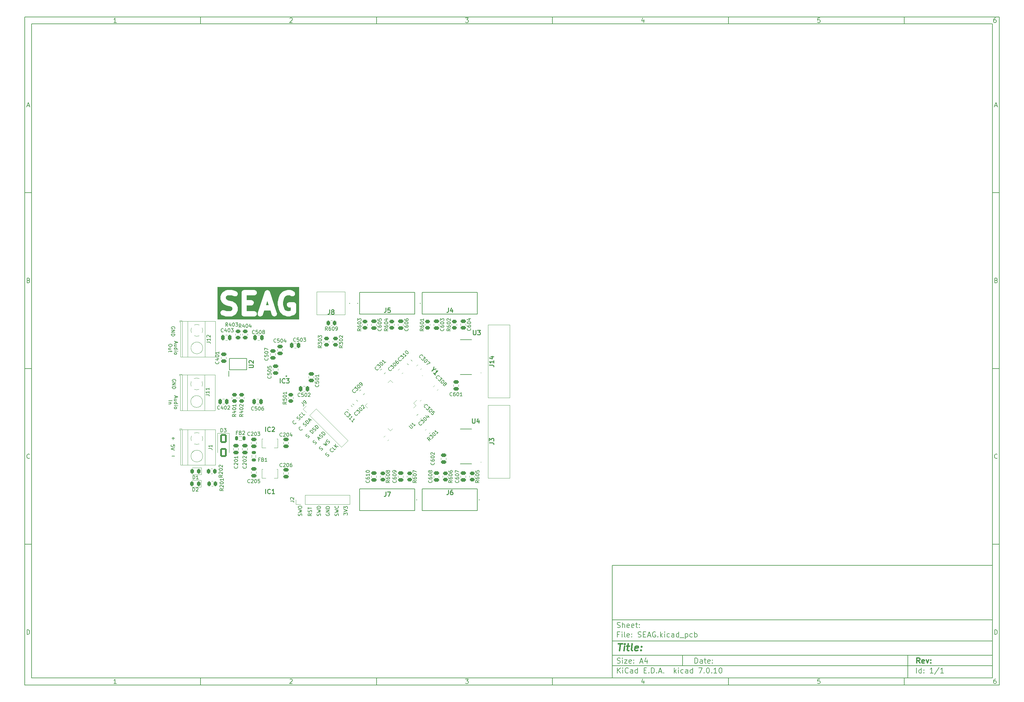
<source format=gbr>
%TF.GenerationSoftware,KiCad,Pcbnew,7.0.10*%
%TF.CreationDate,2024-04-20T16:07:25+02:00*%
%TF.ProjectId,SEAG,53454147-2e6b-4696-9361-645f70636258,rev?*%
%TF.SameCoordinates,Original*%
%TF.FileFunction,Legend,Top*%
%TF.FilePolarity,Positive*%
%FSLAX46Y46*%
G04 Gerber Fmt 4.6, Leading zero omitted, Abs format (unit mm)*
G04 Created by KiCad (PCBNEW 7.0.10) date 2024-04-20 16:07:25*
%MOMM*%
%LPD*%
G01*
G04 APERTURE LIST*
G04 Aperture macros list*
%AMRoundRect*
0 Rectangle with rounded corners*
0 $1 Rounding radius*
0 $2 $3 $4 $5 $6 $7 $8 $9 X,Y pos of 4 corners*
0 Add a 4 corners polygon primitive as box body*
4,1,4,$2,$3,$4,$5,$6,$7,$8,$9,$2,$3,0*
0 Add four circle primitives for the rounded corners*
1,1,$1+$1,$2,$3*
1,1,$1+$1,$4,$5*
1,1,$1+$1,$6,$7*
1,1,$1+$1,$8,$9*
0 Add four rect primitives between the rounded corners*
20,1,$1+$1,$2,$3,$4,$5,0*
20,1,$1+$1,$4,$5,$6,$7,0*
20,1,$1+$1,$6,$7,$8,$9,0*
20,1,$1+$1,$8,$9,$2,$3,0*%
%AMHorizOval*
0 Thick line with rounded ends*
0 $1 width*
0 $2 $3 position (X,Y) of the first rounded end (center of the circle)*
0 $4 $5 position (X,Y) of the second rounded end (center of the circle)*
0 Add line between two ends*
20,1,$1,$2,$3,$4,$5,0*
0 Add two circle primitives to create the rounded ends*
1,1,$1,$2,$3*
1,1,$1,$4,$5*%
%AMRotRect*
0 Rectangle, with rotation*
0 The origin of the aperture is its center*
0 $1 length*
0 $2 width*
0 $3 Rotation angle, in degrees counterclockwise*
0 Add horizontal line*
21,1,$1,$2,0,0,$3*%
G04 Aperture macros list end*
%ADD10C,0.100000*%
%ADD11C,0.150000*%
%ADD12C,0.300000*%
%ADD13C,0.400000*%
%ADD14C,1.500000*%
%ADD15C,0.254000*%
%ADD16C,0.120000*%
%ADD17C,0.200000*%
%ADD18C,0.250000*%
%ADD19R,2.600000X2.600000*%
%ADD20C,2.600000*%
%ADD21RoundRect,0.250000X-0.450000X0.262500X-0.450000X-0.262500X0.450000X-0.262500X0.450000X0.262500X0*%
%ADD22R,0.580000X1.730000*%
%ADD23R,0.760000X1.500000*%
%ADD24R,1.933000X3.030000*%
%ADD25RoundRect,0.250000X-0.250000X-0.475000X0.250000X-0.475000X0.250000X0.475000X-0.250000X0.475000X0*%
%ADD26RoundRect,0.250000X0.475000X-0.250000X0.475000X0.250000X-0.475000X0.250000X-0.475000X-0.250000X0*%
%ADD27R,0.650000X1.528000*%
%ADD28R,1.650000X1.650000*%
%ADD29C,1.650000*%
%ADD30RoundRect,0.250000X0.250000X0.475000X-0.250000X0.475000X-0.250000X-0.475000X0.250000X-0.475000X0*%
%ADD31RoundRect,0.250000X-0.512652X-0.159099X-0.159099X-0.512652X0.512652X0.159099X0.159099X0.512652X0*%
%ADD32RoundRect,0.250000X0.262500X0.450000X-0.262500X0.450000X-0.262500X-0.450000X0.262500X-0.450000X0*%
%ADD33RoundRect,0.250000X0.159099X-0.512652X0.512652X-0.159099X-0.159099X0.512652X-0.512652X0.159099X0*%
%ADD34RoundRect,0.250000X-0.132583X0.503814X-0.503814X0.132583X0.132583X-0.503814X0.503814X-0.132583X0*%
%ADD35RoundRect,0.250000X-0.475000X0.250000X-0.475000X-0.250000X0.475000X-0.250000X0.475000X0.250000X0*%
%ADD36RoundRect,0.250000X0.450000X-0.262500X0.450000X0.262500X-0.450000X0.262500X-0.450000X-0.262500X0*%
%ADD37RoundRect,0.250000X-0.159099X0.512652X-0.512652X0.159099X0.159099X-0.512652X0.512652X-0.159099X0*%
%ADD38R,1.750000X0.800000*%
%ADD39R,1.750000X0.700000*%
%ADD40RotRect,0.800000X0.900000X45.000000*%
%ADD41C,1.800000*%
%ADD42RoundRect,0.250000X0.512652X0.159099X0.159099X0.512652X-0.512652X-0.159099X-0.159099X-0.512652X0*%
%ADD43C,3.000000*%
%ADD44RoundRect,0.243750X0.243750X0.456250X-0.243750X0.456250X-0.243750X-0.456250X0.243750X-0.456250X0*%
%ADD45RoundRect,0.250000X-0.650000X1.000000X-0.650000X-1.000000X0.650000X-1.000000X0.650000X1.000000X0*%
%ADD46R,1.700000X1.700000*%
%ADD47O,1.700000X1.700000*%
%ADD48RotRect,1.700000X1.700000X45.000000*%
%ADD49HorizOval,1.700000X0.000000X0.000000X0.000000X0.000000X0*%
%ADD50RoundRect,0.250000X-0.262500X-0.450000X0.262500X-0.450000X0.262500X0.450000X-0.262500X0.450000X0*%
%ADD51RoundRect,0.218750X-0.381250X0.218750X-0.381250X-0.218750X0.381250X-0.218750X0.381250X0.218750X0*%
%ADD52RoundRect,0.218750X-0.218750X-0.381250X0.218750X-0.381250X0.218750X0.381250X-0.218750X0.381250X0*%
%ADD53R,0.300000X0.850000*%
%ADD54R,0.850000X0.300000*%
%ADD55R,3.600000X3.600000*%
%ADD56RoundRect,0.075000X0.441942X0.548008X-0.548008X-0.441942X-0.441942X-0.548008X0.548008X0.441942X0*%
%ADD57RoundRect,0.075000X-0.441942X0.548008X-0.548008X0.441942X0.441942X-0.548008X0.548008X-0.441942X0*%
G04 APERTURE END LIST*
D10*
D11*
X177002200Y-166007200D02*
X285002200Y-166007200D01*
X285002200Y-198007200D01*
X177002200Y-198007200D01*
X177002200Y-166007200D01*
D10*
D11*
X10000000Y-10000000D02*
X287002200Y-10000000D01*
X287002200Y-200007200D01*
X10000000Y-200007200D01*
X10000000Y-10000000D01*
D10*
D11*
X12000000Y-12000000D02*
X285002200Y-12000000D01*
X285002200Y-198007200D01*
X12000000Y-198007200D01*
X12000000Y-12000000D01*
D10*
D11*
X60000000Y-12000000D02*
X60000000Y-10000000D01*
D10*
D11*
X110000000Y-12000000D02*
X110000000Y-10000000D01*
D10*
D11*
X160000000Y-12000000D02*
X160000000Y-10000000D01*
D10*
D11*
X210000000Y-12000000D02*
X210000000Y-10000000D01*
D10*
D11*
X260000000Y-12000000D02*
X260000000Y-10000000D01*
D10*
D11*
X36089160Y-11593604D02*
X35346303Y-11593604D01*
X35717731Y-11593604D02*
X35717731Y-10293604D01*
X35717731Y-10293604D02*
X35593922Y-10479319D01*
X35593922Y-10479319D02*
X35470112Y-10603128D01*
X35470112Y-10603128D02*
X35346303Y-10665033D01*
D10*
D11*
X85346303Y-10417414D02*
X85408207Y-10355509D01*
X85408207Y-10355509D02*
X85532017Y-10293604D01*
X85532017Y-10293604D02*
X85841541Y-10293604D01*
X85841541Y-10293604D02*
X85965350Y-10355509D01*
X85965350Y-10355509D02*
X86027255Y-10417414D01*
X86027255Y-10417414D02*
X86089160Y-10541223D01*
X86089160Y-10541223D02*
X86089160Y-10665033D01*
X86089160Y-10665033D02*
X86027255Y-10850747D01*
X86027255Y-10850747D02*
X85284398Y-11593604D01*
X85284398Y-11593604D02*
X86089160Y-11593604D01*
D10*
D11*
X135284398Y-10293604D02*
X136089160Y-10293604D01*
X136089160Y-10293604D02*
X135655826Y-10788842D01*
X135655826Y-10788842D02*
X135841541Y-10788842D01*
X135841541Y-10788842D02*
X135965350Y-10850747D01*
X135965350Y-10850747D02*
X136027255Y-10912652D01*
X136027255Y-10912652D02*
X136089160Y-11036461D01*
X136089160Y-11036461D02*
X136089160Y-11345985D01*
X136089160Y-11345985D02*
X136027255Y-11469795D01*
X136027255Y-11469795D02*
X135965350Y-11531700D01*
X135965350Y-11531700D02*
X135841541Y-11593604D01*
X135841541Y-11593604D02*
X135470112Y-11593604D01*
X135470112Y-11593604D02*
X135346303Y-11531700D01*
X135346303Y-11531700D02*
X135284398Y-11469795D01*
D10*
D11*
X185965350Y-10726938D02*
X185965350Y-11593604D01*
X185655826Y-10231700D02*
X185346303Y-11160271D01*
X185346303Y-11160271D02*
X186151064Y-11160271D01*
D10*
D11*
X236027255Y-10293604D02*
X235408207Y-10293604D01*
X235408207Y-10293604D02*
X235346303Y-10912652D01*
X235346303Y-10912652D02*
X235408207Y-10850747D01*
X235408207Y-10850747D02*
X235532017Y-10788842D01*
X235532017Y-10788842D02*
X235841541Y-10788842D01*
X235841541Y-10788842D02*
X235965350Y-10850747D01*
X235965350Y-10850747D02*
X236027255Y-10912652D01*
X236027255Y-10912652D02*
X236089160Y-11036461D01*
X236089160Y-11036461D02*
X236089160Y-11345985D01*
X236089160Y-11345985D02*
X236027255Y-11469795D01*
X236027255Y-11469795D02*
X235965350Y-11531700D01*
X235965350Y-11531700D02*
X235841541Y-11593604D01*
X235841541Y-11593604D02*
X235532017Y-11593604D01*
X235532017Y-11593604D02*
X235408207Y-11531700D01*
X235408207Y-11531700D02*
X235346303Y-11469795D01*
D10*
D11*
X285965350Y-10293604D02*
X285717731Y-10293604D01*
X285717731Y-10293604D02*
X285593922Y-10355509D01*
X285593922Y-10355509D02*
X285532017Y-10417414D01*
X285532017Y-10417414D02*
X285408207Y-10603128D01*
X285408207Y-10603128D02*
X285346303Y-10850747D01*
X285346303Y-10850747D02*
X285346303Y-11345985D01*
X285346303Y-11345985D02*
X285408207Y-11469795D01*
X285408207Y-11469795D02*
X285470112Y-11531700D01*
X285470112Y-11531700D02*
X285593922Y-11593604D01*
X285593922Y-11593604D02*
X285841541Y-11593604D01*
X285841541Y-11593604D02*
X285965350Y-11531700D01*
X285965350Y-11531700D02*
X286027255Y-11469795D01*
X286027255Y-11469795D02*
X286089160Y-11345985D01*
X286089160Y-11345985D02*
X286089160Y-11036461D01*
X286089160Y-11036461D02*
X286027255Y-10912652D01*
X286027255Y-10912652D02*
X285965350Y-10850747D01*
X285965350Y-10850747D02*
X285841541Y-10788842D01*
X285841541Y-10788842D02*
X285593922Y-10788842D01*
X285593922Y-10788842D02*
X285470112Y-10850747D01*
X285470112Y-10850747D02*
X285408207Y-10912652D01*
X285408207Y-10912652D02*
X285346303Y-11036461D01*
D10*
D11*
X60000000Y-198007200D02*
X60000000Y-200007200D01*
D10*
D11*
X110000000Y-198007200D02*
X110000000Y-200007200D01*
D10*
D11*
X160000000Y-198007200D02*
X160000000Y-200007200D01*
D10*
D11*
X210000000Y-198007200D02*
X210000000Y-200007200D01*
D10*
D11*
X260000000Y-198007200D02*
X260000000Y-200007200D01*
D10*
D11*
X36089160Y-199600804D02*
X35346303Y-199600804D01*
X35717731Y-199600804D02*
X35717731Y-198300804D01*
X35717731Y-198300804D02*
X35593922Y-198486519D01*
X35593922Y-198486519D02*
X35470112Y-198610328D01*
X35470112Y-198610328D02*
X35346303Y-198672233D01*
D10*
D11*
X85346303Y-198424614D02*
X85408207Y-198362709D01*
X85408207Y-198362709D02*
X85532017Y-198300804D01*
X85532017Y-198300804D02*
X85841541Y-198300804D01*
X85841541Y-198300804D02*
X85965350Y-198362709D01*
X85965350Y-198362709D02*
X86027255Y-198424614D01*
X86027255Y-198424614D02*
X86089160Y-198548423D01*
X86089160Y-198548423D02*
X86089160Y-198672233D01*
X86089160Y-198672233D02*
X86027255Y-198857947D01*
X86027255Y-198857947D02*
X85284398Y-199600804D01*
X85284398Y-199600804D02*
X86089160Y-199600804D01*
D10*
D11*
X135284398Y-198300804D02*
X136089160Y-198300804D01*
X136089160Y-198300804D02*
X135655826Y-198796042D01*
X135655826Y-198796042D02*
X135841541Y-198796042D01*
X135841541Y-198796042D02*
X135965350Y-198857947D01*
X135965350Y-198857947D02*
X136027255Y-198919852D01*
X136027255Y-198919852D02*
X136089160Y-199043661D01*
X136089160Y-199043661D02*
X136089160Y-199353185D01*
X136089160Y-199353185D02*
X136027255Y-199476995D01*
X136027255Y-199476995D02*
X135965350Y-199538900D01*
X135965350Y-199538900D02*
X135841541Y-199600804D01*
X135841541Y-199600804D02*
X135470112Y-199600804D01*
X135470112Y-199600804D02*
X135346303Y-199538900D01*
X135346303Y-199538900D02*
X135284398Y-199476995D01*
D10*
D11*
X185965350Y-198734138D02*
X185965350Y-199600804D01*
X185655826Y-198238900D02*
X185346303Y-199167471D01*
X185346303Y-199167471D02*
X186151064Y-199167471D01*
D10*
D11*
X236027255Y-198300804D02*
X235408207Y-198300804D01*
X235408207Y-198300804D02*
X235346303Y-198919852D01*
X235346303Y-198919852D02*
X235408207Y-198857947D01*
X235408207Y-198857947D02*
X235532017Y-198796042D01*
X235532017Y-198796042D02*
X235841541Y-198796042D01*
X235841541Y-198796042D02*
X235965350Y-198857947D01*
X235965350Y-198857947D02*
X236027255Y-198919852D01*
X236027255Y-198919852D02*
X236089160Y-199043661D01*
X236089160Y-199043661D02*
X236089160Y-199353185D01*
X236089160Y-199353185D02*
X236027255Y-199476995D01*
X236027255Y-199476995D02*
X235965350Y-199538900D01*
X235965350Y-199538900D02*
X235841541Y-199600804D01*
X235841541Y-199600804D02*
X235532017Y-199600804D01*
X235532017Y-199600804D02*
X235408207Y-199538900D01*
X235408207Y-199538900D02*
X235346303Y-199476995D01*
D10*
D11*
X285965350Y-198300804D02*
X285717731Y-198300804D01*
X285717731Y-198300804D02*
X285593922Y-198362709D01*
X285593922Y-198362709D02*
X285532017Y-198424614D01*
X285532017Y-198424614D02*
X285408207Y-198610328D01*
X285408207Y-198610328D02*
X285346303Y-198857947D01*
X285346303Y-198857947D02*
X285346303Y-199353185D01*
X285346303Y-199353185D02*
X285408207Y-199476995D01*
X285408207Y-199476995D02*
X285470112Y-199538900D01*
X285470112Y-199538900D02*
X285593922Y-199600804D01*
X285593922Y-199600804D02*
X285841541Y-199600804D01*
X285841541Y-199600804D02*
X285965350Y-199538900D01*
X285965350Y-199538900D02*
X286027255Y-199476995D01*
X286027255Y-199476995D02*
X286089160Y-199353185D01*
X286089160Y-199353185D02*
X286089160Y-199043661D01*
X286089160Y-199043661D02*
X286027255Y-198919852D01*
X286027255Y-198919852D02*
X285965350Y-198857947D01*
X285965350Y-198857947D02*
X285841541Y-198796042D01*
X285841541Y-198796042D02*
X285593922Y-198796042D01*
X285593922Y-198796042D02*
X285470112Y-198857947D01*
X285470112Y-198857947D02*
X285408207Y-198919852D01*
X285408207Y-198919852D02*
X285346303Y-199043661D01*
D10*
D11*
X10000000Y-60000000D02*
X12000000Y-60000000D01*
D10*
D11*
X10000000Y-110000000D02*
X12000000Y-110000000D01*
D10*
D11*
X10000000Y-160000000D02*
X12000000Y-160000000D01*
D10*
D11*
X10690476Y-35222176D02*
X11309523Y-35222176D01*
X10566666Y-35593604D02*
X10999999Y-34293604D01*
X10999999Y-34293604D02*
X11433333Y-35593604D01*
D10*
D11*
X11092857Y-84912652D02*
X11278571Y-84974557D01*
X11278571Y-84974557D02*
X11340476Y-85036461D01*
X11340476Y-85036461D02*
X11402380Y-85160271D01*
X11402380Y-85160271D02*
X11402380Y-85345985D01*
X11402380Y-85345985D02*
X11340476Y-85469795D01*
X11340476Y-85469795D02*
X11278571Y-85531700D01*
X11278571Y-85531700D02*
X11154761Y-85593604D01*
X11154761Y-85593604D02*
X10659523Y-85593604D01*
X10659523Y-85593604D02*
X10659523Y-84293604D01*
X10659523Y-84293604D02*
X11092857Y-84293604D01*
X11092857Y-84293604D02*
X11216666Y-84355509D01*
X11216666Y-84355509D02*
X11278571Y-84417414D01*
X11278571Y-84417414D02*
X11340476Y-84541223D01*
X11340476Y-84541223D02*
X11340476Y-84665033D01*
X11340476Y-84665033D02*
X11278571Y-84788842D01*
X11278571Y-84788842D02*
X11216666Y-84850747D01*
X11216666Y-84850747D02*
X11092857Y-84912652D01*
X11092857Y-84912652D02*
X10659523Y-84912652D01*
D10*
D11*
X11402380Y-135469795D02*
X11340476Y-135531700D01*
X11340476Y-135531700D02*
X11154761Y-135593604D01*
X11154761Y-135593604D02*
X11030952Y-135593604D01*
X11030952Y-135593604D02*
X10845238Y-135531700D01*
X10845238Y-135531700D02*
X10721428Y-135407890D01*
X10721428Y-135407890D02*
X10659523Y-135284080D01*
X10659523Y-135284080D02*
X10597619Y-135036461D01*
X10597619Y-135036461D02*
X10597619Y-134850747D01*
X10597619Y-134850747D02*
X10659523Y-134603128D01*
X10659523Y-134603128D02*
X10721428Y-134479319D01*
X10721428Y-134479319D02*
X10845238Y-134355509D01*
X10845238Y-134355509D02*
X11030952Y-134293604D01*
X11030952Y-134293604D02*
X11154761Y-134293604D01*
X11154761Y-134293604D02*
X11340476Y-134355509D01*
X11340476Y-134355509D02*
X11402380Y-134417414D01*
D10*
D11*
X10659523Y-185593604D02*
X10659523Y-184293604D01*
X10659523Y-184293604D02*
X10969047Y-184293604D01*
X10969047Y-184293604D02*
X11154761Y-184355509D01*
X11154761Y-184355509D02*
X11278571Y-184479319D01*
X11278571Y-184479319D02*
X11340476Y-184603128D01*
X11340476Y-184603128D02*
X11402380Y-184850747D01*
X11402380Y-184850747D02*
X11402380Y-185036461D01*
X11402380Y-185036461D02*
X11340476Y-185284080D01*
X11340476Y-185284080D02*
X11278571Y-185407890D01*
X11278571Y-185407890D02*
X11154761Y-185531700D01*
X11154761Y-185531700D02*
X10969047Y-185593604D01*
X10969047Y-185593604D02*
X10659523Y-185593604D01*
D10*
D11*
X287002200Y-60000000D02*
X285002200Y-60000000D01*
D10*
D11*
X287002200Y-110000000D02*
X285002200Y-110000000D01*
D10*
D11*
X287002200Y-160000000D02*
X285002200Y-160000000D01*
D10*
D11*
X285692676Y-35222176D02*
X286311723Y-35222176D01*
X285568866Y-35593604D02*
X286002199Y-34293604D01*
X286002199Y-34293604D02*
X286435533Y-35593604D01*
D10*
D11*
X286095057Y-84912652D02*
X286280771Y-84974557D01*
X286280771Y-84974557D02*
X286342676Y-85036461D01*
X286342676Y-85036461D02*
X286404580Y-85160271D01*
X286404580Y-85160271D02*
X286404580Y-85345985D01*
X286404580Y-85345985D02*
X286342676Y-85469795D01*
X286342676Y-85469795D02*
X286280771Y-85531700D01*
X286280771Y-85531700D02*
X286156961Y-85593604D01*
X286156961Y-85593604D02*
X285661723Y-85593604D01*
X285661723Y-85593604D02*
X285661723Y-84293604D01*
X285661723Y-84293604D02*
X286095057Y-84293604D01*
X286095057Y-84293604D02*
X286218866Y-84355509D01*
X286218866Y-84355509D02*
X286280771Y-84417414D01*
X286280771Y-84417414D02*
X286342676Y-84541223D01*
X286342676Y-84541223D02*
X286342676Y-84665033D01*
X286342676Y-84665033D02*
X286280771Y-84788842D01*
X286280771Y-84788842D02*
X286218866Y-84850747D01*
X286218866Y-84850747D02*
X286095057Y-84912652D01*
X286095057Y-84912652D02*
X285661723Y-84912652D01*
D10*
D11*
X286404580Y-135469795D02*
X286342676Y-135531700D01*
X286342676Y-135531700D02*
X286156961Y-135593604D01*
X286156961Y-135593604D02*
X286033152Y-135593604D01*
X286033152Y-135593604D02*
X285847438Y-135531700D01*
X285847438Y-135531700D02*
X285723628Y-135407890D01*
X285723628Y-135407890D02*
X285661723Y-135284080D01*
X285661723Y-135284080D02*
X285599819Y-135036461D01*
X285599819Y-135036461D02*
X285599819Y-134850747D01*
X285599819Y-134850747D02*
X285661723Y-134603128D01*
X285661723Y-134603128D02*
X285723628Y-134479319D01*
X285723628Y-134479319D02*
X285847438Y-134355509D01*
X285847438Y-134355509D02*
X286033152Y-134293604D01*
X286033152Y-134293604D02*
X286156961Y-134293604D01*
X286156961Y-134293604D02*
X286342676Y-134355509D01*
X286342676Y-134355509D02*
X286404580Y-134417414D01*
D10*
D11*
X285661723Y-185593604D02*
X285661723Y-184293604D01*
X285661723Y-184293604D02*
X285971247Y-184293604D01*
X285971247Y-184293604D02*
X286156961Y-184355509D01*
X286156961Y-184355509D02*
X286280771Y-184479319D01*
X286280771Y-184479319D02*
X286342676Y-184603128D01*
X286342676Y-184603128D02*
X286404580Y-184850747D01*
X286404580Y-184850747D02*
X286404580Y-185036461D01*
X286404580Y-185036461D02*
X286342676Y-185284080D01*
X286342676Y-185284080D02*
X286280771Y-185407890D01*
X286280771Y-185407890D02*
X286156961Y-185531700D01*
X286156961Y-185531700D02*
X285971247Y-185593604D01*
X285971247Y-185593604D02*
X285661723Y-185593604D01*
D10*
D11*
X200458026Y-193793328D02*
X200458026Y-192293328D01*
X200458026Y-192293328D02*
X200815169Y-192293328D01*
X200815169Y-192293328D02*
X201029455Y-192364757D01*
X201029455Y-192364757D02*
X201172312Y-192507614D01*
X201172312Y-192507614D02*
X201243741Y-192650471D01*
X201243741Y-192650471D02*
X201315169Y-192936185D01*
X201315169Y-192936185D02*
X201315169Y-193150471D01*
X201315169Y-193150471D02*
X201243741Y-193436185D01*
X201243741Y-193436185D02*
X201172312Y-193579042D01*
X201172312Y-193579042D02*
X201029455Y-193721900D01*
X201029455Y-193721900D02*
X200815169Y-193793328D01*
X200815169Y-193793328D02*
X200458026Y-193793328D01*
X202600884Y-193793328D02*
X202600884Y-193007614D01*
X202600884Y-193007614D02*
X202529455Y-192864757D01*
X202529455Y-192864757D02*
X202386598Y-192793328D01*
X202386598Y-192793328D02*
X202100884Y-192793328D01*
X202100884Y-192793328D02*
X201958026Y-192864757D01*
X202600884Y-193721900D02*
X202458026Y-193793328D01*
X202458026Y-193793328D02*
X202100884Y-193793328D01*
X202100884Y-193793328D02*
X201958026Y-193721900D01*
X201958026Y-193721900D02*
X201886598Y-193579042D01*
X201886598Y-193579042D02*
X201886598Y-193436185D01*
X201886598Y-193436185D02*
X201958026Y-193293328D01*
X201958026Y-193293328D02*
X202100884Y-193221900D01*
X202100884Y-193221900D02*
X202458026Y-193221900D01*
X202458026Y-193221900D02*
X202600884Y-193150471D01*
X203100884Y-192793328D02*
X203672312Y-192793328D01*
X203315169Y-192293328D02*
X203315169Y-193579042D01*
X203315169Y-193579042D02*
X203386598Y-193721900D01*
X203386598Y-193721900D02*
X203529455Y-193793328D01*
X203529455Y-193793328D02*
X203672312Y-193793328D01*
X204743741Y-193721900D02*
X204600884Y-193793328D01*
X204600884Y-193793328D02*
X204315170Y-193793328D01*
X204315170Y-193793328D02*
X204172312Y-193721900D01*
X204172312Y-193721900D02*
X204100884Y-193579042D01*
X204100884Y-193579042D02*
X204100884Y-193007614D01*
X204100884Y-193007614D02*
X204172312Y-192864757D01*
X204172312Y-192864757D02*
X204315170Y-192793328D01*
X204315170Y-192793328D02*
X204600884Y-192793328D01*
X204600884Y-192793328D02*
X204743741Y-192864757D01*
X204743741Y-192864757D02*
X204815170Y-193007614D01*
X204815170Y-193007614D02*
X204815170Y-193150471D01*
X204815170Y-193150471D02*
X204100884Y-193293328D01*
X205458026Y-193650471D02*
X205529455Y-193721900D01*
X205529455Y-193721900D02*
X205458026Y-193793328D01*
X205458026Y-193793328D02*
X205386598Y-193721900D01*
X205386598Y-193721900D02*
X205458026Y-193650471D01*
X205458026Y-193650471D02*
X205458026Y-193793328D01*
X205458026Y-192864757D02*
X205529455Y-192936185D01*
X205529455Y-192936185D02*
X205458026Y-193007614D01*
X205458026Y-193007614D02*
X205386598Y-192936185D01*
X205386598Y-192936185D02*
X205458026Y-192864757D01*
X205458026Y-192864757D02*
X205458026Y-193007614D01*
D10*
D11*
X177002200Y-194507200D02*
X285002200Y-194507200D01*
D10*
D11*
X178458026Y-196593328D02*
X178458026Y-195093328D01*
X179315169Y-196593328D02*
X178672312Y-195736185D01*
X179315169Y-195093328D02*
X178458026Y-195950471D01*
X179958026Y-196593328D02*
X179958026Y-195593328D01*
X179958026Y-195093328D02*
X179886598Y-195164757D01*
X179886598Y-195164757D02*
X179958026Y-195236185D01*
X179958026Y-195236185D02*
X180029455Y-195164757D01*
X180029455Y-195164757D02*
X179958026Y-195093328D01*
X179958026Y-195093328D02*
X179958026Y-195236185D01*
X181529455Y-196450471D02*
X181458027Y-196521900D01*
X181458027Y-196521900D02*
X181243741Y-196593328D01*
X181243741Y-196593328D02*
X181100884Y-196593328D01*
X181100884Y-196593328D02*
X180886598Y-196521900D01*
X180886598Y-196521900D02*
X180743741Y-196379042D01*
X180743741Y-196379042D02*
X180672312Y-196236185D01*
X180672312Y-196236185D02*
X180600884Y-195950471D01*
X180600884Y-195950471D02*
X180600884Y-195736185D01*
X180600884Y-195736185D02*
X180672312Y-195450471D01*
X180672312Y-195450471D02*
X180743741Y-195307614D01*
X180743741Y-195307614D02*
X180886598Y-195164757D01*
X180886598Y-195164757D02*
X181100884Y-195093328D01*
X181100884Y-195093328D02*
X181243741Y-195093328D01*
X181243741Y-195093328D02*
X181458027Y-195164757D01*
X181458027Y-195164757D02*
X181529455Y-195236185D01*
X182815170Y-196593328D02*
X182815170Y-195807614D01*
X182815170Y-195807614D02*
X182743741Y-195664757D01*
X182743741Y-195664757D02*
X182600884Y-195593328D01*
X182600884Y-195593328D02*
X182315170Y-195593328D01*
X182315170Y-195593328D02*
X182172312Y-195664757D01*
X182815170Y-196521900D02*
X182672312Y-196593328D01*
X182672312Y-196593328D02*
X182315170Y-196593328D01*
X182315170Y-196593328D02*
X182172312Y-196521900D01*
X182172312Y-196521900D02*
X182100884Y-196379042D01*
X182100884Y-196379042D02*
X182100884Y-196236185D01*
X182100884Y-196236185D02*
X182172312Y-196093328D01*
X182172312Y-196093328D02*
X182315170Y-196021900D01*
X182315170Y-196021900D02*
X182672312Y-196021900D01*
X182672312Y-196021900D02*
X182815170Y-195950471D01*
X184172313Y-196593328D02*
X184172313Y-195093328D01*
X184172313Y-196521900D02*
X184029455Y-196593328D01*
X184029455Y-196593328D02*
X183743741Y-196593328D01*
X183743741Y-196593328D02*
X183600884Y-196521900D01*
X183600884Y-196521900D02*
X183529455Y-196450471D01*
X183529455Y-196450471D02*
X183458027Y-196307614D01*
X183458027Y-196307614D02*
X183458027Y-195879042D01*
X183458027Y-195879042D02*
X183529455Y-195736185D01*
X183529455Y-195736185D02*
X183600884Y-195664757D01*
X183600884Y-195664757D02*
X183743741Y-195593328D01*
X183743741Y-195593328D02*
X184029455Y-195593328D01*
X184029455Y-195593328D02*
X184172313Y-195664757D01*
X186029455Y-195807614D02*
X186529455Y-195807614D01*
X186743741Y-196593328D02*
X186029455Y-196593328D01*
X186029455Y-196593328D02*
X186029455Y-195093328D01*
X186029455Y-195093328D02*
X186743741Y-195093328D01*
X187386598Y-196450471D02*
X187458027Y-196521900D01*
X187458027Y-196521900D02*
X187386598Y-196593328D01*
X187386598Y-196593328D02*
X187315170Y-196521900D01*
X187315170Y-196521900D02*
X187386598Y-196450471D01*
X187386598Y-196450471D02*
X187386598Y-196593328D01*
X188100884Y-196593328D02*
X188100884Y-195093328D01*
X188100884Y-195093328D02*
X188458027Y-195093328D01*
X188458027Y-195093328D02*
X188672313Y-195164757D01*
X188672313Y-195164757D02*
X188815170Y-195307614D01*
X188815170Y-195307614D02*
X188886599Y-195450471D01*
X188886599Y-195450471D02*
X188958027Y-195736185D01*
X188958027Y-195736185D02*
X188958027Y-195950471D01*
X188958027Y-195950471D02*
X188886599Y-196236185D01*
X188886599Y-196236185D02*
X188815170Y-196379042D01*
X188815170Y-196379042D02*
X188672313Y-196521900D01*
X188672313Y-196521900D02*
X188458027Y-196593328D01*
X188458027Y-196593328D02*
X188100884Y-196593328D01*
X189600884Y-196450471D02*
X189672313Y-196521900D01*
X189672313Y-196521900D02*
X189600884Y-196593328D01*
X189600884Y-196593328D02*
X189529456Y-196521900D01*
X189529456Y-196521900D02*
X189600884Y-196450471D01*
X189600884Y-196450471D02*
X189600884Y-196593328D01*
X190243742Y-196164757D02*
X190958028Y-196164757D01*
X190100885Y-196593328D02*
X190600885Y-195093328D01*
X190600885Y-195093328D02*
X191100885Y-196593328D01*
X191600884Y-196450471D02*
X191672313Y-196521900D01*
X191672313Y-196521900D02*
X191600884Y-196593328D01*
X191600884Y-196593328D02*
X191529456Y-196521900D01*
X191529456Y-196521900D02*
X191600884Y-196450471D01*
X191600884Y-196450471D02*
X191600884Y-196593328D01*
X194600884Y-196593328D02*
X194600884Y-195093328D01*
X194743742Y-196021900D02*
X195172313Y-196593328D01*
X195172313Y-195593328D02*
X194600884Y-196164757D01*
X195815170Y-196593328D02*
X195815170Y-195593328D01*
X195815170Y-195093328D02*
X195743742Y-195164757D01*
X195743742Y-195164757D02*
X195815170Y-195236185D01*
X195815170Y-195236185D02*
X195886599Y-195164757D01*
X195886599Y-195164757D02*
X195815170Y-195093328D01*
X195815170Y-195093328D02*
X195815170Y-195236185D01*
X197172314Y-196521900D02*
X197029456Y-196593328D01*
X197029456Y-196593328D02*
X196743742Y-196593328D01*
X196743742Y-196593328D02*
X196600885Y-196521900D01*
X196600885Y-196521900D02*
X196529456Y-196450471D01*
X196529456Y-196450471D02*
X196458028Y-196307614D01*
X196458028Y-196307614D02*
X196458028Y-195879042D01*
X196458028Y-195879042D02*
X196529456Y-195736185D01*
X196529456Y-195736185D02*
X196600885Y-195664757D01*
X196600885Y-195664757D02*
X196743742Y-195593328D01*
X196743742Y-195593328D02*
X197029456Y-195593328D01*
X197029456Y-195593328D02*
X197172314Y-195664757D01*
X198458028Y-196593328D02*
X198458028Y-195807614D01*
X198458028Y-195807614D02*
X198386599Y-195664757D01*
X198386599Y-195664757D02*
X198243742Y-195593328D01*
X198243742Y-195593328D02*
X197958028Y-195593328D01*
X197958028Y-195593328D02*
X197815170Y-195664757D01*
X198458028Y-196521900D02*
X198315170Y-196593328D01*
X198315170Y-196593328D02*
X197958028Y-196593328D01*
X197958028Y-196593328D02*
X197815170Y-196521900D01*
X197815170Y-196521900D02*
X197743742Y-196379042D01*
X197743742Y-196379042D02*
X197743742Y-196236185D01*
X197743742Y-196236185D02*
X197815170Y-196093328D01*
X197815170Y-196093328D02*
X197958028Y-196021900D01*
X197958028Y-196021900D02*
X198315170Y-196021900D01*
X198315170Y-196021900D02*
X198458028Y-195950471D01*
X199815171Y-196593328D02*
X199815171Y-195093328D01*
X199815171Y-196521900D02*
X199672313Y-196593328D01*
X199672313Y-196593328D02*
X199386599Y-196593328D01*
X199386599Y-196593328D02*
X199243742Y-196521900D01*
X199243742Y-196521900D02*
X199172313Y-196450471D01*
X199172313Y-196450471D02*
X199100885Y-196307614D01*
X199100885Y-196307614D02*
X199100885Y-195879042D01*
X199100885Y-195879042D02*
X199172313Y-195736185D01*
X199172313Y-195736185D02*
X199243742Y-195664757D01*
X199243742Y-195664757D02*
X199386599Y-195593328D01*
X199386599Y-195593328D02*
X199672313Y-195593328D01*
X199672313Y-195593328D02*
X199815171Y-195664757D01*
X201529456Y-195093328D02*
X202529456Y-195093328D01*
X202529456Y-195093328D02*
X201886599Y-196593328D01*
X203100884Y-196450471D02*
X203172313Y-196521900D01*
X203172313Y-196521900D02*
X203100884Y-196593328D01*
X203100884Y-196593328D02*
X203029456Y-196521900D01*
X203029456Y-196521900D02*
X203100884Y-196450471D01*
X203100884Y-196450471D02*
X203100884Y-196593328D01*
X204100885Y-195093328D02*
X204243742Y-195093328D01*
X204243742Y-195093328D02*
X204386599Y-195164757D01*
X204386599Y-195164757D02*
X204458028Y-195236185D01*
X204458028Y-195236185D02*
X204529456Y-195379042D01*
X204529456Y-195379042D02*
X204600885Y-195664757D01*
X204600885Y-195664757D02*
X204600885Y-196021900D01*
X204600885Y-196021900D02*
X204529456Y-196307614D01*
X204529456Y-196307614D02*
X204458028Y-196450471D01*
X204458028Y-196450471D02*
X204386599Y-196521900D01*
X204386599Y-196521900D02*
X204243742Y-196593328D01*
X204243742Y-196593328D02*
X204100885Y-196593328D01*
X204100885Y-196593328D02*
X203958028Y-196521900D01*
X203958028Y-196521900D02*
X203886599Y-196450471D01*
X203886599Y-196450471D02*
X203815170Y-196307614D01*
X203815170Y-196307614D02*
X203743742Y-196021900D01*
X203743742Y-196021900D02*
X203743742Y-195664757D01*
X203743742Y-195664757D02*
X203815170Y-195379042D01*
X203815170Y-195379042D02*
X203886599Y-195236185D01*
X203886599Y-195236185D02*
X203958028Y-195164757D01*
X203958028Y-195164757D02*
X204100885Y-195093328D01*
X205243741Y-196450471D02*
X205315170Y-196521900D01*
X205315170Y-196521900D02*
X205243741Y-196593328D01*
X205243741Y-196593328D02*
X205172313Y-196521900D01*
X205172313Y-196521900D02*
X205243741Y-196450471D01*
X205243741Y-196450471D02*
X205243741Y-196593328D01*
X206743742Y-196593328D02*
X205886599Y-196593328D01*
X206315170Y-196593328D02*
X206315170Y-195093328D01*
X206315170Y-195093328D02*
X206172313Y-195307614D01*
X206172313Y-195307614D02*
X206029456Y-195450471D01*
X206029456Y-195450471D02*
X205886599Y-195521900D01*
X207672313Y-195093328D02*
X207815170Y-195093328D01*
X207815170Y-195093328D02*
X207958027Y-195164757D01*
X207958027Y-195164757D02*
X208029456Y-195236185D01*
X208029456Y-195236185D02*
X208100884Y-195379042D01*
X208100884Y-195379042D02*
X208172313Y-195664757D01*
X208172313Y-195664757D02*
X208172313Y-196021900D01*
X208172313Y-196021900D02*
X208100884Y-196307614D01*
X208100884Y-196307614D02*
X208029456Y-196450471D01*
X208029456Y-196450471D02*
X207958027Y-196521900D01*
X207958027Y-196521900D02*
X207815170Y-196593328D01*
X207815170Y-196593328D02*
X207672313Y-196593328D01*
X207672313Y-196593328D02*
X207529456Y-196521900D01*
X207529456Y-196521900D02*
X207458027Y-196450471D01*
X207458027Y-196450471D02*
X207386598Y-196307614D01*
X207386598Y-196307614D02*
X207315170Y-196021900D01*
X207315170Y-196021900D02*
X207315170Y-195664757D01*
X207315170Y-195664757D02*
X207386598Y-195379042D01*
X207386598Y-195379042D02*
X207458027Y-195236185D01*
X207458027Y-195236185D02*
X207529456Y-195164757D01*
X207529456Y-195164757D02*
X207672313Y-195093328D01*
D10*
D11*
X177002200Y-191507200D02*
X285002200Y-191507200D01*
D10*
D12*
X264413853Y-193785528D02*
X263913853Y-193071242D01*
X263556710Y-193785528D02*
X263556710Y-192285528D01*
X263556710Y-192285528D02*
X264128139Y-192285528D01*
X264128139Y-192285528D02*
X264270996Y-192356957D01*
X264270996Y-192356957D02*
X264342425Y-192428385D01*
X264342425Y-192428385D02*
X264413853Y-192571242D01*
X264413853Y-192571242D02*
X264413853Y-192785528D01*
X264413853Y-192785528D02*
X264342425Y-192928385D01*
X264342425Y-192928385D02*
X264270996Y-192999814D01*
X264270996Y-192999814D02*
X264128139Y-193071242D01*
X264128139Y-193071242D02*
X263556710Y-193071242D01*
X265628139Y-193714100D02*
X265485282Y-193785528D01*
X265485282Y-193785528D02*
X265199568Y-193785528D01*
X265199568Y-193785528D02*
X265056710Y-193714100D01*
X265056710Y-193714100D02*
X264985282Y-193571242D01*
X264985282Y-193571242D02*
X264985282Y-192999814D01*
X264985282Y-192999814D02*
X265056710Y-192856957D01*
X265056710Y-192856957D02*
X265199568Y-192785528D01*
X265199568Y-192785528D02*
X265485282Y-192785528D01*
X265485282Y-192785528D02*
X265628139Y-192856957D01*
X265628139Y-192856957D02*
X265699568Y-192999814D01*
X265699568Y-192999814D02*
X265699568Y-193142671D01*
X265699568Y-193142671D02*
X264985282Y-193285528D01*
X266199567Y-192785528D02*
X266556710Y-193785528D01*
X266556710Y-193785528D02*
X266913853Y-192785528D01*
X267485281Y-193642671D02*
X267556710Y-193714100D01*
X267556710Y-193714100D02*
X267485281Y-193785528D01*
X267485281Y-193785528D02*
X267413853Y-193714100D01*
X267413853Y-193714100D02*
X267485281Y-193642671D01*
X267485281Y-193642671D02*
X267485281Y-193785528D01*
X267485281Y-192856957D02*
X267556710Y-192928385D01*
X267556710Y-192928385D02*
X267485281Y-192999814D01*
X267485281Y-192999814D02*
X267413853Y-192928385D01*
X267413853Y-192928385D02*
X267485281Y-192856957D01*
X267485281Y-192856957D02*
X267485281Y-192999814D01*
D10*
D11*
X178386598Y-193721900D02*
X178600884Y-193793328D01*
X178600884Y-193793328D02*
X178958026Y-193793328D01*
X178958026Y-193793328D02*
X179100884Y-193721900D01*
X179100884Y-193721900D02*
X179172312Y-193650471D01*
X179172312Y-193650471D02*
X179243741Y-193507614D01*
X179243741Y-193507614D02*
X179243741Y-193364757D01*
X179243741Y-193364757D02*
X179172312Y-193221900D01*
X179172312Y-193221900D02*
X179100884Y-193150471D01*
X179100884Y-193150471D02*
X178958026Y-193079042D01*
X178958026Y-193079042D02*
X178672312Y-193007614D01*
X178672312Y-193007614D02*
X178529455Y-192936185D01*
X178529455Y-192936185D02*
X178458026Y-192864757D01*
X178458026Y-192864757D02*
X178386598Y-192721900D01*
X178386598Y-192721900D02*
X178386598Y-192579042D01*
X178386598Y-192579042D02*
X178458026Y-192436185D01*
X178458026Y-192436185D02*
X178529455Y-192364757D01*
X178529455Y-192364757D02*
X178672312Y-192293328D01*
X178672312Y-192293328D02*
X179029455Y-192293328D01*
X179029455Y-192293328D02*
X179243741Y-192364757D01*
X179886597Y-193793328D02*
X179886597Y-192793328D01*
X179886597Y-192293328D02*
X179815169Y-192364757D01*
X179815169Y-192364757D02*
X179886597Y-192436185D01*
X179886597Y-192436185D02*
X179958026Y-192364757D01*
X179958026Y-192364757D02*
X179886597Y-192293328D01*
X179886597Y-192293328D02*
X179886597Y-192436185D01*
X180458026Y-192793328D02*
X181243741Y-192793328D01*
X181243741Y-192793328D02*
X180458026Y-193793328D01*
X180458026Y-193793328D02*
X181243741Y-193793328D01*
X182386598Y-193721900D02*
X182243741Y-193793328D01*
X182243741Y-193793328D02*
X181958027Y-193793328D01*
X181958027Y-193793328D02*
X181815169Y-193721900D01*
X181815169Y-193721900D02*
X181743741Y-193579042D01*
X181743741Y-193579042D02*
X181743741Y-193007614D01*
X181743741Y-193007614D02*
X181815169Y-192864757D01*
X181815169Y-192864757D02*
X181958027Y-192793328D01*
X181958027Y-192793328D02*
X182243741Y-192793328D01*
X182243741Y-192793328D02*
X182386598Y-192864757D01*
X182386598Y-192864757D02*
X182458027Y-193007614D01*
X182458027Y-193007614D02*
X182458027Y-193150471D01*
X182458027Y-193150471D02*
X181743741Y-193293328D01*
X183100883Y-193650471D02*
X183172312Y-193721900D01*
X183172312Y-193721900D02*
X183100883Y-193793328D01*
X183100883Y-193793328D02*
X183029455Y-193721900D01*
X183029455Y-193721900D02*
X183100883Y-193650471D01*
X183100883Y-193650471D02*
X183100883Y-193793328D01*
X183100883Y-192864757D02*
X183172312Y-192936185D01*
X183172312Y-192936185D02*
X183100883Y-193007614D01*
X183100883Y-193007614D02*
X183029455Y-192936185D01*
X183029455Y-192936185D02*
X183100883Y-192864757D01*
X183100883Y-192864757D02*
X183100883Y-193007614D01*
X184886598Y-193364757D02*
X185600884Y-193364757D01*
X184743741Y-193793328D02*
X185243741Y-192293328D01*
X185243741Y-192293328D02*
X185743741Y-193793328D01*
X186886598Y-192793328D02*
X186886598Y-193793328D01*
X186529455Y-192221900D02*
X186172312Y-193293328D01*
X186172312Y-193293328D02*
X187100883Y-193293328D01*
D10*
D11*
X263458026Y-196593328D02*
X263458026Y-195093328D01*
X264815170Y-196593328D02*
X264815170Y-195093328D01*
X264815170Y-196521900D02*
X264672312Y-196593328D01*
X264672312Y-196593328D02*
X264386598Y-196593328D01*
X264386598Y-196593328D02*
X264243741Y-196521900D01*
X264243741Y-196521900D02*
X264172312Y-196450471D01*
X264172312Y-196450471D02*
X264100884Y-196307614D01*
X264100884Y-196307614D02*
X264100884Y-195879042D01*
X264100884Y-195879042D02*
X264172312Y-195736185D01*
X264172312Y-195736185D02*
X264243741Y-195664757D01*
X264243741Y-195664757D02*
X264386598Y-195593328D01*
X264386598Y-195593328D02*
X264672312Y-195593328D01*
X264672312Y-195593328D02*
X264815170Y-195664757D01*
X265529455Y-196450471D02*
X265600884Y-196521900D01*
X265600884Y-196521900D02*
X265529455Y-196593328D01*
X265529455Y-196593328D02*
X265458027Y-196521900D01*
X265458027Y-196521900D02*
X265529455Y-196450471D01*
X265529455Y-196450471D02*
X265529455Y-196593328D01*
X265529455Y-195664757D02*
X265600884Y-195736185D01*
X265600884Y-195736185D02*
X265529455Y-195807614D01*
X265529455Y-195807614D02*
X265458027Y-195736185D01*
X265458027Y-195736185D02*
X265529455Y-195664757D01*
X265529455Y-195664757D02*
X265529455Y-195807614D01*
X268172313Y-196593328D02*
X267315170Y-196593328D01*
X267743741Y-196593328D02*
X267743741Y-195093328D01*
X267743741Y-195093328D02*
X267600884Y-195307614D01*
X267600884Y-195307614D02*
X267458027Y-195450471D01*
X267458027Y-195450471D02*
X267315170Y-195521900D01*
X269886598Y-195021900D02*
X268600884Y-196950471D01*
X271172313Y-196593328D02*
X270315170Y-196593328D01*
X270743741Y-196593328D02*
X270743741Y-195093328D01*
X270743741Y-195093328D02*
X270600884Y-195307614D01*
X270600884Y-195307614D02*
X270458027Y-195450471D01*
X270458027Y-195450471D02*
X270315170Y-195521900D01*
D10*
D11*
X177002200Y-187507200D02*
X285002200Y-187507200D01*
D10*
D13*
X178693928Y-188211638D02*
X179836785Y-188211638D01*
X179015357Y-190211638D02*
X179265357Y-188211638D01*
X180253452Y-190211638D02*
X180420119Y-188878304D01*
X180503452Y-188211638D02*
X180396309Y-188306876D01*
X180396309Y-188306876D02*
X180479643Y-188402114D01*
X180479643Y-188402114D02*
X180586786Y-188306876D01*
X180586786Y-188306876D02*
X180503452Y-188211638D01*
X180503452Y-188211638D02*
X180479643Y-188402114D01*
X181086786Y-188878304D02*
X181848690Y-188878304D01*
X181455833Y-188211638D02*
X181241548Y-189925923D01*
X181241548Y-189925923D02*
X181312976Y-190116400D01*
X181312976Y-190116400D02*
X181491548Y-190211638D01*
X181491548Y-190211638D02*
X181682024Y-190211638D01*
X182634405Y-190211638D02*
X182455833Y-190116400D01*
X182455833Y-190116400D02*
X182384405Y-189925923D01*
X182384405Y-189925923D02*
X182598690Y-188211638D01*
X184170119Y-190116400D02*
X183967738Y-190211638D01*
X183967738Y-190211638D02*
X183586785Y-190211638D01*
X183586785Y-190211638D02*
X183408214Y-190116400D01*
X183408214Y-190116400D02*
X183336785Y-189925923D01*
X183336785Y-189925923D02*
X183432024Y-189164019D01*
X183432024Y-189164019D02*
X183551071Y-188973542D01*
X183551071Y-188973542D02*
X183753452Y-188878304D01*
X183753452Y-188878304D02*
X184134404Y-188878304D01*
X184134404Y-188878304D02*
X184312976Y-188973542D01*
X184312976Y-188973542D02*
X184384404Y-189164019D01*
X184384404Y-189164019D02*
X184360595Y-189354495D01*
X184360595Y-189354495D02*
X183384404Y-189544971D01*
X185134405Y-190021161D02*
X185217738Y-190116400D01*
X185217738Y-190116400D02*
X185110595Y-190211638D01*
X185110595Y-190211638D02*
X185027262Y-190116400D01*
X185027262Y-190116400D02*
X185134405Y-190021161D01*
X185134405Y-190021161D02*
X185110595Y-190211638D01*
X185265357Y-188973542D02*
X185348690Y-189068780D01*
X185348690Y-189068780D02*
X185241548Y-189164019D01*
X185241548Y-189164019D02*
X185158214Y-189068780D01*
X185158214Y-189068780D02*
X185265357Y-188973542D01*
X185265357Y-188973542D02*
X185241548Y-189164019D01*
D10*
D11*
X178958026Y-185607614D02*
X178458026Y-185607614D01*
X178458026Y-186393328D02*
X178458026Y-184893328D01*
X178458026Y-184893328D02*
X179172312Y-184893328D01*
X179743740Y-186393328D02*
X179743740Y-185393328D01*
X179743740Y-184893328D02*
X179672312Y-184964757D01*
X179672312Y-184964757D02*
X179743740Y-185036185D01*
X179743740Y-185036185D02*
X179815169Y-184964757D01*
X179815169Y-184964757D02*
X179743740Y-184893328D01*
X179743740Y-184893328D02*
X179743740Y-185036185D01*
X180672312Y-186393328D02*
X180529455Y-186321900D01*
X180529455Y-186321900D02*
X180458026Y-186179042D01*
X180458026Y-186179042D02*
X180458026Y-184893328D01*
X181815169Y-186321900D02*
X181672312Y-186393328D01*
X181672312Y-186393328D02*
X181386598Y-186393328D01*
X181386598Y-186393328D02*
X181243740Y-186321900D01*
X181243740Y-186321900D02*
X181172312Y-186179042D01*
X181172312Y-186179042D02*
X181172312Y-185607614D01*
X181172312Y-185607614D02*
X181243740Y-185464757D01*
X181243740Y-185464757D02*
X181386598Y-185393328D01*
X181386598Y-185393328D02*
X181672312Y-185393328D01*
X181672312Y-185393328D02*
X181815169Y-185464757D01*
X181815169Y-185464757D02*
X181886598Y-185607614D01*
X181886598Y-185607614D02*
X181886598Y-185750471D01*
X181886598Y-185750471D02*
X181172312Y-185893328D01*
X182529454Y-186250471D02*
X182600883Y-186321900D01*
X182600883Y-186321900D02*
X182529454Y-186393328D01*
X182529454Y-186393328D02*
X182458026Y-186321900D01*
X182458026Y-186321900D02*
X182529454Y-186250471D01*
X182529454Y-186250471D02*
X182529454Y-186393328D01*
X182529454Y-185464757D02*
X182600883Y-185536185D01*
X182600883Y-185536185D02*
X182529454Y-185607614D01*
X182529454Y-185607614D02*
X182458026Y-185536185D01*
X182458026Y-185536185D02*
X182529454Y-185464757D01*
X182529454Y-185464757D02*
X182529454Y-185607614D01*
X184315169Y-186321900D02*
X184529455Y-186393328D01*
X184529455Y-186393328D02*
X184886597Y-186393328D01*
X184886597Y-186393328D02*
X185029455Y-186321900D01*
X185029455Y-186321900D02*
X185100883Y-186250471D01*
X185100883Y-186250471D02*
X185172312Y-186107614D01*
X185172312Y-186107614D02*
X185172312Y-185964757D01*
X185172312Y-185964757D02*
X185100883Y-185821900D01*
X185100883Y-185821900D02*
X185029455Y-185750471D01*
X185029455Y-185750471D02*
X184886597Y-185679042D01*
X184886597Y-185679042D02*
X184600883Y-185607614D01*
X184600883Y-185607614D02*
X184458026Y-185536185D01*
X184458026Y-185536185D02*
X184386597Y-185464757D01*
X184386597Y-185464757D02*
X184315169Y-185321900D01*
X184315169Y-185321900D02*
X184315169Y-185179042D01*
X184315169Y-185179042D02*
X184386597Y-185036185D01*
X184386597Y-185036185D02*
X184458026Y-184964757D01*
X184458026Y-184964757D02*
X184600883Y-184893328D01*
X184600883Y-184893328D02*
X184958026Y-184893328D01*
X184958026Y-184893328D02*
X185172312Y-184964757D01*
X185815168Y-185607614D02*
X186315168Y-185607614D01*
X186529454Y-186393328D02*
X185815168Y-186393328D01*
X185815168Y-186393328D02*
X185815168Y-184893328D01*
X185815168Y-184893328D02*
X186529454Y-184893328D01*
X187100883Y-185964757D02*
X187815169Y-185964757D01*
X186958026Y-186393328D02*
X187458026Y-184893328D01*
X187458026Y-184893328D02*
X187958026Y-186393328D01*
X189243740Y-184964757D02*
X189100883Y-184893328D01*
X189100883Y-184893328D02*
X188886597Y-184893328D01*
X188886597Y-184893328D02*
X188672311Y-184964757D01*
X188672311Y-184964757D02*
X188529454Y-185107614D01*
X188529454Y-185107614D02*
X188458025Y-185250471D01*
X188458025Y-185250471D02*
X188386597Y-185536185D01*
X188386597Y-185536185D02*
X188386597Y-185750471D01*
X188386597Y-185750471D02*
X188458025Y-186036185D01*
X188458025Y-186036185D02*
X188529454Y-186179042D01*
X188529454Y-186179042D02*
X188672311Y-186321900D01*
X188672311Y-186321900D02*
X188886597Y-186393328D01*
X188886597Y-186393328D02*
X189029454Y-186393328D01*
X189029454Y-186393328D02*
X189243740Y-186321900D01*
X189243740Y-186321900D02*
X189315168Y-186250471D01*
X189315168Y-186250471D02*
X189315168Y-185750471D01*
X189315168Y-185750471D02*
X189029454Y-185750471D01*
X189958025Y-186250471D02*
X190029454Y-186321900D01*
X190029454Y-186321900D02*
X189958025Y-186393328D01*
X189958025Y-186393328D02*
X189886597Y-186321900D01*
X189886597Y-186321900D02*
X189958025Y-186250471D01*
X189958025Y-186250471D02*
X189958025Y-186393328D01*
X190672311Y-186393328D02*
X190672311Y-184893328D01*
X190815169Y-185821900D02*
X191243740Y-186393328D01*
X191243740Y-185393328D02*
X190672311Y-185964757D01*
X191886597Y-186393328D02*
X191886597Y-185393328D01*
X191886597Y-184893328D02*
X191815169Y-184964757D01*
X191815169Y-184964757D02*
X191886597Y-185036185D01*
X191886597Y-185036185D02*
X191958026Y-184964757D01*
X191958026Y-184964757D02*
X191886597Y-184893328D01*
X191886597Y-184893328D02*
X191886597Y-185036185D01*
X193243741Y-186321900D02*
X193100883Y-186393328D01*
X193100883Y-186393328D02*
X192815169Y-186393328D01*
X192815169Y-186393328D02*
X192672312Y-186321900D01*
X192672312Y-186321900D02*
X192600883Y-186250471D01*
X192600883Y-186250471D02*
X192529455Y-186107614D01*
X192529455Y-186107614D02*
X192529455Y-185679042D01*
X192529455Y-185679042D02*
X192600883Y-185536185D01*
X192600883Y-185536185D02*
X192672312Y-185464757D01*
X192672312Y-185464757D02*
X192815169Y-185393328D01*
X192815169Y-185393328D02*
X193100883Y-185393328D01*
X193100883Y-185393328D02*
X193243741Y-185464757D01*
X194529455Y-186393328D02*
X194529455Y-185607614D01*
X194529455Y-185607614D02*
X194458026Y-185464757D01*
X194458026Y-185464757D02*
X194315169Y-185393328D01*
X194315169Y-185393328D02*
X194029455Y-185393328D01*
X194029455Y-185393328D02*
X193886597Y-185464757D01*
X194529455Y-186321900D02*
X194386597Y-186393328D01*
X194386597Y-186393328D02*
X194029455Y-186393328D01*
X194029455Y-186393328D02*
X193886597Y-186321900D01*
X193886597Y-186321900D02*
X193815169Y-186179042D01*
X193815169Y-186179042D02*
X193815169Y-186036185D01*
X193815169Y-186036185D02*
X193886597Y-185893328D01*
X193886597Y-185893328D02*
X194029455Y-185821900D01*
X194029455Y-185821900D02*
X194386597Y-185821900D01*
X194386597Y-185821900D02*
X194529455Y-185750471D01*
X195886598Y-186393328D02*
X195886598Y-184893328D01*
X195886598Y-186321900D02*
X195743740Y-186393328D01*
X195743740Y-186393328D02*
X195458026Y-186393328D01*
X195458026Y-186393328D02*
X195315169Y-186321900D01*
X195315169Y-186321900D02*
X195243740Y-186250471D01*
X195243740Y-186250471D02*
X195172312Y-186107614D01*
X195172312Y-186107614D02*
X195172312Y-185679042D01*
X195172312Y-185679042D02*
X195243740Y-185536185D01*
X195243740Y-185536185D02*
X195315169Y-185464757D01*
X195315169Y-185464757D02*
X195458026Y-185393328D01*
X195458026Y-185393328D02*
X195743740Y-185393328D01*
X195743740Y-185393328D02*
X195886598Y-185464757D01*
X196243741Y-186536185D02*
X197386598Y-186536185D01*
X197743740Y-185393328D02*
X197743740Y-186893328D01*
X197743740Y-185464757D02*
X197886598Y-185393328D01*
X197886598Y-185393328D02*
X198172312Y-185393328D01*
X198172312Y-185393328D02*
X198315169Y-185464757D01*
X198315169Y-185464757D02*
X198386598Y-185536185D01*
X198386598Y-185536185D02*
X198458026Y-185679042D01*
X198458026Y-185679042D02*
X198458026Y-186107614D01*
X198458026Y-186107614D02*
X198386598Y-186250471D01*
X198386598Y-186250471D02*
X198315169Y-186321900D01*
X198315169Y-186321900D02*
X198172312Y-186393328D01*
X198172312Y-186393328D02*
X197886598Y-186393328D01*
X197886598Y-186393328D02*
X197743740Y-186321900D01*
X199743741Y-186321900D02*
X199600883Y-186393328D01*
X199600883Y-186393328D02*
X199315169Y-186393328D01*
X199315169Y-186393328D02*
X199172312Y-186321900D01*
X199172312Y-186321900D02*
X199100883Y-186250471D01*
X199100883Y-186250471D02*
X199029455Y-186107614D01*
X199029455Y-186107614D02*
X199029455Y-185679042D01*
X199029455Y-185679042D02*
X199100883Y-185536185D01*
X199100883Y-185536185D02*
X199172312Y-185464757D01*
X199172312Y-185464757D02*
X199315169Y-185393328D01*
X199315169Y-185393328D02*
X199600883Y-185393328D01*
X199600883Y-185393328D02*
X199743741Y-185464757D01*
X200386597Y-186393328D02*
X200386597Y-184893328D01*
X200386597Y-185464757D02*
X200529455Y-185393328D01*
X200529455Y-185393328D02*
X200815169Y-185393328D01*
X200815169Y-185393328D02*
X200958026Y-185464757D01*
X200958026Y-185464757D02*
X201029455Y-185536185D01*
X201029455Y-185536185D02*
X201100883Y-185679042D01*
X201100883Y-185679042D02*
X201100883Y-186107614D01*
X201100883Y-186107614D02*
X201029455Y-186250471D01*
X201029455Y-186250471D02*
X200958026Y-186321900D01*
X200958026Y-186321900D02*
X200815169Y-186393328D01*
X200815169Y-186393328D02*
X200529455Y-186393328D01*
X200529455Y-186393328D02*
X200386597Y-186321900D01*
D10*
D11*
X177002200Y-181507200D02*
X285002200Y-181507200D01*
D10*
D11*
X178386598Y-183621900D02*
X178600884Y-183693328D01*
X178600884Y-183693328D02*
X178958026Y-183693328D01*
X178958026Y-183693328D02*
X179100884Y-183621900D01*
X179100884Y-183621900D02*
X179172312Y-183550471D01*
X179172312Y-183550471D02*
X179243741Y-183407614D01*
X179243741Y-183407614D02*
X179243741Y-183264757D01*
X179243741Y-183264757D02*
X179172312Y-183121900D01*
X179172312Y-183121900D02*
X179100884Y-183050471D01*
X179100884Y-183050471D02*
X178958026Y-182979042D01*
X178958026Y-182979042D02*
X178672312Y-182907614D01*
X178672312Y-182907614D02*
X178529455Y-182836185D01*
X178529455Y-182836185D02*
X178458026Y-182764757D01*
X178458026Y-182764757D02*
X178386598Y-182621900D01*
X178386598Y-182621900D02*
X178386598Y-182479042D01*
X178386598Y-182479042D02*
X178458026Y-182336185D01*
X178458026Y-182336185D02*
X178529455Y-182264757D01*
X178529455Y-182264757D02*
X178672312Y-182193328D01*
X178672312Y-182193328D02*
X179029455Y-182193328D01*
X179029455Y-182193328D02*
X179243741Y-182264757D01*
X179886597Y-183693328D02*
X179886597Y-182193328D01*
X180529455Y-183693328D02*
X180529455Y-182907614D01*
X180529455Y-182907614D02*
X180458026Y-182764757D01*
X180458026Y-182764757D02*
X180315169Y-182693328D01*
X180315169Y-182693328D02*
X180100883Y-182693328D01*
X180100883Y-182693328D02*
X179958026Y-182764757D01*
X179958026Y-182764757D02*
X179886597Y-182836185D01*
X181815169Y-183621900D02*
X181672312Y-183693328D01*
X181672312Y-183693328D02*
X181386598Y-183693328D01*
X181386598Y-183693328D02*
X181243740Y-183621900D01*
X181243740Y-183621900D02*
X181172312Y-183479042D01*
X181172312Y-183479042D02*
X181172312Y-182907614D01*
X181172312Y-182907614D02*
X181243740Y-182764757D01*
X181243740Y-182764757D02*
X181386598Y-182693328D01*
X181386598Y-182693328D02*
X181672312Y-182693328D01*
X181672312Y-182693328D02*
X181815169Y-182764757D01*
X181815169Y-182764757D02*
X181886598Y-182907614D01*
X181886598Y-182907614D02*
X181886598Y-183050471D01*
X181886598Y-183050471D02*
X181172312Y-183193328D01*
X183100883Y-183621900D02*
X182958026Y-183693328D01*
X182958026Y-183693328D02*
X182672312Y-183693328D01*
X182672312Y-183693328D02*
X182529454Y-183621900D01*
X182529454Y-183621900D02*
X182458026Y-183479042D01*
X182458026Y-183479042D02*
X182458026Y-182907614D01*
X182458026Y-182907614D02*
X182529454Y-182764757D01*
X182529454Y-182764757D02*
X182672312Y-182693328D01*
X182672312Y-182693328D02*
X182958026Y-182693328D01*
X182958026Y-182693328D02*
X183100883Y-182764757D01*
X183100883Y-182764757D02*
X183172312Y-182907614D01*
X183172312Y-182907614D02*
X183172312Y-183050471D01*
X183172312Y-183050471D02*
X182458026Y-183193328D01*
X183600883Y-182693328D02*
X184172311Y-182693328D01*
X183815168Y-182193328D02*
X183815168Y-183479042D01*
X183815168Y-183479042D02*
X183886597Y-183621900D01*
X183886597Y-183621900D02*
X184029454Y-183693328D01*
X184029454Y-183693328D02*
X184172311Y-183693328D01*
X184672311Y-183550471D02*
X184743740Y-183621900D01*
X184743740Y-183621900D02*
X184672311Y-183693328D01*
X184672311Y-183693328D02*
X184600883Y-183621900D01*
X184600883Y-183621900D02*
X184672311Y-183550471D01*
X184672311Y-183550471D02*
X184672311Y-183693328D01*
X184672311Y-182764757D02*
X184743740Y-182836185D01*
X184743740Y-182836185D02*
X184672311Y-182907614D01*
X184672311Y-182907614D02*
X184600883Y-182836185D01*
X184600883Y-182836185D02*
X184672311Y-182764757D01*
X184672311Y-182764757D02*
X184672311Y-182907614D01*
D10*
D12*
D10*
D11*
D10*
D11*
D10*
D11*
D10*
D11*
D10*
D11*
X197002200Y-191507200D02*
X197002200Y-194507200D01*
D10*
D11*
X261002200Y-191507200D02*
X261002200Y-198007200D01*
X52825895Y-102306667D02*
X52825895Y-102782857D01*
X52540180Y-102211429D02*
X53540180Y-102544762D01*
X53540180Y-102544762D02*
X52540180Y-102878095D01*
X53206847Y-103640000D02*
X52540180Y-103640000D01*
X53206847Y-103211429D02*
X52683038Y-103211429D01*
X52683038Y-103211429D02*
X52587800Y-103259048D01*
X52587800Y-103259048D02*
X52540180Y-103354286D01*
X52540180Y-103354286D02*
X52540180Y-103497143D01*
X52540180Y-103497143D02*
X52587800Y-103592381D01*
X52587800Y-103592381D02*
X52635419Y-103640000D01*
X52540180Y-104544762D02*
X53540180Y-104544762D01*
X52587800Y-104544762D02*
X52540180Y-104449524D01*
X52540180Y-104449524D02*
X52540180Y-104259048D01*
X52540180Y-104259048D02*
X52587800Y-104163810D01*
X52587800Y-104163810D02*
X52635419Y-104116191D01*
X52635419Y-104116191D02*
X52730657Y-104068572D01*
X52730657Y-104068572D02*
X53016371Y-104068572D01*
X53016371Y-104068572D02*
X53111609Y-104116191D01*
X53111609Y-104116191D02*
X53159228Y-104163810D01*
X53159228Y-104163810D02*
X53206847Y-104259048D01*
X53206847Y-104259048D02*
X53206847Y-104449524D01*
X53206847Y-104449524D02*
X53159228Y-104544762D01*
X52540180Y-105020953D02*
X53206847Y-105020953D01*
X53540180Y-105020953D02*
X53492561Y-104973334D01*
X53492561Y-104973334D02*
X53444942Y-105020953D01*
X53444942Y-105020953D02*
X53492561Y-105068572D01*
X53492561Y-105068572D02*
X53540180Y-105020953D01*
X53540180Y-105020953D02*
X53444942Y-105020953D01*
X52540180Y-105640000D02*
X52587800Y-105544762D01*
X52587800Y-105544762D02*
X52635419Y-105497143D01*
X52635419Y-105497143D02*
X52730657Y-105449524D01*
X52730657Y-105449524D02*
X53016371Y-105449524D01*
X53016371Y-105449524D02*
X53111609Y-105497143D01*
X53111609Y-105497143D02*
X53159228Y-105544762D01*
X53159228Y-105544762D02*
X53206847Y-105640000D01*
X53206847Y-105640000D02*
X53206847Y-105782857D01*
X53206847Y-105782857D02*
X53159228Y-105878095D01*
X53159228Y-105878095D02*
X53111609Y-105925714D01*
X53111609Y-105925714D02*
X53016371Y-105973333D01*
X53016371Y-105973333D02*
X52730657Y-105973333D01*
X52730657Y-105973333D02*
X52635419Y-105925714D01*
X52635419Y-105925714D02*
X52587800Y-105878095D01*
X52587800Y-105878095D02*
X52540180Y-105782857D01*
X52540180Y-105782857D02*
X52540180Y-105640000D01*
X51930180Y-103306666D02*
X51930180Y-103497142D01*
X51930180Y-103497142D02*
X51882561Y-103592380D01*
X51882561Y-103592380D02*
X51787323Y-103687618D01*
X51787323Y-103687618D02*
X51596847Y-103735237D01*
X51596847Y-103735237D02*
X51263514Y-103735237D01*
X51263514Y-103735237D02*
X51073038Y-103687618D01*
X51073038Y-103687618D02*
X50977800Y-103592380D01*
X50977800Y-103592380D02*
X50930180Y-103497142D01*
X50930180Y-103497142D02*
X50930180Y-103306666D01*
X50930180Y-103306666D02*
X50977800Y-103211428D01*
X50977800Y-103211428D02*
X51073038Y-103116190D01*
X51073038Y-103116190D02*
X51263514Y-103068571D01*
X51263514Y-103068571D02*
X51596847Y-103068571D01*
X51596847Y-103068571D02*
X51787323Y-103116190D01*
X51787323Y-103116190D02*
X51882561Y-103211428D01*
X51882561Y-103211428D02*
X51930180Y-103306666D01*
X51596847Y-104592380D02*
X50930180Y-104592380D01*
X51596847Y-104163809D02*
X51073038Y-104163809D01*
X51073038Y-104163809D02*
X50977800Y-104211428D01*
X50977800Y-104211428D02*
X50930180Y-104306666D01*
X50930180Y-104306666D02*
X50930180Y-104449523D01*
X50930180Y-104449523D02*
X50977800Y-104544761D01*
X50977800Y-104544761D02*
X51025419Y-104592380D01*
X51596847Y-104925714D02*
X51596847Y-105306666D01*
X51930180Y-105068571D02*
X51073038Y-105068571D01*
X51073038Y-105068571D02*
X50977800Y-105116190D01*
X50977800Y-105116190D02*
X50930180Y-105211428D01*
X50930180Y-105211428D02*
X50930180Y-105306666D01*
X88722200Y-151856839D02*
X88769819Y-151713982D01*
X88769819Y-151713982D02*
X88769819Y-151475887D01*
X88769819Y-151475887D02*
X88722200Y-151380649D01*
X88722200Y-151380649D02*
X88674580Y-151333030D01*
X88674580Y-151333030D02*
X88579342Y-151285411D01*
X88579342Y-151285411D02*
X88484104Y-151285411D01*
X88484104Y-151285411D02*
X88388866Y-151333030D01*
X88388866Y-151333030D02*
X88341247Y-151380649D01*
X88341247Y-151380649D02*
X88293628Y-151475887D01*
X88293628Y-151475887D02*
X88246009Y-151666363D01*
X88246009Y-151666363D02*
X88198390Y-151761601D01*
X88198390Y-151761601D02*
X88150771Y-151809220D01*
X88150771Y-151809220D02*
X88055533Y-151856839D01*
X88055533Y-151856839D02*
X87960295Y-151856839D01*
X87960295Y-151856839D02*
X87865057Y-151809220D01*
X87865057Y-151809220D02*
X87817438Y-151761601D01*
X87817438Y-151761601D02*
X87769819Y-151666363D01*
X87769819Y-151666363D02*
X87769819Y-151428268D01*
X87769819Y-151428268D02*
X87817438Y-151285411D01*
X87769819Y-150952077D02*
X88769819Y-150713982D01*
X88769819Y-150713982D02*
X88055533Y-150523506D01*
X88055533Y-150523506D02*
X88769819Y-150333030D01*
X88769819Y-150333030D02*
X87769819Y-150094935D01*
X87769819Y-149523506D02*
X87769819Y-149333030D01*
X87769819Y-149333030D02*
X87817438Y-149237792D01*
X87817438Y-149237792D02*
X87912676Y-149142554D01*
X87912676Y-149142554D02*
X88103152Y-149094935D01*
X88103152Y-149094935D02*
X88436485Y-149094935D01*
X88436485Y-149094935D02*
X88626961Y-149142554D01*
X88626961Y-149142554D02*
X88722200Y-149237792D01*
X88722200Y-149237792D02*
X88769819Y-149333030D01*
X88769819Y-149333030D02*
X88769819Y-149523506D01*
X88769819Y-149523506D02*
X88722200Y-149618744D01*
X88722200Y-149618744D02*
X88626961Y-149713982D01*
X88626961Y-149713982D02*
X88436485Y-149761601D01*
X88436485Y-149761601D02*
X88103152Y-149761601D01*
X88103152Y-149761601D02*
X87912676Y-149713982D01*
X87912676Y-149713982D02*
X87817438Y-149618744D01*
X87817438Y-149618744D02*
X87769819Y-149523506D01*
X94312743Y-133273809D02*
X94447430Y-133206465D01*
X94447430Y-133206465D02*
X94615789Y-133038107D01*
X94615789Y-133038107D02*
X94649461Y-132937091D01*
X94649461Y-132937091D02*
X94649461Y-132869748D01*
X94649461Y-132869748D02*
X94615789Y-132768733D01*
X94615789Y-132768733D02*
X94548445Y-132701389D01*
X94548445Y-132701389D02*
X94447430Y-132667717D01*
X94447430Y-132667717D02*
X94380087Y-132667717D01*
X94380087Y-132667717D02*
X94279071Y-132701389D01*
X94279071Y-132701389D02*
X94110713Y-132802404D01*
X94110713Y-132802404D02*
X94009697Y-132836076D01*
X94009697Y-132836076D02*
X93942354Y-132836076D01*
X93942354Y-132836076D02*
X93841339Y-132802404D01*
X93841339Y-132802404D02*
X93773995Y-132735061D01*
X93773995Y-132735061D02*
X93740323Y-132634046D01*
X93740323Y-132634046D02*
X93740323Y-132566702D01*
X93740323Y-132566702D02*
X93773995Y-132465687D01*
X93773995Y-132465687D02*
X93942354Y-132297328D01*
X93942354Y-132297328D02*
X94077041Y-132229984D01*
X94817820Y-131421862D02*
X95693285Y-131960610D01*
X95693285Y-131960610D02*
X95322896Y-131320847D01*
X95322896Y-131320847D02*
X95962659Y-131691236D01*
X95962659Y-131691236D02*
X95423911Y-130815771D01*
X96333048Y-131253504D02*
X96467735Y-131186160D01*
X96467735Y-131186160D02*
X96636094Y-131017801D01*
X96636094Y-131017801D02*
X96669766Y-130916786D01*
X96669766Y-130916786D02*
X96669766Y-130849443D01*
X96669766Y-130849443D02*
X96636094Y-130748427D01*
X96636094Y-130748427D02*
X96568750Y-130681084D01*
X96568750Y-130681084D02*
X96467735Y-130647412D01*
X96467735Y-130647412D02*
X96400392Y-130647412D01*
X96400392Y-130647412D02*
X96299376Y-130681084D01*
X96299376Y-130681084D02*
X96131018Y-130782099D01*
X96131018Y-130782099D02*
X96030002Y-130815771D01*
X96030002Y-130815771D02*
X95962659Y-130815771D01*
X95962659Y-130815771D02*
X95861644Y-130782099D01*
X95861644Y-130782099D02*
X95794300Y-130714756D01*
X95794300Y-130714756D02*
X95760628Y-130613740D01*
X95760628Y-130613740D02*
X95760628Y-130546397D01*
X95760628Y-130546397D02*
X95794300Y-130445382D01*
X95794300Y-130445382D02*
X95962659Y-130277023D01*
X95962659Y-130277023D02*
X96097346Y-130209679D01*
X92534743Y-131495809D02*
X92669430Y-131428465D01*
X92669430Y-131428465D02*
X92837789Y-131260107D01*
X92837789Y-131260107D02*
X92871461Y-131159091D01*
X92871461Y-131159091D02*
X92871461Y-131091748D01*
X92871461Y-131091748D02*
X92837789Y-130990733D01*
X92837789Y-130990733D02*
X92770445Y-130923389D01*
X92770445Y-130923389D02*
X92669430Y-130889717D01*
X92669430Y-130889717D02*
X92602087Y-130889717D01*
X92602087Y-130889717D02*
X92501071Y-130923389D01*
X92501071Y-130923389D02*
X92332713Y-131024404D01*
X92332713Y-131024404D02*
X92231697Y-131058076D01*
X92231697Y-131058076D02*
X92164354Y-131058076D01*
X92164354Y-131058076D02*
X92063339Y-131024404D01*
X92063339Y-131024404D02*
X91995995Y-130957061D01*
X91995995Y-130957061D02*
X91962323Y-130856046D01*
X91962323Y-130856046D02*
X91962323Y-130788702D01*
X91962323Y-130788702D02*
X91995995Y-130687687D01*
X91995995Y-130687687D02*
X92164354Y-130519328D01*
X92164354Y-130519328D02*
X92299041Y-130451984D01*
X93578568Y-130115267D02*
X93915285Y-129778549D01*
X93713255Y-130384641D02*
X93241850Y-129441832D01*
X93241850Y-129441832D02*
X94184659Y-129913236D01*
X94353018Y-129677534D02*
X94487705Y-129610190D01*
X94487705Y-129610190D02*
X94656064Y-129441832D01*
X94656064Y-129441832D02*
X94689735Y-129340816D01*
X94689735Y-129340816D02*
X94689735Y-129273473D01*
X94689735Y-129273473D02*
X94656064Y-129172458D01*
X94656064Y-129172458D02*
X94588720Y-129105114D01*
X94588720Y-129105114D02*
X94487705Y-129071442D01*
X94487705Y-129071442D02*
X94420361Y-129071442D01*
X94420361Y-129071442D02*
X94319346Y-129105114D01*
X94319346Y-129105114D02*
X94150987Y-129206129D01*
X94150987Y-129206129D02*
X94049972Y-129239801D01*
X94049972Y-129239801D02*
X93982629Y-129239801D01*
X93982629Y-129239801D02*
X93881613Y-129206129D01*
X93881613Y-129206129D02*
X93814270Y-129138786D01*
X93814270Y-129138786D02*
X93780598Y-129037771D01*
X93780598Y-129037771D02*
X93780598Y-128970427D01*
X93780598Y-128970427D02*
X93814270Y-128869412D01*
X93814270Y-128869412D02*
X93982629Y-128701053D01*
X93982629Y-128701053D02*
X94117316Y-128633710D01*
X95093796Y-129004099D02*
X94386690Y-128296992D01*
X94386690Y-128296992D02*
X94555048Y-128128633D01*
X94555048Y-128128633D02*
X94689735Y-128061290D01*
X94689735Y-128061290D02*
X94824422Y-128061290D01*
X94824422Y-128061290D02*
X94925438Y-128094962D01*
X94925438Y-128094962D02*
X95093796Y-128195977D01*
X95093796Y-128195977D02*
X95194812Y-128296992D01*
X95194812Y-128296992D02*
X95295827Y-128465351D01*
X95295827Y-128465351D02*
X95329499Y-128566366D01*
X95329499Y-128566366D02*
X95329499Y-128701053D01*
X95329499Y-128701053D02*
X95262155Y-128835740D01*
X95262155Y-128835740D02*
X95093796Y-129004099D01*
X52898561Y-113636588D02*
X52946180Y-113541350D01*
X52946180Y-113541350D02*
X52946180Y-113398493D01*
X52946180Y-113398493D02*
X52898561Y-113255636D01*
X52898561Y-113255636D02*
X52803323Y-113160398D01*
X52803323Y-113160398D02*
X52708085Y-113112779D01*
X52708085Y-113112779D02*
X52517609Y-113065160D01*
X52517609Y-113065160D02*
X52374752Y-113065160D01*
X52374752Y-113065160D02*
X52184276Y-113112779D01*
X52184276Y-113112779D02*
X52089038Y-113160398D01*
X52089038Y-113160398D02*
X51993800Y-113255636D01*
X51993800Y-113255636D02*
X51946180Y-113398493D01*
X51946180Y-113398493D02*
X51946180Y-113493731D01*
X51946180Y-113493731D02*
X51993800Y-113636588D01*
X51993800Y-113636588D02*
X52041419Y-113684207D01*
X52041419Y-113684207D02*
X52374752Y-113684207D01*
X52374752Y-113684207D02*
X52374752Y-113493731D01*
X51946180Y-114112779D02*
X52946180Y-114112779D01*
X52946180Y-114112779D02*
X51946180Y-114684207D01*
X51946180Y-114684207D02*
X52946180Y-114684207D01*
X51946180Y-115160398D02*
X52946180Y-115160398D01*
X52946180Y-115160398D02*
X52946180Y-115398493D01*
X52946180Y-115398493D02*
X52898561Y-115541350D01*
X52898561Y-115541350D02*
X52803323Y-115636588D01*
X52803323Y-115636588D02*
X52708085Y-115684207D01*
X52708085Y-115684207D02*
X52517609Y-115731826D01*
X52517609Y-115731826D02*
X52374752Y-115731826D01*
X52374752Y-115731826D02*
X52184276Y-115684207D01*
X52184276Y-115684207D02*
X52089038Y-115636588D01*
X52089038Y-115636588D02*
X51993800Y-115541350D01*
X51993800Y-115541350D02*
X51946180Y-115398493D01*
X51946180Y-115398493D02*
X51946180Y-115160398D01*
X52825895Y-117800667D02*
X52825895Y-118276857D01*
X52540180Y-117705429D02*
X53540180Y-118038762D01*
X53540180Y-118038762D02*
X52540180Y-118372095D01*
X53206847Y-119134000D02*
X52540180Y-119134000D01*
X53206847Y-118705429D02*
X52683038Y-118705429D01*
X52683038Y-118705429D02*
X52587800Y-118753048D01*
X52587800Y-118753048D02*
X52540180Y-118848286D01*
X52540180Y-118848286D02*
X52540180Y-118991143D01*
X52540180Y-118991143D02*
X52587800Y-119086381D01*
X52587800Y-119086381D02*
X52635419Y-119134000D01*
X52540180Y-120038762D02*
X53540180Y-120038762D01*
X52587800Y-120038762D02*
X52540180Y-119943524D01*
X52540180Y-119943524D02*
X52540180Y-119753048D01*
X52540180Y-119753048D02*
X52587800Y-119657810D01*
X52587800Y-119657810D02*
X52635419Y-119610191D01*
X52635419Y-119610191D02*
X52730657Y-119562572D01*
X52730657Y-119562572D02*
X53016371Y-119562572D01*
X53016371Y-119562572D02*
X53111609Y-119610191D01*
X53111609Y-119610191D02*
X53159228Y-119657810D01*
X53159228Y-119657810D02*
X53206847Y-119753048D01*
X53206847Y-119753048D02*
X53206847Y-119943524D01*
X53206847Y-119943524D02*
X53159228Y-120038762D01*
X52540180Y-120514953D02*
X53206847Y-120514953D01*
X53540180Y-120514953D02*
X53492561Y-120467334D01*
X53492561Y-120467334D02*
X53444942Y-120514953D01*
X53444942Y-120514953D02*
X53492561Y-120562572D01*
X53492561Y-120562572D02*
X53540180Y-120514953D01*
X53540180Y-120514953D02*
X53444942Y-120514953D01*
X52540180Y-121134000D02*
X52587800Y-121038762D01*
X52587800Y-121038762D02*
X52635419Y-120991143D01*
X52635419Y-120991143D02*
X52730657Y-120943524D01*
X52730657Y-120943524D02*
X53016371Y-120943524D01*
X53016371Y-120943524D02*
X53111609Y-120991143D01*
X53111609Y-120991143D02*
X53159228Y-121038762D01*
X53159228Y-121038762D02*
X53206847Y-121134000D01*
X53206847Y-121134000D02*
X53206847Y-121276857D01*
X53206847Y-121276857D02*
X53159228Y-121372095D01*
X53159228Y-121372095D02*
X53111609Y-121419714D01*
X53111609Y-121419714D02*
X53016371Y-121467333D01*
X53016371Y-121467333D02*
X52730657Y-121467333D01*
X52730657Y-121467333D02*
X52635419Y-121419714D01*
X52635419Y-121419714D02*
X52587800Y-121372095D01*
X52587800Y-121372095D02*
X52540180Y-121276857D01*
X52540180Y-121276857D02*
X52540180Y-121134000D01*
X50930180Y-119181619D02*
X51930180Y-119181619D01*
X51596847Y-119657809D02*
X50930180Y-119657809D01*
X51501609Y-119657809D02*
X51549228Y-119705428D01*
X51549228Y-119705428D02*
X51596847Y-119800666D01*
X51596847Y-119800666D02*
X51596847Y-119943523D01*
X51596847Y-119943523D02*
X51549228Y-120038761D01*
X51549228Y-120038761D02*
X51453990Y-120086380D01*
X51453990Y-120086380D02*
X50930180Y-120086380D01*
X94056200Y-151856839D02*
X94103819Y-151713982D01*
X94103819Y-151713982D02*
X94103819Y-151475887D01*
X94103819Y-151475887D02*
X94056200Y-151380649D01*
X94056200Y-151380649D02*
X94008580Y-151333030D01*
X94008580Y-151333030D02*
X93913342Y-151285411D01*
X93913342Y-151285411D02*
X93818104Y-151285411D01*
X93818104Y-151285411D02*
X93722866Y-151333030D01*
X93722866Y-151333030D02*
X93675247Y-151380649D01*
X93675247Y-151380649D02*
X93627628Y-151475887D01*
X93627628Y-151475887D02*
X93580009Y-151666363D01*
X93580009Y-151666363D02*
X93532390Y-151761601D01*
X93532390Y-151761601D02*
X93484771Y-151809220D01*
X93484771Y-151809220D02*
X93389533Y-151856839D01*
X93389533Y-151856839D02*
X93294295Y-151856839D01*
X93294295Y-151856839D02*
X93199057Y-151809220D01*
X93199057Y-151809220D02*
X93151438Y-151761601D01*
X93151438Y-151761601D02*
X93103819Y-151666363D01*
X93103819Y-151666363D02*
X93103819Y-151428268D01*
X93103819Y-151428268D02*
X93151438Y-151285411D01*
X93103819Y-150952077D02*
X94103819Y-150713982D01*
X94103819Y-150713982D02*
X93389533Y-150523506D01*
X93389533Y-150523506D02*
X94103819Y-150333030D01*
X94103819Y-150333030D02*
X93103819Y-150094935D01*
X94103819Y-149713982D02*
X93103819Y-149713982D01*
X93103819Y-149713982D02*
X93103819Y-149475887D01*
X93103819Y-149475887D02*
X93151438Y-149333030D01*
X93151438Y-149333030D02*
X93246676Y-149237792D01*
X93246676Y-149237792D02*
X93341914Y-149190173D01*
X93341914Y-149190173D02*
X93532390Y-149142554D01*
X93532390Y-149142554D02*
X93675247Y-149142554D01*
X93675247Y-149142554D02*
X93865723Y-149190173D01*
X93865723Y-149190173D02*
X93960961Y-149237792D01*
X93960961Y-149237792D02*
X94056200Y-149333030D01*
X94056200Y-149333030D02*
X94103819Y-149475887D01*
X94103819Y-149475887D02*
X94103819Y-149713982D01*
X52623180Y-132196969D02*
X52623180Y-131720779D01*
X52623180Y-131720779D02*
X52146990Y-131673160D01*
X52146990Y-131673160D02*
X52194609Y-131720779D01*
X52194609Y-131720779D02*
X52242228Y-131816017D01*
X52242228Y-131816017D02*
X52242228Y-132054112D01*
X52242228Y-132054112D02*
X52194609Y-132149350D01*
X52194609Y-132149350D02*
X52146990Y-132196969D01*
X52146990Y-132196969D02*
X52051752Y-132244588D01*
X52051752Y-132244588D02*
X51813657Y-132244588D01*
X51813657Y-132244588D02*
X51718419Y-132196969D01*
X51718419Y-132196969D02*
X51670800Y-132149350D01*
X51670800Y-132149350D02*
X51623180Y-132054112D01*
X51623180Y-132054112D02*
X51623180Y-131816017D01*
X51623180Y-131816017D02*
X51670800Y-131720779D01*
X51670800Y-131720779D02*
X51718419Y-131673160D01*
X52623180Y-132530303D02*
X51623180Y-132863636D01*
X51623180Y-132863636D02*
X52623180Y-133196969D01*
X100723819Y-151650458D02*
X100723819Y-151031411D01*
X100723819Y-151031411D02*
X101104771Y-151364744D01*
X101104771Y-151364744D02*
X101104771Y-151221887D01*
X101104771Y-151221887D02*
X101152390Y-151126649D01*
X101152390Y-151126649D02*
X101200009Y-151079030D01*
X101200009Y-151079030D02*
X101295247Y-151031411D01*
X101295247Y-151031411D02*
X101533342Y-151031411D01*
X101533342Y-151031411D02*
X101628580Y-151079030D01*
X101628580Y-151079030D02*
X101676200Y-151126649D01*
X101676200Y-151126649D02*
X101723819Y-151221887D01*
X101723819Y-151221887D02*
X101723819Y-151507601D01*
X101723819Y-151507601D02*
X101676200Y-151602839D01*
X101676200Y-151602839D02*
X101628580Y-151650458D01*
X100723819Y-150745696D02*
X101723819Y-150412363D01*
X101723819Y-150412363D02*
X100723819Y-150079030D01*
X100723819Y-149840934D02*
X100723819Y-149221887D01*
X100723819Y-149221887D02*
X101104771Y-149555220D01*
X101104771Y-149555220D02*
X101104771Y-149412363D01*
X101104771Y-149412363D02*
X101152390Y-149317125D01*
X101152390Y-149317125D02*
X101200009Y-149269506D01*
X101200009Y-149269506D02*
X101295247Y-149221887D01*
X101295247Y-149221887D02*
X101533342Y-149221887D01*
X101533342Y-149221887D02*
X101628580Y-149269506D01*
X101628580Y-149269506D02*
X101676200Y-149317125D01*
X101676200Y-149317125D02*
X101723819Y-149412363D01*
X101723819Y-149412363D02*
X101723819Y-149698077D01*
X101723819Y-149698077D02*
X101676200Y-149793315D01*
X101676200Y-149793315D02*
X101628580Y-149840934D01*
D14*
G36*
X79351129Y-91973428D02*
G01*
X78575125Y-91973428D01*
X78963126Y-90809421D01*
X79351129Y-91973428D01*
G37*
G36*
X87998841Y-96044857D02*
G01*
X64784556Y-96044857D01*
X64784556Y-90152000D01*
X65641699Y-90152000D01*
X65646693Y-90194730D01*
X65646617Y-90237748D01*
X65656766Y-90280915D01*
X65661915Y-90324962D01*
X65676627Y-90365383D01*
X65686475Y-90407265D01*
X65720879Y-90487410D01*
X66006593Y-91058838D01*
X66048737Y-91123164D01*
X66089101Y-91188605D01*
X66098618Y-91199299D01*
X66102025Y-91204499D01*
X66109779Y-91211841D01*
X66147083Y-91253758D01*
X66432797Y-91539472D01*
X66493104Y-91587157D01*
X66552106Y-91636488D01*
X66564521Y-91643626D01*
X66569395Y-91647480D01*
X66579068Y-91651990D01*
X66627716Y-91679962D01*
X67199145Y-91965677D01*
X67235281Y-91978757D01*
X67269414Y-91996427D01*
X67352654Y-92022464D01*
X68415639Y-92288210D01*
X68804573Y-92482676D01*
X68918165Y-92596269D01*
X69070270Y-92900478D01*
X69070270Y-93117807D01*
X68918165Y-93422015D01*
X68804573Y-93535608D01*
X68500361Y-93687714D01*
X67370552Y-93687714D01*
X66628870Y-93440487D01*
X66458391Y-93404971D01*
X66284316Y-93409728D01*
X66116030Y-93454500D01*
X65962607Y-93536874D01*
X65832315Y-93652410D01*
X65732180Y-93794880D01*
X65667600Y-93956602D01*
X65642056Y-94128857D01*
X65656926Y-94302361D01*
X65711407Y-94467758D01*
X65802563Y-94616133D01*
X65925480Y-94739486D01*
X66073530Y-94831168D01*
X66154528Y-94863513D01*
X67011671Y-95149227D01*
X67086961Y-95164912D01*
X67161772Y-95182643D01*
X67176067Y-95183475D01*
X67182151Y-95184743D01*
X67192822Y-95184451D01*
X67248842Y-95187714D01*
X68677413Y-95187714D01*
X68720143Y-95182719D01*
X68763161Y-95182796D01*
X68806327Y-95172646D01*
X68850375Y-95167498D01*
X68890798Y-95152784D01*
X68932677Y-95142938D01*
X69012823Y-95108535D01*
X69584252Y-94822821D01*
X69648584Y-94780672D01*
X69714020Y-94740311D01*
X69724713Y-94730794D01*
X69729913Y-94727388D01*
X69737255Y-94719632D01*
X69779173Y-94682329D01*
X70023787Y-94437714D01*
X71641699Y-94437714D01*
X71644241Y-94459463D01*
X71642968Y-94481323D01*
X71654322Y-94545717D01*
X71661915Y-94610676D01*
X71669405Y-94631254D01*
X71673207Y-94652816D01*
X71699108Y-94712863D01*
X71721475Y-94774313D01*
X71733506Y-94792605D01*
X71742180Y-94812714D01*
X71781232Y-94865170D01*
X71817166Y-94919805D01*
X71833093Y-94934832D01*
X71846169Y-94952395D01*
X71896264Y-94994430D01*
X71943830Y-95039306D01*
X71962791Y-95050253D01*
X71979567Y-95064330D01*
X72038007Y-95093679D01*
X72094639Y-95126376D01*
X72115618Y-95132656D01*
X72135184Y-95142483D01*
X72198811Y-95157563D01*
X72261463Y-95176320D01*
X72283322Y-95177593D01*
X72304629Y-95182643D01*
X72391699Y-95187714D01*
X75248842Y-95187714D01*
X75421804Y-95167498D01*
X75585441Y-95107938D01*
X75730933Y-95012247D01*
X75850434Y-94885583D01*
X75937504Y-94734774D01*
X75987448Y-94567950D01*
X75997573Y-94394105D01*
X75993503Y-94371022D01*
X76216098Y-94371022D01*
X76220855Y-94545096D01*
X76265627Y-94713382D01*
X76348001Y-94866806D01*
X76463537Y-94997098D01*
X76606007Y-95097233D01*
X76767729Y-95161813D01*
X76939984Y-95187357D01*
X77113487Y-95172487D01*
X77278885Y-95118006D01*
X77427260Y-95026850D01*
X77550612Y-94903933D01*
X77642295Y-94755883D01*
X77674639Y-94674885D01*
X78075125Y-93473428D01*
X79851129Y-93473428D01*
X80251614Y-94674885D01*
X80325488Y-94832578D01*
X80433739Y-94968983D01*
X80570528Y-95076749D01*
X80728481Y-95150063D01*
X80899085Y-95184974D01*
X81073142Y-95179601D01*
X81241268Y-95134232D01*
X81394398Y-95051314D01*
X81524279Y-94935316D01*
X81623908Y-94792492D01*
X81687915Y-94630543D01*
X81712847Y-94458198D01*
X81697363Y-94284748D01*
X81674639Y-94200543D01*
X80896553Y-91866285D01*
X81927413Y-91866285D01*
X81933016Y-91914224D01*
X81933608Y-91962486D01*
X81946839Y-92032490D01*
X81947629Y-92039247D01*
X81948642Y-92042031D01*
X81949806Y-92048187D01*
X82235520Y-93191044D01*
X82249106Y-93226993D01*
X82257903Y-93264406D01*
X82292306Y-93344552D01*
X82578020Y-93915981D01*
X82620174Y-93980321D01*
X82660529Y-94045748D01*
X82670046Y-94056442D01*
X82673453Y-94061642D01*
X82681207Y-94068983D01*
X82718511Y-94110901D01*
X83289940Y-94682330D01*
X83323684Y-94709011D01*
X83354051Y-94739486D01*
X83391752Y-94762833D01*
X83426538Y-94790338D01*
X83465524Y-94808517D01*
X83502101Y-94831168D01*
X83583099Y-94863513D01*
X84440242Y-95149227D01*
X84515532Y-95164912D01*
X84590343Y-95182643D01*
X84604638Y-95183475D01*
X84610722Y-95184743D01*
X84621393Y-95184451D01*
X84677413Y-95187714D01*
X85248841Y-95187714D01*
X85325213Y-95178787D01*
X85401806Y-95171950D01*
X85415630Y-95168219D01*
X85421803Y-95167498D01*
X85431834Y-95163846D01*
X85486012Y-95149227D01*
X86343155Y-94863513D01*
X86382119Y-94845259D01*
X86422949Y-94831730D01*
X86460685Y-94808453D01*
X86500848Y-94789639D01*
X86534548Y-94762894D01*
X86571162Y-94740311D01*
X86636315Y-94682329D01*
X86922029Y-94396614D01*
X86969312Y-94336814D01*
X87018314Y-94278417D01*
X87023235Y-94268618D01*
X87030036Y-94260017D01*
X87062253Y-94190924D01*
X87096467Y-94122800D01*
X87098995Y-94112130D01*
X87103630Y-94102192D01*
X87119043Y-94027544D01*
X87136627Y-93953355D01*
X87137516Y-93938077D01*
X87138844Y-93931650D01*
X87138526Y-93920739D01*
X87141698Y-93866285D01*
X87141698Y-91866285D01*
X87139155Y-91844535D01*
X87140429Y-91822676D01*
X87129074Y-91758281D01*
X87121482Y-91693323D01*
X87113991Y-91672744D01*
X87110190Y-91651183D01*
X87084288Y-91591135D01*
X87061922Y-91529686D01*
X87049890Y-91511393D01*
X87041217Y-91491285D01*
X87002164Y-91438828D01*
X86966231Y-91384194D01*
X86950303Y-91369166D01*
X86937228Y-91351604D01*
X86887132Y-91309568D01*
X86839567Y-91264693D01*
X86820605Y-91253745D01*
X86803830Y-91239669D01*
X86745389Y-91210319D01*
X86688758Y-91177623D01*
X86667778Y-91171342D01*
X86648213Y-91161516D01*
X86584585Y-91146435D01*
X86521934Y-91127679D01*
X86500074Y-91126405D01*
X86478768Y-91121356D01*
X86391698Y-91116285D01*
X85248841Y-91116285D01*
X85075879Y-91136501D01*
X84912242Y-91196061D01*
X84766750Y-91291752D01*
X84647249Y-91418416D01*
X84560179Y-91569225D01*
X84510235Y-91736049D01*
X84500110Y-91909894D01*
X84530349Y-92081387D01*
X84599322Y-92241285D01*
X84703311Y-92380966D01*
X84836709Y-92492901D01*
X84992326Y-92571054D01*
X85161771Y-92611214D01*
X85248841Y-92616285D01*
X85641698Y-92616285D01*
X85641698Y-93516191D01*
X85127131Y-93687714D01*
X84799123Y-93687714D01*
X84225404Y-93496474D01*
X83865233Y-93136303D01*
X83670766Y-92747368D01*
X83427413Y-91773955D01*
X83427413Y-91101471D01*
X83670767Y-90128054D01*
X83865231Y-89739127D01*
X84225404Y-89378953D01*
X84799123Y-89187714D01*
X85357506Y-89187714D01*
X85770574Y-89394248D01*
X85934317Y-89453518D01*
X86107314Y-89473426D01*
X86280240Y-89452904D01*
X86443771Y-89393054D01*
X86589093Y-89297106D01*
X86708370Y-89170229D01*
X86795172Y-89019266D01*
X86844819Y-88852354D01*
X86854637Y-88678492D01*
X86824093Y-88507052D01*
X86754837Y-88347277D01*
X86650600Y-88207780D01*
X86517004Y-88096082D01*
X86441394Y-88052608D01*
X85869966Y-87766894D01*
X85829513Y-87752251D01*
X85791071Y-87732945D01*
X85747926Y-87722719D01*
X85706223Y-87707624D01*
X85663483Y-87702705D01*
X85621626Y-87692785D01*
X85534556Y-87687714D01*
X84677413Y-87687714D01*
X84601040Y-87696640D01*
X84524448Y-87703478D01*
X84510623Y-87707208D01*
X84504451Y-87707930D01*
X84494419Y-87711581D01*
X84440242Y-87726201D01*
X83583099Y-88011915D01*
X83544138Y-88030166D01*
X83503307Y-88043697D01*
X83465570Y-88066973D01*
X83425406Y-88085789D01*
X83391704Y-88112534D01*
X83355094Y-88135116D01*
X83289940Y-88193098D01*
X82718511Y-88764527D01*
X82670812Y-88824851D01*
X82621495Y-88883837D01*
X82614360Y-88896245D01*
X82610503Y-88901124D01*
X82605987Y-88910807D01*
X82578021Y-88959447D01*
X82292307Y-89530875D01*
X82279227Y-89567009D01*
X82261557Y-89601143D01*
X82235520Y-89684383D01*
X81949806Y-90827240D01*
X81943614Y-90875108D01*
X81932484Y-90922072D01*
X81928341Y-90993191D01*
X81927469Y-90999941D01*
X81927777Y-91002890D01*
X81927413Y-91009142D01*
X81927413Y-91866285D01*
X80896553Y-91866285D01*
X79674639Y-88200543D01*
X79665913Y-88181917D01*
X79660627Y-88162046D01*
X79629075Y-88103280D01*
X79600766Y-88042850D01*
X79587978Y-88026736D01*
X79578253Y-88008623D01*
X79533989Y-87958706D01*
X79492515Y-87906445D01*
X79476363Y-87893720D01*
X79462717Y-87878331D01*
X79408128Y-87839963D01*
X79355726Y-87798679D01*
X79337072Y-87790021D01*
X79320247Y-87778195D01*
X79258288Y-87753453D01*
X79197773Y-87725365D01*
X79177624Y-87721241D01*
X79158525Y-87713615D01*
X79092539Y-87703830D01*
X79027169Y-87690453D01*
X79006607Y-87691087D01*
X78986270Y-87688072D01*
X78919807Y-87693767D01*
X78853112Y-87695827D01*
X78833256Y-87701185D01*
X78812767Y-87702941D01*
X78749404Y-87723812D01*
X78684986Y-87741196D01*
X78666899Y-87750989D01*
X78647369Y-87757423D01*
X78590524Y-87792345D01*
X78531856Y-87824114D01*
X78516519Y-87837810D01*
X78498994Y-87848578D01*
X78451726Y-87895678D01*
X78401975Y-87940112D01*
X78390210Y-87956977D01*
X78375641Y-87971495D01*
X78340511Y-88028223D01*
X78302346Y-88082935D01*
X78294788Y-88102057D01*
X78283959Y-88119545D01*
X78251614Y-88200543D01*
X76251615Y-94200543D01*
X76216098Y-94371022D01*
X75993503Y-94371022D01*
X75967334Y-94222612D01*
X75898361Y-94062714D01*
X75794372Y-93923033D01*
X75660974Y-93811098D01*
X75505357Y-93732945D01*
X75335912Y-93692785D01*
X75248842Y-93687714D01*
X73141699Y-93687714D01*
X73141699Y-92044857D01*
X74391699Y-92044857D01*
X74564661Y-92024641D01*
X74728298Y-91965081D01*
X74873790Y-91869390D01*
X74993291Y-91742726D01*
X75080361Y-91591917D01*
X75130305Y-91425093D01*
X75140430Y-91251248D01*
X75110191Y-91079755D01*
X75041218Y-90919857D01*
X74937229Y-90780176D01*
X74803831Y-90668241D01*
X74648214Y-90590088D01*
X74478769Y-90549928D01*
X74391699Y-90544857D01*
X73141699Y-90544857D01*
X73141699Y-89187714D01*
X75248842Y-89187714D01*
X75421804Y-89167498D01*
X75585441Y-89107938D01*
X75730933Y-89012247D01*
X75850434Y-88885583D01*
X75937504Y-88734774D01*
X75987448Y-88567950D01*
X75997573Y-88394105D01*
X75967334Y-88222612D01*
X75898361Y-88062714D01*
X75794372Y-87923033D01*
X75660974Y-87811098D01*
X75505357Y-87732945D01*
X75335912Y-87692785D01*
X75248842Y-87687714D01*
X72391699Y-87687714D01*
X72369949Y-87690256D01*
X72348090Y-87688983D01*
X72283695Y-87700337D01*
X72218737Y-87707930D01*
X72198158Y-87715420D01*
X72176597Y-87719222D01*
X72116549Y-87745123D01*
X72055100Y-87767490D01*
X72036807Y-87779521D01*
X72016699Y-87788195D01*
X71964242Y-87827247D01*
X71909608Y-87863181D01*
X71894580Y-87879108D01*
X71877018Y-87892184D01*
X71834982Y-87942279D01*
X71790107Y-87989845D01*
X71779159Y-88008806D01*
X71765083Y-88025582D01*
X71735733Y-88084022D01*
X71703037Y-88140654D01*
X71696756Y-88161633D01*
X71686930Y-88181199D01*
X71671849Y-88244826D01*
X71653093Y-88307478D01*
X71651819Y-88329337D01*
X71646770Y-88350644D01*
X71641699Y-88437714D01*
X71641699Y-94437714D01*
X70023787Y-94437714D01*
X70064887Y-94396614D01*
X70112580Y-94336296D01*
X70161902Y-94277305D01*
X70169038Y-94264892D01*
X70172894Y-94260017D01*
X70177407Y-94250338D01*
X70205376Y-94201695D01*
X70491090Y-93630267D01*
X70505732Y-93589814D01*
X70525039Y-93551372D01*
X70535264Y-93508227D01*
X70550360Y-93466524D01*
X70555278Y-93423784D01*
X70565199Y-93381927D01*
X70570270Y-93294857D01*
X70570270Y-92723428D01*
X70565275Y-92680697D01*
X70565352Y-92637680D01*
X70555202Y-92594512D01*
X70550054Y-92550466D01*
X70535341Y-92510044D01*
X70525494Y-92468163D01*
X70491090Y-92388018D01*
X70205376Y-91816590D01*
X70163238Y-91752273D01*
X70122869Y-91686824D01*
X70113350Y-91676127D01*
X70109944Y-91670929D01*
X70102189Y-91663587D01*
X70064887Y-91621671D01*
X69779173Y-91335956D01*
X69718852Y-91288260D01*
X69659862Y-91238939D01*
X69647451Y-91231803D01*
X69642576Y-91227948D01*
X69632899Y-91223435D01*
X69584252Y-91195464D01*
X69012823Y-90909750D01*
X68976683Y-90896668D01*
X68942555Y-90879001D01*
X68859315Y-90852964D01*
X67796326Y-90587217D01*
X67407396Y-90392751D01*
X67293803Y-90279158D01*
X67141699Y-89974950D01*
X67141699Y-89757622D01*
X67293805Y-89453409D01*
X67407394Y-89339820D01*
X67711608Y-89187714D01*
X68841417Y-89187714D01*
X69583099Y-89434941D01*
X69753579Y-89470457D01*
X69927653Y-89465700D01*
X70095939Y-89420928D01*
X70249362Y-89338554D01*
X70379654Y-89223018D01*
X70479789Y-89080548D01*
X70544369Y-88918826D01*
X70569913Y-88746571D01*
X70555043Y-88573067D01*
X70500562Y-88407670D01*
X70409406Y-88259295D01*
X70286489Y-88135942D01*
X70138439Y-88044260D01*
X70057441Y-88011915D01*
X69200298Y-87726201D01*
X69125004Y-87710515D01*
X69050197Y-87692785D01*
X69035903Y-87691952D01*
X69029819Y-87690685D01*
X69019147Y-87690976D01*
X68963127Y-87687714D01*
X67534556Y-87687714D01*
X67491825Y-87692708D01*
X67448808Y-87692632D01*
X67405641Y-87702781D01*
X67361594Y-87707930D01*
X67321170Y-87722643D01*
X67279292Y-87732490D01*
X67199146Y-87766893D01*
X66627717Y-88052607D01*
X66563378Y-88094759D01*
X66497951Y-88135116D01*
X66487258Y-88144631D01*
X66482056Y-88148040D01*
X66474710Y-88155798D01*
X66432797Y-88193098D01*
X66147083Y-88478812D01*
X66099384Y-88539136D01*
X66050067Y-88598122D01*
X66042931Y-88610531D01*
X66039075Y-88615409D01*
X66034561Y-88625088D01*
X66006592Y-88673732D01*
X65720878Y-89245161D01*
X65706233Y-89285618D01*
X65686930Y-89324056D01*
X65676704Y-89367198D01*
X65661609Y-89408904D01*
X65656690Y-89451642D01*
X65646770Y-89493501D01*
X65641699Y-89580571D01*
X65641699Y-90152000D01*
X64784556Y-90152000D01*
X64784556Y-86830571D01*
X87998841Y-86830571D01*
X87998841Y-96044857D01*
G37*
D11*
X91563819Y-151237792D02*
X91087628Y-151571125D01*
X91563819Y-151809220D02*
X90563819Y-151809220D01*
X90563819Y-151809220D02*
X90563819Y-151428268D01*
X90563819Y-151428268D02*
X90611438Y-151333030D01*
X90611438Y-151333030D02*
X90659057Y-151285411D01*
X90659057Y-151285411D02*
X90754295Y-151237792D01*
X90754295Y-151237792D02*
X90897152Y-151237792D01*
X90897152Y-151237792D02*
X90992390Y-151285411D01*
X90992390Y-151285411D02*
X91040009Y-151333030D01*
X91040009Y-151333030D02*
X91087628Y-151428268D01*
X91087628Y-151428268D02*
X91087628Y-151809220D01*
X91516200Y-150856839D02*
X91563819Y-150713982D01*
X91563819Y-150713982D02*
X91563819Y-150475887D01*
X91563819Y-150475887D02*
X91516200Y-150380649D01*
X91516200Y-150380649D02*
X91468580Y-150333030D01*
X91468580Y-150333030D02*
X91373342Y-150285411D01*
X91373342Y-150285411D02*
X91278104Y-150285411D01*
X91278104Y-150285411D02*
X91182866Y-150333030D01*
X91182866Y-150333030D02*
X91135247Y-150380649D01*
X91135247Y-150380649D02*
X91087628Y-150475887D01*
X91087628Y-150475887D02*
X91040009Y-150666363D01*
X91040009Y-150666363D02*
X90992390Y-150761601D01*
X90992390Y-150761601D02*
X90944771Y-150809220D01*
X90944771Y-150809220D02*
X90849533Y-150856839D01*
X90849533Y-150856839D02*
X90754295Y-150856839D01*
X90754295Y-150856839D02*
X90659057Y-150809220D01*
X90659057Y-150809220D02*
X90611438Y-150761601D01*
X90611438Y-150761601D02*
X90563819Y-150666363D01*
X90563819Y-150666363D02*
X90563819Y-150428268D01*
X90563819Y-150428268D02*
X90611438Y-150285411D01*
X90563819Y-149999696D02*
X90563819Y-149428268D01*
X91563819Y-149713982D02*
X90563819Y-149713982D01*
X87096804Y-125436404D02*
X87096804Y-125503748D01*
X87096804Y-125503748D02*
X87029461Y-125638435D01*
X87029461Y-125638435D02*
X86962117Y-125705778D01*
X86962117Y-125705778D02*
X86827430Y-125773122D01*
X86827430Y-125773122D02*
X86692743Y-125773122D01*
X86692743Y-125773122D02*
X86591728Y-125739450D01*
X86591728Y-125739450D02*
X86423369Y-125638435D01*
X86423369Y-125638435D02*
X86322354Y-125537420D01*
X86322354Y-125537420D02*
X86221339Y-125369061D01*
X86221339Y-125369061D02*
X86187667Y-125268046D01*
X86187667Y-125268046D02*
X86187667Y-125133358D01*
X86187667Y-125133358D02*
X86255010Y-124998671D01*
X86255010Y-124998671D02*
X86322354Y-124931328D01*
X86322354Y-124931328D02*
X86457041Y-124863984D01*
X86457041Y-124863984D02*
X86524384Y-124863984D01*
X87938598Y-124661954D02*
X88073285Y-124594610D01*
X88073285Y-124594610D02*
X88241644Y-124426252D01*
X88241644Y-124426252D02*
X88275316Y-124325236D01*
X88275316Y-124325236D02*
X88275316Y-124257893D01*
X88275316Y-124257893D02*
X88241644Y-124156878D01*
X88241644Y-124156878D02*
X88174300Y-124089534D01*
X88174300Y-124089534D02*
X88073285Y-124055862D01*
X88073285Y-124055862D02*
X88005942Y-124055862D01*
X88005942Y-124055862D02*
X87904926Y-124089534D01*
X87904926Y-124089534D02*
X87736568Y-124190549D01*
X87736568Y-124190549D02*
X87635552Y-124224221D01*
X87635552Y-124224221D02*
X87568209Y-124224221D01*
X87568209Y-124224221D02*
X87467193Y-124190549D01*
X87467193Y-124190549D02*
X87399850Y-124123206D01*
X87399850Y-124123206D02*
X87366178Y-124022191D01*
X87366178Y-124022191D02*
X87366178Y-123954847D01*
X87366178Y-123954847D02*
X87399850Y-123853832D01*
X87399850Y-123853832D02*
X87568209Y-123685473D01*
X87568209Y-123685473D02*
X87702896Y-123618130D01*
X89016094Y-123517114D02*
X89016094Y-123584458D01*
X89016094Y-123584458D02*
X88948751Y-123719145D01*
X88948751Y-123719145D02*
X88881407Y-123786488D01*
X88881407Y-123786488D02*
X88746720Y-123853832D01*
X88746720Y-123853832D02*
X88612033Y-123853832D01*
X88612033Y-123853832D02*
X88511018Y-123820160D01*
X88511018Y-123820160D02*
X88342659Y-123719145D01*
X88342659Y-123719145D02*
X88241644Y-123618129D01*
X88241644Y-123618129D02*
X88140629Y-123449771D01*
X88140629Y-123449771D02*
X88106957Y-123348755D01*
X88106957Y-123348755D02*
X88106957Y-123214068D01*
X88106957Y-123214068D02*
X88174300Y-123079381D01*
X88174300Y-123079381D02*
X88241644Y-123012038D01*
X88241644Y-123012038D02*
X88376331Y-122944694D01*
X88376331Y-122944694D02*
X88443674Y-122944694D01*
X89723201Y-122944694D02*
X89386483Y-123281412D01*
X89386483Y-123281412D02*
X88679377Y-122574305D01*
X52644562Y-98650588D02*
X52692181Y-98555350D01*
X52692181Y-98555350D02*
X52692181Y-98412493D01*
X52692181Y-98412493D02*
X52644562Y-98269636D01*
X52644562Y-98269636D02*
X52549324Y-98174398D01*
X52549324Y-98174398D02*
X52454086Y-98126779D01*
X52454086Y-98126779D02*
X52263610Y-98079160D01*
X52263610Y-98079160D02*
X52120753Y-98079160D01*
X52120753Y-98079160D02*
X51930277Y-98126779D01*
X51930277Y-98126779D02*
X51835039Y-98174398D01*
X51835039Y-98174398D02*
X51739801Y-98269636D01*
X51739801Y-98269636D02*
X51692181Y-98412493D01*
X51692181Y-98412493D02*
X51692181Y-98507731D01*
X51692181Y-98507731D02*
X51739801Y-98650588D01*
X51739801Y-98650588D02*
X51787420Y-98698207D01*
X51787420Y-98698207D02*
X52120753Y-98698207D01*
X52120753Y-98698207D02*
X52120753Y-98507731D01*
X51692181Y-99126779D02*
X52692181Y-99126779D01*
X52692181Y-99126779D02*
X51692181Y-99698207D01*
X51692181Y-99698207D02*
X52692181Y-99698207D01*
X51692181Y-100174398D02*
X52692181Y-100174398D01*
X52692181Y-100174398D02*
X52692181Y-100412493D01*
X52692181Y-100412493D02*
X52644562Y-100555350D01*
X52644562Y-100555350D02*
X52549324Y-100650588D01*
X52549324Y-100650588D02*
X52454086Y-100698207D01*
X52454086Y-100698207D02*
X52263610Y-100745826D01*
X52263610Y-100745826D02*
X52120753Y-100745826D01*
X52120753Y-100745826D02*
X51930277Y-100698207D01*
X51930277Y-100698207D02*
X51835039Y-100650588D01*
X51835039Y-100650588D02*
X51739801Y-100555350D01*
X51739801Y-100555350D02*
X51692181Y-100412493D01*
X51692181Y-100412493D02*
X51692181Y-100174398D01*
X96090743Y-135051809D02*
X96225430Y-134984465D01*
X96225430Y-134984465D02*
X96393789Y-134816107D01*
X96393789Y-134816107D02*
X96427461Y-134715091D01*
X96427461Y-134715091D02*
X96427461Y-134647748D01*
X96427461Y-134647748D02*
X96393789Y-134546733D01*
X96393789Y-134546733D02*
X96326445Y-134479389D01*
X96326445Y-134479389D02*
X96225430Y-134445717D01*
X96225430Y-134445717D02*
X96158087Y-134445717D01*
X96158087Y-134445717D02*
X96057071Y-134479389D01*
X96057071Y-134479389D02*
X95888713Y-134580404D01*
X95888713Y-134580404D02*
X95787697Y-134614076D01*
X95787697Y-134614076D02*
X95720354Y-134614076D01*
X95720354Y-134614076D02*
X95619339Y-134580404D01*
X95619339Y-134580404D02*
X95551995Y-134513061D01*
X95551995Y-134513061D02*
X95518323Y-134412046D01*
X95518323Y-134412046D02*
X95518323Y-134344702D01*
X95518323Y-134344702D02*
X95551995Y-134243687D01*
X95551995Y-134243687D02*
X95720354Y-134075328D01*
X95720354Y-134075328D02*
X95855041Y-134007984D01*
X97706987Y-133368221D02*
X97706987Y-133435565D01*
X97706987Y-133435565D02*
X97639644Y-133570252D01*
X97639644Y-133570252D02*
X97572300Y-133637595D01*
X97572300Y-133637595D02*
X97437613Y-133704939D01*
X97437613Y-133704939D02*
X97302926Y-133704939D01*
X97302926Y-133704939D02*
X97201911Y-133671267D01*
X97201911Y-133671267D02*
X97033552Y-133570252D01*
X97033552Y-133570252D02*
X96932537Y-133469236D01*
X96932537Y-133469236D02*
X96831522Y-133300878D01*
X96831522Y-133300878D02*
X96797850Y-133199862D01*
X96797850Y-133199862D02*
X96797850Y-133065175D01*
X96797850Y-133065175D02*
X96865194Y-132930488D01*
X96865194Y-132930488D02*
X96932537Y-132863145D01*
X96932537Y-132863145D02*
X97067224Y-132795801D01*
X97067224Y-132795801D02*
X97134568Y-132795801D01*
X98414094Y-132795801D02*
X98077377Y-133132519D01*
X98077377Y-133132519D02*
X97370270Y-132425412D01*
X98649796Y-132560099D02*
X97942690Y-131852992D01*
X99053858Y-132156038D02*
X98346751Y-132055023D01*
X98346751Y-131448931D02*
X98346751Y-132257053D01*
X51829779Y-134936866D02*
X52591684Y-134936866D01*
X95691438Y-151285411D02*
X95643819Y-151380649D01*
X95643819Y-151380649D02*
X95643819Y-151523506D01*
X95643819Y-151523506D02*
X95691438Y-151666363D01*
X95691438Y-151666363D02*
X95786676Y-151761601D01*
X95786676Y-151761601D02*
X95881914Y-151809220D01*
X95881914Y-151809220D02*
X96072390Y-151856839D01*
X96072390Y-151856839D02*
X96215247Y-151856839D01*
X96215247Y-151856839D02*
X96405723Y-151809220D01*
X96405723Y-151809220D02*
X96500961Y-151761601D01*
X96500961Y-151761601D02*
X96596200Y-151666363D01*
X96596200Y-151666363D02*
X96643819Y-151523506D01*
X96643819Y-151523506D02*
X96643819Y-151428268D01*
X96643819Y-151428268D02*
X96596200Y-151285411D01*
X96596200Y-151285411D02*
X96548580Y-151237792D01*
X96548580Y-151237792D02*
X96215247Y-151237792D01*
X96215247Y-151237792D02*
X96215247Y-151428268D01*
X96643819Y-150809220D02*
X95643819Y-150809220D01*
X95643819Y-150809220D02*
X96643819Y-150237792D01*
X96643819Y-150237792D02*
X95643819Y-150237792D01*
X96643819Y-149761601D02*
X95643819Y-149761601D01*
X95643819Y-149761601D02*
X95643819Y-149523506D01*
X95643819Y-149523506D02*
X95691438Y-149380649D01*
X95691438Y-149380649D02*
X95786676Y-149285411D01*
X95786676Y-149285411D02*
X95881914Y-149237792D01*
X95881914Y-149237792D02*
X96072390Y-149190173D01*
X96072390Y-149190173D02*
X96215247Y-149190173D01*
X96215247Y-149190173D02*
X96405723Y-149237792D01*
X96405723Y-149237792D02*
X96500961Y-149285411D01*
X96500961Y-149285411D02*
X96596200Y-149380649D01*
X96596200Y-149380649D02*
X96643819Y-149523506D01*
X96643819Y-149523506D02*
X96643819Y-149761601D01*
X90502743Y-129717809D02*
X90637430Y-129650465D01*
X90637430Y-129650465D02*
X90805789Y-129482107D01*
X90805789Y-129482107D02*
X90839461Y-129381091D01*
X90839461Y-129381091D02*
X90839461Y-129313748D01*
X90839461Y-129313748D02*
X90805789Y-129212733D01*
X90805789Y-129212733D02*
X90738445Y-129145389D01*
X90738445Y-129145389D02*
X90637430Y-129111717D01*
X90637430Y-129111717D02*
X90570087Y-129111717D01*
X90570087Y-129111717D02*
X90469071Y-129145389D01*
X90469071Y-129145389D02*
X90300713Y-129246404D01*
X90300713Y-129246404D02*
X90199697Y-129280076D01*
X90199697Y-129280076D02*
X90132354Y-129280076D01*
X90132354Y-129280076D02*
X90031339Y-129246404D01*
X90031339Y-129246404D02*
X89963995Y-129179061D01*
X89963995Y-129179061D02*
X89930323Y-129078046D01*
X89930323Y-129078046D02*
X89930323Y-129010702D01*
X89930323Y-129010702D02*
X89963995Y-128909687D01*
X89963995Y-128909687D02*
X90132354Y-128741328D01*
X90132354Y-128741328D02*
X90267041Y-128673984D01*
X91782270Y-128505626D02*
X91075163Y-127798519D01*
X91075163Y-127798519D02*
X91243522Y-127630160D01*
X91243522Y-127630160D02*
X91378209Y-127562816D01*
X91378209Y-127562816D02*
X91512896Y-127562816D01*
X91512896Y-127562816D02*
X91613911Y-127596488D01*
X91613911Y-127596488D02*
X91782270Y-127697503D01*
X91782270Y-127697503D02*
X91883285Y-127798519D01*
X91883285Y-127798519D02*
X91984300Y-127966878D01*
X91984300Y-127966878D02*
X92017972Y-128067893D01*
X92017972Y-128067893D02*
X92017972Y-128202580D01*
X92017972Y-128202580D02*
X91950629Y-128337267D01*
X91950629Y-128337267D02*
X91782270Y-128505626D01*
X92422033Y-127798519D02*
X92556720Y-127731175D01*
X92556720Y-127731175D02*
X92725079Y-127562816D01*
X92725079Y-127562816D02*
X92758751Y-127461801D01*
X92758751Y-127461801D02*
X92758751Y-127394458D01*
X92758751Y-127394458D02*
X92725079Y-127293442D01*
X92725079Y-127293442D02*
X92657735Y-127226099D01*
X92657735Y-127226099D02*
X92556720Y-127192427D01*
X92556720Y-127192427D02*
X92489377Y-127192427D01*
X92489377Y-127192427D02*
X92388361Y-127226099D01*
X92388361Y-127226099D02*
X92220003Y-127327114D01*
X92220003Y-127327114D02*
X92118987Y-127360786D01*
X92118987Y-127360786D02*
X92051644Y-127360786D01*
X92051644Y-127360786D02*
X91950629Y-127327114D01*
X91950629Y-127327114D02*
X91883285Y-127259771D01*
X91883285Y-127259771D02*
X91849613Y-127158755D01*
X91849613Y-127158755D02*
X91849613Y-127091412D01*
X91849613Y-127091412D02*
X91883285Y-126990397D01*
X91883285Y-126990397D02*
X92051644Y-126822038D01*
X92051644Y-126822038D02*
X92186331Y-126754694D01*
X93162812Y-127125084D02*
X92455705Y-126417977D01*
X92455705Y-126417977D02*
X92624064Y-126249618D01*
X92624064Y-126249618D02*
X92758751Y-126182275D01*
X92758751Y-126182275D02*
X92893438Y-126182275D01*
X92893438Y-126182275D02*
X92994453Y-126215946D01*
X92994453Y-126215946D02*
X93162812Y-126316962D01*
X93162812Y-126316962D02*
X93263827Y-126417977D01*
X93263827Y-126417977D02*
X93364842Y-126586336D01*
X93364842Y-126586336D02*
X93398514Y-126687351D01*
X93398514Y-126687351D02*
X93398514Y-126822038D01*
X93398514Y-126822038D02*
X93331170Y-126956725D01*
X93331170Y-126956725D02*
X93162812Y-127125084D01*
X88874804Y-127214404D02*
X88874804Y-127281748D01*
X88874804Y-127281748D02*
X88807461Y-127416435D01*
X88807461Y-127416435D02*
X88740117Y-127483778D01*
X88740117Y-127483778D02*
X88605430Y-127551122D01*
X88605430Y-127551122D02*
X88470743Y-127551122D01*
X88470743Y-127551122D02*
X88369728Y-127517450D01*
X88369728Y-127517450D02*
X88201369Y-127416435D01*
X88201369Y-127416435D02*
X88100354Y-127315420D01*
X88100354Y-127315420D02*
X87999339Y-127147061D01*
X87999339Y-127147061D02*
X87965667Y-127046046D01*
X87965667Y-127046046D02*
X87965667Y-126911358D01*
X87965667Y-126911358D02*
X88033010Y-126776671D01*
X88033010Y-126776671D02*
X88100354Y-126709328D01*
X88100354Y-126709328D02*
X88235041Y-126641984D01*
X88235041Y-126641984D02*
X88302384Y-126641984D01*
X89716598Y-126439954D02*
X89851285Y-126372610D01*
X89851285Y-126372610D02*
X90019644Y-126204252D01*
X90019644Y-126204252D02*
X90053316Y-126103236D01*
X90053316Y-126103236D02*
X90053316Y-126035893D01*
X90053316Y-126035893D02*
X90019644Y-125934878D01*
X90019644Y-125934878D02*
X89952300Y-125867534D01*
X89952300Y-125867534D02*
X89851285Y-125833862D01*
X89851285Y-125833862D02*
X89783942Y-125833862D01*
X89783942Y-125833862D02*
X89682926Y-125867534D01*
X89682926Y-125867534D02*
X89514568Y-125968549D01*
X89514568Y-125968549D02*
X89413552Y-126002221D01*
X89413552Y-126002221D02*
X89346209Y-126002221D01*
X89346209Y-126002221D02*
X89245193Y-125968549D01*
X89245193Y-125968549D02*
X89177850Y-125901206D01*
X89177850Y-125901206D02*
X89144178Y-125800191D01*
X89144178Y-125800191D02*
X89144178Y-125732847D01*
X89144178Y-125732847D02*
X89177850Y-125631832D01*
X89177850Y-125631832D02*
X89346209Y-125463473D01*
X89346209Y-125463473D02*
X89480896Y-125396130D01*
X90457377Y-125766519D02*
X89750270Y-125059412D01*
X89750270Y-125059412D02*
X89918629Y-124891053D01*
X89918629Y-124891053D02*
X90053316Y-124823710D01*
X90053316Y-124823710D02*
X90188003Y-124823710D01*
X90188003Y-124823710D02*
X90289018Y-124857381D01*
X90289018Y-124857381D02*
X90457377Y-124958397D01*
X90457377Y-124958397D02*
X90558392Y-125059412D01*
X90558392Y-125059412D02*
X90659407Y-125227771D01*
X90659407Y-125227771D02*
X90693079Y-125328786D01*
X90693079Y-125328786D02*
X90693079Y-125463473D01*
X90693079Y-125463473D02*
X90625735Y-125598160D01*
X90625735Y-125598160D02*
X90457377Y-125766519D01*
X90928781Y-124891053D02*
X91265499Y-124554336D01*
X91063468Y-125160427D02*
X90592064Y-124217618D01*
X90592064Y-124217618D02*
X91534873Y-124689023D01*
X99136200Y-151856839D02*
X99183819Y-151713982D01*
X99183819Y-151713982D02*
X99183819Y-151475887D01*
X99183819Y-151475887D02*
X99136200Y-151380649D01*
X99136200Y-151380649D02*
X99088580Y-151333030D01*
X99088580Y-151333030D02*
X98993342Y-151285411D01*
X98993342Y-151285411D02*
X98898104Y-151285411D01*
X98898104Y-151285411D02*
X98802866Y-151333030D01*
X98802866Y-151333030D02*
X98755247Y-151380649D01*
X98755247Y-151380649D02*
X98707628Y-151475887D01*
X98707628Y-151475887D02*
X98660009Y-151666363D01*
X98660009Y-151666363D02*
X98612390Y-151761601D01*
X98612390Y-151761601D02*
X98564771Y-151809220D01*
X98564771Y-151809220D02*
X98469533Y-151856839D01*
X98469533Y-151856839D02*
X98374295Y-151856839D01*
X98374295Y-151856839D02*
X98279057Y-151809220D01*
X98279057Y-151809220D02*
X98231438Y-151761601D01*
X98231438Y-151761601D02*
X98183819Y-151666363D01*
X98183819Y-151666363D02*
X98183819Y-151428268D01*
X98183819Y-151428268D02*
X98231438Y-151285411D01*
X98183819Y-150952077D02*
X99183819Y-150713982D01*
X99183819Y-150713982D02*
X98469533Y-150523506D01*
X98469533Y-150523506D02*
X99183819Y-150333030D01*
X99183819Y-150333030D02*
X98183819Y-150094935D01*
X99088580Y-149142554D02*
X99136200Y-149190173D01*
X99136200Y-149190173D02*
X99183819Y-149333030D01*
X99183819Y-149333030D02*
X99183819Y-149428268D01*
X99183819Y-149428268D02*
X99136200Y-149571125D01*
X99136200Y-149571125D02*
X99040961Y-149666363D01*
X99040961Y-149666363D02*
X98945723Y-149713982D01*
X98945723Y-149713982D02*
X98755247Y-149761601D01*
X98755247Y-149761601D02*
X98612390Y-149761601D01*
X98612390Y-149761601D02*
X98421914Y-149713982D01*
X98421914Y-149713982D02*
X98326676Y-149666363D01*
X98326676Y-149666363D02*
X98231438Y-149571125D01*
X98231438Y-149571125D02*
X98183819Y-149428268D01*
X98183819Y-149428268D02*
X98183819Y-149333030D01*
X98183819Y-149333030D02*
X98231438Y-149190173D01*
X98231438Y-149190173D02*
X98279057Y-149142554D01*
X51829779Y-129856866D02*
X52591684Y-129856866D01*
X52210731Y-130237819D02*
X52210731Y-129475914D01*
X62243819Y-132733333D02*
X62958104Y-132733333D01*
X62958104Y-132733333D02*
X63100961Y-132780952D01*
X63100961Y-132780952D02*
X63196200Y-132876190D01*
X63196200Y-132876190D02*
X63243819Y-133019047D01*
X63243819Y-133019047D02*
X63243819Y-133114285D01*
X63243819Y-131733333D02*
X63243819Y-132304761D01*
X63243819Y-132019047D02*
X62243819Y-132019047D01*
X62243819Y-132019047D02*
X62386676Y-132114285D01*
X62386676Y-132114285D02*
X62481914Y-132209523D01*
X62481914Y-132209523D02*
X62529533Y-132304761D01*
X123390819Y-98655047D02*
X122914628Y-98988380D01*
X123390819Y-99226475D02*
X122390819Y-99226475D01*
X122390819Y-99226475D02*
X122390819Y-98845523D01*
X122390819Y-98845523D02*
X122438438Y-98750285D01*
X122438438Y-98750285D02*
X122486057Y-98702666D01*
X122486057Y-98702666D02*
X122581295Y-98655047D01*
X122581295Y-98655047D02*
X122724152Y-98655047D01*
X122724152Y-98655047D02*
X122819390Y-98702666D01*
X122819390Y-98702666D02*
X122867009Y-98750285D01*
X122867009Y-98750285D02*
X122914628Y-98845523D01*
X122914628Y-98845523D02*
X122914628Y-99226475D01*
X122390819Y-97797904D02*
X122390819Y-97988380D01*
X122390819Y-97988380D02*
X122438438Y-98083618D01*
X122438438Y-98083618D02*
X122486057Y-98131237D01*
X122486057Y-98131237D02*
X122628914Y-98226475D01*
X122628914Y-98226475D02*
X122819390Y-98274094D01*
X122819390Y-98274094D02*
X123200342Y-98274094D01*
X123200342Y-98274094D02*
X123295580Y-98226475D01*
X123295580Y-98226475D02*
X123343200Y-98178856D01*
X123343200Y-98178856D02*
X123390819Y-98083618D01*
X123390819Y-98083618D02*
X123390819Y-97893142D01*
X123390819Y-97893142D02*
X123343200Y-97797904D01*
X123343200Y-97797904D02*
X123295580Y-97750285D01*
X123295580Y-97750285D02*
X123200342Y-97702666D01*
X123200342Y-97702666D02*
X122962247Y-97702666D01*
X122962247Y-97702666D02*
X122867009Y-97750285D01*
X122867009Y-97750285D02*
X122819390Y-97797904D01*
X122819390Y-97797904D02*
X122771771Y-97893142D01*
X122771771Y-97893142D02*
X122771771Y-98083618D01*
X122771771Y-98083618D02*
X122819390Y-98178856D01*
X122819390Y-98178856D02*
X122867009Y-98226475D01*
X122867009Y-98226475D02*
X122962247Y-98274094D01*
X122390819Y-97083618D02*
X122390819Y-96988380D01*
X122390819Y-96988380D02*
X122438438Y-96893142D01*
X122438438Y-96893142D02*
X122486057Y-96845523D01*
X122486057Y-96845523D02*
X122581295Y-96797904D01*
X122581295Y-96797904D02*
X122771771Y-96750285D01*
X122771771Y-96750285D02*
X123009866Y-96750285D01*
X123009866Y-96750285D02*
X123200342Y-96797904D01*
X123200342Y-96797904D02*
X123295580Y-96845523D01*
X123295580Y-96845523D02*
X123343200Y-96893142D01*
X123343200Y-96893142D02*
X123390819Y-96988380D01*
X123390819Y-96988380D02*
X123390819Y-97083618D01*
X123390819Y-97083618D02*
X123343200Y-97178856D01*
X123343200Y-97178856D02*
X123295580Y-97226475D01*
X123295580Y-97226475D02*
X123200342Y-97274094D01*
X123200342Y-97274094D02*
X123009866Y-97321713D01*
X123009866Y-97321713D02*
X122771771Y-97321713D01*
X122771771Y-97321713D02*
X122581295Y-97274094D01*
X122581295Y-97274094D02*
X122486057Y-97226475D01*
X122486057Y-97226475D02*
X122438438Y-97178856D01*
X122438438Y-97178856D02*
X122390819Y-97083618D01*
X123390819Y-95797904D02*
X123390819Y-96369332D01*
X123390819Y-96083618D02*
X122390819Y-96083618D01*
X122390819Y-96083618D02*
X122533676Y-96178856D01*
X122533676Y-96178856D02*
X122628914Y-96274094D01*
X122628914Y-96274094D02*
X122676533Y-96369332D01*
D15*
X78447237Y-145558318D02*
X78447237Y-144288318D01*
X79777714Y-145437365D02*
X79717238Y-145497842D01*
X79717238Y-145497842D02*
X79535809Y-145558318D01*
X79535809Y-145558318D02*
X79414857Y-145558318D01*
X79414857Y-145558318D02*
X79233428Y-145497842D01*
X79233428Y-145497842D02*
X79112476Y-145376889D01*
X79112476Y-145376889D02*
X79051999Y-145255937D01*
X79051999Y-145255937D02*
X78991523Y-145014032D01*
X78991523Y-145014032D02*
X78991523Y-144832603D01*
X78991523Y-144832603D02*
X79051999Y-144590699D01*
X79051999Y-144590699D02*
X79112476Y-144469746D01*
X79112476Y-144469746D02*
X79233428Y-144348794D01*
X79233428Y-144348794D02*
X79414857Y-144288318D01*
X79414857Y-144288318D02*
X79535809Y-144288318D01*
X79535809Y-144288318D02*
X79717238Y-144348794D01*
X79717238Y-144348794D02*
X79777714Y-144409270D01*
X80987238Y-145558318D02*
X80261523Y-145558318D01*
X80624380Y-145558318D02*
X80624380Y-144288318D01*
X80624380Y-144288318D02*
X80503428Y-144469746D01*
X80503428Y-144469746D02*
X80382476Y-144590699D01*
X80382476Y-144590699D02*
X80261523Y-144651175D01*
D11*
X65428952Y-121517580D02*
X65381333Y-121565200D01*
X65381333Y-121565200D02*
X65238476Y-121612819D01*
X65238476Y-121612819D02*
X65143238Y-121612819D01*
X65143238Y-121612819D02*
X65000381Y-121565200D01*
X65000381Y-121565200D02*
X64905143Y-121469961D01*
X64905143Y-121469961D02*
X64857524Y-121374723D01*
X64857524Y-121374723D02*
X64809905Y-121184247D01*
X64809905Y-121184247D02*
X64809905Y-121041390D01*
X64809905Y-121041390D02*
X64857524Y-120850914D01*
X64857524Y-120850914D02*
X64905143Y-120755676D01*
X64905143Y-120755676D02*
X65000381Y-120660438D01*
X65000381Y-120660438D02*
X65143238Y-120612819D01*
X65143238Y-120612819D02*
X65238476Y-120612819D01*
X65238476Y-120612819D02*
X65381333Y-120660438D01*
X65381333Y-120660438D02*
X65428952Y-120708057D01*
X66286095Y-120946152D02*
X66286095Y-121612819D01*
X66048000Y-120565200D02*
X65809905Y-121279485D01*
X65809905Y-121279485D02*
X66428952Y-121279485D01*
X67000381Y-120612819D02*
X67095619Y-120612819D01*
X67095619Y-120612819D02*
X67190857Y-120660438D01*
X67190857Y-120660438D02*
X67238476Y-120708057D01*
X67238476Y-120708057D02*
X67286095Y-120803295D01*
X67286095Y-120803295D02*
X67333714Y-120993771D01*
X67333714Y-120993771D02*
X67333714Y-121231866D01*
X67333714Y-121231866D02*
X67286095Y-121422342D01*
X67286095Y-121422342D02*
X67238476Y-121517580D01*
X67238476Y-121517580D02*
X67190857Y-121565200D01*
X67190857Y-121565200D02*
X67095619Y-121612819D01*
X67095619Y-121612819D02*
X67000381Y-121612819D01*
X67000381Y-121612819D02*
X66905143Y-121565200D01*
X66905143Y-121565200D02*
X66857524Y-121517580D01*
X66857524Y-121517580D02*
X66809905Y-121422342D01*
X66809905Y-121422342D02*
X66762286Y-121231866D01*
X66762286Y-121231866D02*
X66762286Y-120993771D01*
X66762286Y-120993771D02*
X66809905Y-120803295D01*
X66809905Y-120803295D02*
X66857524Y-120708057D01*
X66857524Y-120708057D02*
X66905143Y-120660438D01*
X66905143Y-120660438D02*
X67000381Y-120612819D01*
X67714667Y-120708057D02*
X67762286Y-120660438D01*
X67762286Y-120660438D02*
X67857524Y-120612819D01*
X67857524Y-120612819D02*
X68095619Y-120612819D01*
X68095619Y-120612819D02*
X68190857Y-120660438D01*
X68190857Y-120660438D02*
X68238476Y-120708057D01*
X68238476Y-120708057D02*
X68286095Y-120803295D01*
X68286095Y-120803295D02*
X68286095Y-120898533D01*
X68286095Y-120898533D02*
X68238476Y-121041390D01*
X68238476Y-121041390D02*
X67667048Y-121612819D01*
X67667048Y-121612819D02*
X68286095Y-121612819D01*
X81430952Y-102467580D02*
X81383333Y-102515200D01*
X81383333Y-102515200D02*
X81240476Y-102562819D01*
X81240476Y-102562819D02*
X81145238Y-102562819D01*
X81145238Y-102562819D02*
X81002381Y-102515200D01*
X81002381Y-102515200D02*
X80907143Y-102419961D01*
X80907143Y-102419961D02*
X80859524Y-102324723D01*
X80859524Y-102324723D02*
X80811905Y-102134247D01*
X80811905Y-102134247D02*
X80811905Y-101991390D01*
X80811905Y-101991390D02*
X80859524Y-101800914D01*
X80859524Y-101800914D02*
X80907143Y-101705676D01*
X80907143Y-101705676D02*
X81002381Y-101610438D01*
X81002381Y-101610438D02*
X81145238Y-101562819D01*
X81145238Y-101562819D02*
X81240476Y-101562819D01*
X81240476Y-101562819D02*
X81383333Y-101610438D01*
X81383333Y-101610438D02*
X81430952Y-101658057D01*
X82335714Y-101562819D02*
X81859524Y-101562819D01*
X81859524Y-101562819D02*
X81811905Y-102039009D01*
X81811905Y-102039009D02*
X81859524Y-101991390D01*
X81859524Y-101991390D02*
X81954762Y-101943771D01*
X81954762Y-101943771D02*
X82192857Y-101943771D01*
X82192857Y-101943771D02*
X82288095Y-101991390D01*
X82288095Y-101991390D02*
X82335714Y-102039009D01*
X82335714Y-102039009D02*
X82383333Y-102134247D01*
X82383333Y-102134247D02*
X82383333Y-102372342D01*
X82383333Y-102372342D02*
X82335714Y-102467580D01*
X82335714Y-102467580D02*
X82288095Y-102515200D01*
X82288095Y-102515200D02*
X82192857Y-102562819D01*
X82192857Y-102562819D02*
X81954762Y-102562819D01*
X81954762Y-102562819D02*
X81859524Y-102515200D01*
X81859524Y-102515200D02*
X81811905Y-102467580D01*
X83002381Y-101562819D02*
X83097619Y-101562819D01*
X83097619Y-101562819D02*
X83192857Y-101610438D01*
X83192857Y-101610438D02*
X83240476Y-101658057D01*
X83240476Y-101658057D02*
X83288095Y-101753295D01*
X83288095Y-101753295D02*
X83335714Y-101943771D01*
X83335714Y-101943771D02*
X83335714Y-102181866D01*
X83335714Y-102181866D02*
X83288095Y-102372342D01*
X83288095Y-102372342D02*
X83240476Y-102467580D01*
X83240476Y-102467580D02*
X83192857Y-102515200D01*
X83192857Y-102515200D02*
X83097619Y-102562819D01*
X83097619Y-102562819D02*
X83002381Y-102562819D01*
X83002381Y-102562819D02*
X82907143Y-102515200D01*
X82907143Y-102515200D02*
X82859524Y-102467580D01*
X82859524Y-102467580D02*
X82811905Y-102372342D01*
X82811905Y-102372342D02*
X82764286Y-102181866D01*
X82764286Y-102181866D02*
X82764286Y-101943771D01*
X82764286Y-101943771D02*
X82811905Y-101753295D01*
X82811905Y-101753295D02*
X82859524Y-101658057D01*
X82859524Y-101658057D02*
X82907143Y-101610438D01*
X82907143Y-101610438D02*
X83002381Y-101562819D01*
X84192857Y-101896152D02*
X84192857Y-102562819D01*
X83954762Y-101515200D02*
X83716667Y-102229485D01*
X83716667Y-102229485D02*
X84335714Y-102229485D01*
X61458319Y-117435523D02*
X62172604Y-117435523D01*
X62172604Y-117435523D02*
X62315461Y-117483142D01*
X62315461Y-117483142D02*
X62410700Y-117578380D01*
X62410700Y-117578380D02*
X62458319Y-117721237D01*
X62458319Y-117721237D02*
X62458319Y-117816475D01*
X62458319Y-116435523D02*
X62458319Y-117006951D01*
X62458319Y-116721237D02*
X61458319Y-116721237D01*
X61458319Y-116721237D02*
X61601176Y-116816475D01*
X61601176Y-116816475D02*
X61696414Y-116911713D01*
X61696414Y-116911713D02*
X61744033Y-117006951D01*
X62458319Y-115483142D02*
X62458319Y-116054570D01*
X62458319Y-115768856D02*
X61458319Y-115768856D01*
X61458319Y-115768856D02*
X61601176Y-115864094D01*
X61601176Y-115864094D02*
X61696414Y-115959332D01*
X61696414Y-115959332D02*
X61744033Y-116054570D01*
D15*
X73726318Y-109679619D02*
X74754413Y-109679619D01*
X74754413Y-109679619D02*
X74875365Y-109619142D01*
X74875365Y-109619142D02*
X74935842Y-109558666D01*
X74935842Y-109558666D02*
X74996318Y-109437714D01*
X74996318Y-109437714D02*
X74996318Y-109195809D01*
X74996318Y-109195809D02*
X74935842Y-109074857D01*
X74935842Y-109074857D02*
X74875365Y-109014380D01*
X74875365Y-109014380D02*
X74754413Y-108953904D01*
X74754413Y-108953904D02*
X73726318Y-108953904D01*
X73847270Y-108409619D02*
X73786794Y-108349143D01*
X73786794Y-108349143D02*
X73726318Y-108228190D01*
X73726318Y-108228190D02*
X73726318Y-107925809D01*
X73726318Y-107925809D02*
X73786794Y-107804857D01*
X73786794Y-107804857D02*
X73847270Y-107744381D01*
X73847270Y-107744381D02*
X73968222Y-107683904D01*
X73968222Y-107683904D02*
X74089175Y-107683904D01*
X74089175Y-107683904D02*
X74270603Y-107744381D01*
X74270603Y-107744381D02*
X74996318Y-108470095D01*
X74996318Y-108470095D02*
X74996318Y-107683904D01*
X142052318Y-108978094D02*
X142959461Y-108978094D01*
X142959461Y-108978094D02*
X143140889Y-109038571D01*
X143140889Y-109038571D02*
X143261842Y-109159523D01*
X143261842Y-109159523D02*
X143322318Y-109340952D01*
X143322318Y-109340952D02*
X143322318Y-109461904D01*
X143322318Y-107708094D02*
X143322318Y-108433809D01*
X143322318Y-108070952D02*
X142052318Y-108070952D01*
X142052318Y-108070952D02*
X142233746Y-108191904D01*
X142233746Y-108191904D02*
X142354699Y-108312856D01*
X142354699Y-108312856D02*
X142415175Y-108433809D01*
X142475651Y-106619523D02*
X143322318Y-106619523D01*
X141991842Y-106921904D02*
X142898984Y-107224285D01*
X142898984Y-107224285D02*
X142898984Y-106438094D01*
D11*
X75334952Y-100031080D02*
X75287333Y-100078700D01*
X75287333Y-100078700D02*
X75144476Y-100126319D01*
X75144476Y-100126319D02*
X75049238Y-100126319D01*
X75049238Y-100126319D02*
X74906381Y-100078700D01*
X74906381Y-100078700D02*
X74811143Y-99983461D01*
X74811143Y-99983461D02*
X74763524Y-99888223D01*
X74763524Y-99888223D02*
X74715905Y-99697747D01*
X74715905Y-99697747D02*
X74715905Y-99554890D01*
X74715905Y-99554890D02*
X74763524Y-99364414D01*
X74763524Y-99364414D02*
X74811143Y-99269176D01*
X74811143Y-99269176D02*
X74906381Y-99173938D01*
X74906381Y-99173938D02*
X75049238Y-99126319D01*
X75049238Y-99126319D02*
X75144476Y-99126319D01*
X75144476Y-99126319D02*
X75287333Y-99173938D01*
X75287333Y-99173938D02*
X75334952Y-99221557D01*
X76239714Y-99126319D02*
X75763524Y-99126319D01*
X75763524Y-99126319D02*
X75715905Y-99602509D01*
X75715905Y-99602509D02*
X75763524Y-99554890D01*
X75763524Y-99554890D02*
X75858762Y-99507271D01*
X75858762Y-99507271D02*
X76096857Y-99507271D01*
X76096857Y-99507271D02*
X76192095Y-99554890D01*
X76192095Y-99554890D02*
X76239714Y-99602509D01*
X76239714Y-99602509D02*
X76287333Y-99697747D01*
X76287333Y-99697747D02*
X76287333Y-99935842D01*
X76287333Y-99935842D02*
X76239714Y-100031080D01*
X76239714Y-100031080D02*
X76192095Y-100078700D01*
X76192095Y-100078700D02*
X76096857Y-100126319D01*
X76096857Y-100126319D02*
X75858762Y-100126319D01*
X75858762Y-100126319D02*
X75763524Y-100078700D01*
X75763524Y-100078700D02*
X75715905Y-100031080D01*
X76906381Y-99126319D02*
X77001619Y-99126319D01*
X77001619Y-99126319D02*
X77096857Y-99173938D01*
X77096857Y-99173938D02*
X77144476Y-99221557D01*
X77144476Y-99221557D02*
X77192095Y-99316795D01*
X77192095Y-99316795D02*
X77239714Y-99507271D01*
X77239714Y-99507271D02*
X77239714Y-99745366D01*
X77239714Y-99745366D02*
X77192095Y-99935842D01*
X77192095Y-99935842D02*
X77144476Y-100031080D01*
X77144476Y-100031080D02*
X77096857Y-100078700D01*
X77096857Y-100078700D02*
X77001619Y-100126319D01*
X77001619Y-100126319D02*
X76906381Y-100126319D01*
X76906381Y-100126319D02*
X76811143Y-100078700D01*
X76811143Y-100078700D02*
X76763524Y-100031080D01*
X76763524Y-100031080D02*
X76715905Y-99935842D01*
X76715905Y-99935842D02*
X76668286Y-99745366D01*
X76668286Y-99745366D02*
X76668286Y-99507271D01*
X76668286Y-99507271D02*
X76715905Y-99316795D01*
X76715905Y-99316795D02*
X76763524Y-99221557D01*
X76763524Y-99221557D02*
X76811143Y-99173938D01*
X76811143Y-99173938D02*
X76906381Y-99126319D01*
X77811143Y-99554890D02*
X77715905Y-99507271D01*
X77715905Y-99507271D02*
X77668286Y-99459652D01*
X77668286Y-99459652D02*
X77620667Y-99364414D01*
X77620667Y-99364414D02*
X77620667Y-99316795D01*
X77620667Y-99316795D02*
X77668286Y-99221557D01*
X77668286Y-99221557D02*
X77715905Y-99173938D01*
X77715905Y-99173938D02*
X77811143Y-99126319D01*
X77811143Y-99126319D02*
X78001619Y-99126319D01*
X78001619Y-99126319D02*
X78096857Y-99173938D01*
X78096857Y-99173938D02*
X78144476Y-99221557D01*
X78144476Y-99221557D02*
X78192095Y-99316795D01*
X78192095Y-99316795D02*
X78192095Y-99364414D01*
X78192095Y-99364414D02*
X78144476Y-99459652D01*
X78144476Y-99459652D02*
X78096857Y-99507271D01*
X78096857Y-99507271D02*
X78001619Y-99554890D01*
X78001619Y-99554890D02*
X77811143Y-99554890D01*
X77811143Y-99554890D02*
X77715905Y-99602509D01*
X77715905Y-99602509D02*
X77668286Y-99650128D01*
X77668286Y-99650128D02*
X77620667Y-99745366D01*
X77620667Y-99745366D02*
X77620667Y-99935842D01*
X77620667Y-99935842D02*
X77668286Y-100031080D01*
X77668286Y-100031080D02*
X77715905Y-100078700D01*
X77715905Y-100078700D02*
X77811143Y-100126319D01*
X77811143Y-100126319D02*
X78001619Y-100126319D01*
X78001619Y-100126319D02*
X78096857Y-100078700D01*
X78096857Y-100078700D02*
X78144476Y-100031080D01*
X78144476Y-100031080D02*
X78192095Y-99935842D01*
X78192095Y-99935842D02*
X78192095Y-99745366D01*
X78192095Y-99745366D02*
X78144476Y-99650128D01*
X78144476Y-99650128D02*
X78096857Y-99602509D01*
X78096857Y-99602509D02*
X78001619Y-99554890D01*
X117064976Y-107471547D02*
X117064976Y-107538891D01*
X117064976Y-107538891D02*
X116997632Y-107673578D01*
X116997632Y-107673578D02*
X116930289Y-107740921D01*
X116930289Y-107740921D02*
X116795602Y-107808265D01*
X116795602Y-107808265D02*
X116660915Y-107808265D01*
X116660915Y-107808265D02*
X116559900Y-107774593D01*
X116559900Y-107774593D02*
X116391541Y-107673578D01*
X116391541Y-107673578D02*
X116290525Y-107572563D01*
X116290525Y-107572563D02*
X116189510Y-107404204D01*
X116189510Y-107404204D02*
X116155838Y-107303189D01*
X116155838Y-107303189D02*
X116155838Y-107168502D01*
X116155838Y-107168502D02*
X116223182Y-107033815D01*
X116223182Y-107033815D02*
X116290525Y-106966471D01*
X116290525Y-106966471D02*
X116425212Y-106899128D01*
X116425212Y-106899128D02*
X116492556Y-106899128D01*
X116660915Y-106596082D02*
X117098648Y-106158349D01*
X117098648Y-106158349D02*
X117132319Y-106663425D01*
X117132319Y-106663425D02*
X117233335Y-106562410D01*
X117233335Y-106562410D02*
X117334350Y-106528738D01*
X117334350Y-106528738D02*
X117401693Y-106528738D01*
X117401693Y-106528738D02*
X117502709Y-106562410D01*
X117502709Y-106562410D02*
X117671067Y-106730769D01*
X117671067Y-106730769D02*
X117704739Y-106831784D01*
X117704739Y-106831784D02*
X117704739Y-106899128D01*
X117704739Y-106899128D02*
X117671067Y-107000143D01*
X117671067Y-107000143D02*
X117469037Y-107202173D01*
X117469037Y-107202173D02*
X117368022Y-107235845D01*
X117368022Y-107235845D02*
X117300678Y-107235845D01*
X118479189Y-106192021D02*
X118075128Y-106596082D01*
X118277159Y-106394051D02*
X117570052Y-105686945D01*
X117570052Y-105686945D02*
X117603724Y-105855303D01*
X117603724Y-105855303D02*
X117603724Y-105989990D01*
X117603724Y-105989990D02*
X117570052Y-106091006D01*
X118209815Y-105047181D02*
X118277159Y-104979838D01*
X118277159Y-104979838D02*
X118378174Y-104946166D01*
X118378174Y-104946166D02*
X118445518Y-104946166D01*
X118445518Y-104946166D02*
X118546533Y-104979838D01*
X118546533Y-104979838D02*
X118714892Y-105080853D01*
X118714892Y-105080853D02*
X118883250Y-105249212D01*
X118883250Y-105249212D02*
X118984266Y-105417571D01*
X118984266Y-105417571D02*
X119017937Y-105518586D01*
X119017937Y-105518586D02*
X119017937Y-105585929D01*
X119017937Y-105585929D02*
X118984266Y-105686945D01*
X118984266Y-105686945D02*
X118916922Y-105754288D01*
X118916922Y-105754288D02*
X118815907Y-105787960D01*
X118815907Y-105787960D02*
X118748563Y-105787960D01*
X118748563Y-105787960D02*
X118647548Y-105754288D01*
X118647548Y-105754288D02*
X118479189Y-105653273D01*
X118479189Y-105653273D02*
X118310831Y-105484914D01*
X118310831Y-105484914D02*
X118209815Y-105316555D01*
X118209815Y-105316555D02*
X118176144Y-105215540D01*
X118176144Y-105215540D02*
X118176144Y-105148197D01*
X118176144Y-105148197D02*
X118209815Y-105047181D01*
X88288953Y-117890840D02*
X88241334Y-117938460D01*
X88241334Y-117938460D02*
X88098477Y-117986079D01*
X88098477Y-117986079D02*
X88003239Y-117986079D01*
X88003239Y-117986079D02*
X87860382Y-117938460D01*
X87860382Y-117938460D02*
X87765144Y-117843221D01*
X87765144Y-117843221D02*
X87717525Y-117747983D01*
X87717525Y-117747983D02*
X87669906Y-117557507D01*
X87669906Y-117557507D02*
X87669906Y-117414650D01*
X87669906Y-117414650D02*
X87717525Y-117224174D01*
X87717525Y-117224174D02*
X87765144Y-117128936D01*
X87765144Y-117128936D02*
X87860382Y-117033698D01*
X87860382Y-117033698D02*
X88003239Y-116986079D01*
X88003239Y-116986079D02*
X88098477Y-116986079D01*
X88098477Y-116986079D02*
X88241334Y-117033698D01*
X88241334Y-117033698D02*
X88288953Y-117081317D01*
X89193715Y-116986079D02*
X88717525Y-116986079D01*
X88717525Y-116986079D02*
X88669906Y-117462269D01*
X88669906Y-117462269D02*
X88717525Y-117414650D01*
X88717525Y-117414650D02*
X88812763Y-117367031D01*
X88812763Y-117367031D02*
X89050858Y-117367031D01*
X89050858Y-117367031D02*
X89146096Y-117414650D01*
X89146096Y-117414650D02*
X89193715Y-117462269D01*
X89193715Y-117462269D02*
X89241334Y-117557507D01*
X89241334Y-117557507D02*
X89241334Y-117795602D01*
X89241334Y-117795602D02*
X89193715Y-117890840D01*
X89193715Y-117890840D02*
X89146096Y-117938460D01*
X89146096Y-117938460D02*
X89050858Y-117986079D01*
X89050858Y-117986079D02*
X88812763Y-117986079D01*
X88812763Y-117986079D02*
X88717525Y-117938460D01*
X88717525Y-117938460D02*
X88669906Y-117890840D01*
X89860382Y-116986079D02*
X89955620Y-116986079D01*
X89955620Y-116986079D02*
X90050858Y-117033698D01*
X90050858Y-117033698D02*
X90098477Y-117081317D01*
X90098477Y-117081317D02*
X90146096Y-117176555D01*
X90146096Y-117176555D02*
X90193715Y-117367031D01*
X90193715Y-117367031D02*
X90193715Y-117605126D01*
X90193715Y-117605126D02*
X90146096Y-117795602D01*
X90146096Y-117795602D02*
X90098477Y-117890840D01*
X90098477Y-117890840D02*
X90050858Y-117938460D01*
X90050858Y-117938460D02*
X89955620Y-117986079D01*
X89955620Y-117986079D02*
X89860382Y-117986079D01*
X89860382Y-117986079D02*
X89765144Y-117938460D01*
X89765144Y-117938460D02*
X89717525Y-117890840D01*
X89717525Y-117890840D02*
X89669906Y-117795602D01*
X89669906Y-117795602D02*
X89622287Y-117605126D01*
X89622287Y-117605126D02*
X89622287Y-117367031D01*
X89622287Y-117367031D02*
X89669906Y-117176555D01*
X89669906Y-117176555D02*
X89717525Y-117081317D01*
X89717525Y-117081317D02*
X89765144Y-117033698D01*
X89765144Y-117033698D02*
X89860382Y-116986079D01*
X90574668Y-117081317D02*
X90622287Y-117033698D01*
X90622287Y-117033698D02*
X90717525Y-116986079D01*
X90717525Y-116986079D02*
X90955620Y-116986079D01*
X90955620Y-116986079D02*
X91050858Y-117033698D01*
X91050858Y-117033698D02*
X91098477Y-117081317D01*
X91098477Y-117081317D02*
X91146096Y-117176555D01*
X91146096Y-117176555D02*
X91146096Y-117271793D01*
X91146096Y-117271793D02*
X91098477Y-117414650D01*
X91098477Y-117414650D02*
X90527049Y-117986079D01*
X90527049Y-117986079D02*
X91146096Y-117986079D01*
X66494819Y-144121047D02*
X66018628Y-144454380D01*
X66494819Y-144692475D02*
X65494819Y-144692475D01*
X65494819Y-144692475D02*
X65494819Y-144311523D01*
X65494819Y-144311523D02*
X65542438Y-144216285D01*
X65542438Y-144216285D02*
X65590057Y-144168666D01*
X65590057Y-144168666D02*
X65685295Y-144121047D01*
X65685295Y-144121047D02*
X65828152Y-144121047D01*
X65828152Y-144121047D02*
X65923390Y-144168666D01*
X65923390Y-144168666D02*
X65971009Y-144216285D01*
X65971009Y-144216285D02*
X66018628Y-144311523D01*
X66018628Y-144311523D02*
X66018628Y-144692475D01*
X65590057Y-143740094D02*
X65542438Y-143692475D01*
X65542438Y-143692475D02*
X65494819Y-143597237D01*
X65494819Y-143597237D02*
X65494819Y-143359142D01*
X65494819Y-143359142D02*
X65542438Y-143263904D01*
X65542438Y-143263904D02*
X65590057Y-143216285D01*
X65590057Y-143216285D02*
X65685295Y-143168666D01*
X65685295Y-143168666D02*
X65780533Y-143168666D01*
X65780533Y-143168666D02*
X65923390Y-143216285D01*
X65923390Y-143216285D02*
X66494819Y-143787713D01*
X66494819Y-143787713D02*
X66494819Y-143168666D01*
X65494819Y-142549618D02*
X65494819Y-142454380D01*
X65494819Y-142454380D02*
X65542438Y-142359142D01*
X65542438Y-142359142D02*
X65590057Y-142311523D01*
X65590057Y-142311523D02*
X65685295Y-142263904D01*
X65685295Y-142263904D02*
X65875771Y-142216285D01*
X65875771Y-142216285D02*
X66113866Y-142216285D01*
X66113866Y-142216285D02*
X66304342Y-142263904D01*
X66304342Y-142263904D02*
X66399580Y-142311523D01*
X66399580Y-142311523D02*
X66447200Y-142359142D01*
X66447200Y-142359142D02*
X66494819Y-142454380D01*
X66494819Y-142454380D02*
X66494819Y-142549618D01*
X66494819Y-142549618D02*
X66447200Y-142644856D01*
X66447200Y-142644856D02*
X66399580Y-142692475D01*
X66399580Y-142692475D02*
X66304342Y-142740094D01*
X66304342Y-142740094D02*
X66113866Y-142787713D01*
X66113866Y-142787713D02*
X65875771Y-142787713D01*
X65875771Y-142787713D02*
X65685295Y-142740094D01*
X65685295Y-142740094D02*
X65590057Y-142692475D01*
X65590057Y-142692475D02*
X65542438Y-142644856D01*
X65542438Y-142644856D02*
X65494819Y-142549618D01*
X66494819Y-141263904D02*
X66494819Y-141835332D01*
X66494819Y-141549618D02*
X65494819Y-141549618D01*
X65494819Y-141549618D02*
X65637676Y-141644856D01*
X65637676Y-141644856D02*
X65732914Y-141740094D01*
X65732914Y-141740094D02*
X65780533Y-141835332D01*
X123922452Y-121128976D02*
X123855108Y-121128976D01*
X123855108Y-121128976D02*
X123720421Y-121061632D01*
X123720421Y-121061632D02*
X123653078Y-120994289D01*
X123653078Y-120994289D02*
X123585734Y-120859602D01*
X123585734Y-120859602D02*
X123585734Y-120724915D01*
X123585734Y-120724915D02*
X123619406Y-120623900D01*
X123619406Y-120623900D02*
X123720421Y-120455541D01*
X123720421Y-120455541D02*
X123821436Y-120354525D01*
X123821436Y-120354525D02*
X123989795Y-120253510D01*
X123989795Y-120253510D02*
X124090810Y-120219838D01*
X124090810Y-120219838D02*
X124225497Y-120219838D01*
X124225497Y-120219838D02*
X124360184Y-120287182D01*
X124360184Y-120287182D02*
X124427528Y-120354525D01*
X124427528Y-120354525D02*
X124494871Y-120489212D01*
X124494871Y-120489212D02*
X124494871Y-120556556D01*
X124797917Y-120724915D02*
X125235650Y-121162648D01*
X125235650Y-121162648D02*
X124730574Y-121196319D01*
X124730574Y-121196319D02*
X124831589Y-121297335D01*
X124831589Y-121297335D02*
X124865261Y-121398350D01*
X124865261Y-121398350D02*
X124865261Y-121465693D01*
X124865261Y-121465693D02*
X124831589Y-121566709D01*
X124831589Y-121566709D02*
X124663230Y-121735067D01*
X124663230Y-121735067D02*
X124562215Y-121768739D01*
X124562215Y-121768739D02*
X124494871Y-121768739D01*
X124494871Y-121768739D02*
X124393856Y-121735067D01*
X124393856Y-121735067D02*
X124191826Y-121533037D01*
X124191826Y-121533037D02*
X124158154Y-121432022D01*
X124158154Y-121432022D02*
X124158154Y-121364678D01*
X125673383Y-121600380D02*
X125740726Y-121667724D01*
X125740726Y-121667724D02*
X125774398Y-121768739D01*
X125774398Y-121768739D02*
X125774398Y-121836083D01*
X125774398Y-121836083D02*
X125740726Y-121937098D01*
X125740726Y-121937098D02*
X125639711Y-122105457D01*
X125639711Y-122105457D02*
X125471352Y-122273815D01*
X125471352Y-122273815D02*
X125302993Y-122374831D01*
X125302993Y-122374831D02*
X125201978Y-122408502D01*
X125201978Y-122408502D02*
X125134635Y-122408502D01*
X125134635Y-122408502D02*
X125033619Y-122374831D01*
X125033619Y-122374831D02*
X124966276Y-122307487D01*
X124966276Y-122307487D02*
X124932604Y-122206472D01*
X124932604Y-122206472D02*
X124932604Y-122139128D01*
X124932604Y-122139128D02*
X124966276Y-122038113D01*
X124966276Y-122038113D02*
X125067291Y-121869754D01*
X125067291Y-121869754D02*
X125235650Y-121701396D01*
X125235650Y-121701396D02*
X125404009Y-121600380D01*
X125404009Y-121600380D02*
X125505024Y-121566709D01*
X125505024Y-121566709D02*
X125572367Y-121566709D01*
X125572367Y-121566709D02*
X125673383Y-121600380D01*
X126548848Y-122475846D02*
X126212131Y-122139128D01*
X126212131Y-122139128D02*
X125841741Y-122442174D01*
X125841741Y-122442174D02*
X125909085Y-122442174D01*
X125909085Y-122442174D02*
X126010100Y-122475846D01*
X126010100Y-122475846D02*
X126178459Y-122644205D01*
X126178459Y-122644205D02*
X126212131Y-122745220D01*
X126212131Y-122745220D02*
X126212131Y-122812563D01*
X126212131Y-122812563D02*
X126178459Y-122913579D01*
X126178459Y-122913579D02*
X126010100Y-123081937D01*
X126010100Y-123081937D02*
X125909085Y-123115609D01*
X125909085Y-123115609D02*
X125841741Y-123115609D01*
X125841741Y-123115609D02*
X125740726Y-123081937D01*
X125740726Y-123081937D02*
X125572367Y-122913579D01*
X125572367Y-122913579D02*
X125538696Y-122812563D01*
X125538696Y-122812563D02*
X125538696Y-122745220D01*
X125679580Y-141835047D02*
X125727200Y-141882666D01*
X125727200Y-141882666D02*
X125774819Y-142025523D01*
X125774819Y-142025523D02*
X125774819Y-142120761D01*
X125774819Y-142120761D02*
X125727200Y-142263618D01*
X125727200Y-142263618D02*
X125631961Y-142358856D01*
X125631961Y-142358856D02*
X125536723Y-142406475D01*
X125536723Y-142406475D02*
X125346247Y-142454094D01*
X125346247Y-142454094D02*
X125203390Y-142454094D01*
X125203390Y-142454094D02*
X125012914Y-142406475D01*
X125012914Y-142406475D02*
X124917676Y-142358856D01*
X124917676Y-142358856D02*
X124822438Y-142263618D01*
X124822438Y-142263618D02*
X124774819Y-142120761D01*
X124774819Y-142120761D02*
X124774819Y-142025523D01*
X124774819Y-142025523D02*
X124822438Y-141882666D01*
X124822438Y-141882666D02*
X124870057Y-141835047D01*
X124774819Y-140977904D02*
X124774819Y-141168380D01*
X124774819Y-141168380D02*
X124822438Y-141263618D01*
X124822438Y-141263618D02*
X124870057Y-141311237D01*
X124870057Y-141311237D02*
X125012914Y-141406475D01*
X125012914Y-141406475D02*
X125203390Y-141454094D01*
X125203390Y-141454094D02*
X125584342Y-141454094D01*
X125584342Y-141454094D02*
X125679580Y-141406475D01*
X125679580Y-141406475D02*
X125727200Y-141358856D01*
X125727200Y-141358856D02*
X125774819Y-141263618D01*
X125774819Y-141263618D02*
X125774819Y-141073142D01*
X125774819Y-141073142D02*
X125727200Y-140977904D01*
X125727200Y-140977904D02*
X125679580Y-140930285D01*
X125679580Y-140930285D02*
X125584342Y-140882666D01*
X125584342Y-140882666D02*
X125346247Y-140882666D01*
X125346247Y-140882666D02*
X125251009Y-140930285D01*
X125251009Y-140930285D02*
X125203390Y-140977904D01*
X125203390Y-140977904D02*
X125155771Y-141073142D01*
X125155771Y-141073142D02*
X125155771Y-141263618D01*
X125155771Y-141263618D02*
X125203390Y-141358856D01*
X125203390Y-141358856D02*
X125251009Y-141406475D01*
X125251009Y-141406475D02*
X125346247Y-141454094D01*
X124774819Y-140263618D02*
X124774819Y-140168380D01*
X124774819Y-140168380D02*
X124822438Y-140073142D01*
X124822438Y-140073142D02*
X124870057Y-140025523D01*
X124870057Y-140025523D02*
X124965295Y-139977904D01*
X124965295Y-139977904D02*
X125155771Y-139930285D01*
X125155771Y-139930285D02*
X125393866Y-139930285D01*
X125393866Y-139930285D02*
X125584342Y-139977904D01*
X125584342Y-139977904D02*
X125679580Y-140025523D01*
X125679580Y-140025523D02*
X125727200Y-140073142D01*
X125727200Y-140073142D02*
X125774819Y-140168380D01*
X125774819Y-140168380D02*
X125774819Y-140263618D01*
X125774819Y-140263618D02*
X125727200Y-140358856D01*
X125727200Y-140358856D02*
X125679580Y-140406475D01*
X125679580Y-140406475D02*
X125584342Y-140454094D01*
X125584342Y-140454094D02*
X125393866Y-140501713D01*
X125393866Y-140501713D02*
X125155771Y-140501713D01*
X125155771Y-140501713D02*
X124965295Y-140454094D01*
X124965295Y-140454094D02*
X124870057Y-140406475D01*
X124870057Y-140406475D02*
X124822438Y-140358856D01*
X124822438Y-140358856D02*
X124774819Y-140263618D01*
X125203390Y-139358856D02*
X125155771Y-139454094D01*
X125155771Y-139454094D02*
X125108152Y-139501713D01*
X125108152Y-139501713D02*
X125012914Y-139549332D01*
X125012914Y-139549332D02*
X124965295Y-139549332D01*
X124965295Y-139549332D02*
X124870057Y-139501713D01*
X124870057Y-139501713D02*
X124822438Y-139454094D01*
X124822438Y-139454094D02*
X124774819Y-139358856D01*
X124774819Y-139358856D02*
X124774819Y-139168380D01*
X124774819Y-139168380D02*
X124822438Y-139073142D01*
X124822438Y-139073142D02*
X124870057Y-139025523D01*
X124870057Y-139025523D02*
X124965295Y-138977904D01*
X124965295Y-138977904D02*
X125012914Y-138977904D01*
X125012914Y-138977904D02*
X125108152Y-139025523D01*
X125108152Y-139025523D02*
X125155771Y-139073142D01*
X125155771Y-139073142D02*
X125203390Y-139168380D01*
X125203390Y-139168380D02*
X125203390Y-139358856D01*
X125203390Y-139358856D02*
X125251009Y-139454094D01*
X125251009Y-139454094D02*
X125298628Y-139501713D01*
X125298628Y-139501713D02*
X125393866Y-139549332D01*
X125393866Y-139549332D02*
X125584342Y-139549332D01*
X125584342Y-139549332D02*
X125679580Y-139501713D01*
X125679580Y-139501713D02*
X125727200Y-139454094D01*
X125727200Y-139454094D02*
X125774819Y-139358856D01*
X125774819Y-139358856D02*
X125774819Y-139168380D01*
X125774819Y-139168380D02*
X125727200Y-139073142D01*
X125727200Y-139073142D02*
X125679580Y-139025523D01*
X125679580Y-139025523D02*
X125584342Y-138977904D01*
X125584342Y-138977904D02*
X125393866Y-138977904D01*
X125393866Y-138977904D02*
X125298628Y-139025523D01*
X125298628Y-139025523D02*
X125251009Y-139073142D01*
X125251009Y-139073142D02*
X125203390Y-139168380D01*
X125514319Y-130144891D02*
X124941900Y-130043876D01*
X125110258Y-130548952D02*
X124403151Y-129841845D01*
X124403151Y-129841845D02*
X124672525Y-129572471D01*
X124672525Y-129572471D02*
X124773541Y-129538799D01*
X124773541Y-129538799D02*
X124840884Y-129538799D01*
X124840884Y-129538799D02*
X124941900Y-129572471D01*
X124941900Y-129572471D02*
X125042915Y-129673486D01*
X125042915Y-129673486D02*
X125076587Y-129774502D01*
X125076587Y-129774502D02*
X125076587Y-129841845D01*
X125076587Y-129841845D02*
X125042915Y-129942860D01*
X125042915Y-129942860D02*
X124773541Y-130212234D01*
X125042915Y-129202082D02*
X125480648Y-128764349D01*
X125480648Y-128764349D02*
X125514319Y-129269425D01*
X125514319Y-129269425D02*
X125615335Y-129168410D01*
X125615335Y-129168410D02*
X125716350Y-129134738D01*
X125716350Y-129134738D02*
X125783693Y-129134738D01*
X125783693Y-129134738D02*
X125884709Y-129168410D01*
X125884709Y-129168410D02*
X126053067Y-129336769D01*
X126053067Y-129336769D02*
X126086739Y-129437784D01*
X126086739Y-129437784D02*
X126086739Y-129505128D01*
X126086739Y-129505128D02*
X126053067Y-129606143D01*
X126053067Y-129606143D02*
X125851037Y-129808173D01*
X125851037Y-129808173D02*
X125750022Y-129841845D01*
X125750022Y-129841845D02*
X125682678Y-129841845D01*
X125918380Y-128326616D02*
X125985724Y-128259273D01*
X125985724Y-128259273D02*
X126086739Y-128225601D01*
X126086739Y-128225601D02*
X126154083Y-128225601D01*
X126154083Y-128225601D02*
X126255098Y-128259273D01*
X126255098Y-128259273D02*
X126423457Y-128360288D01*
X126423457Y-128360288D02*
X126591815Y-128528647D01*
X126591815Y-128528647D02*
X126692831Y-128697006D01*
X126692831Y-128697006D02*
X126726502Y-128798021D01*
X126726502Y-128798021D02*
X126726502Y-128865364D01*
X126726502Y-128865364D02*
X126692831Y-128966380D01*
X126692831Y-128966380D02*
X126625487Y-129033723D01*
X126625487Y-129033723D02*
X126524472Y-129067395D01*
X126524472Y-129067395D02*
X126457128Y-129067395D01*
X126457128Y-129067395D02*
X126356113Y-129033723D01*
X126356113Y-129033723D02*
X126187754Y-128932708D01*
X126187754Y-128932708D02*
X126019396Y-128764349D01*
X126019396Y-128764349D02*
X125918380Y-128595990D01*
X125918380Y-128595990D02*
X125884709Y-128494975D01*
X125884709Y-128494975D02*
X125884709Y-128427632D01*
X125884709Y-128427632D02*
X125918380Y-128326616D01*
X127534624Y-128124586D02*
X127130563Y-128528647D01*
X127332594Y-128326616D02*
X126625487Y-127619510D01*
X126625487Y-127619510D02*
X126659159Y-127787868D01*
X126659159Y-127787868D02*
X126659159Y-127922555D01*
X126659159Y-127922555D02*
X126625487Y-128023571D01*
X129039580Y-98655047D02*
X129087200Y-98702666D01*
X129087200Y-98702666D02*
X129134819Y-98845523D01*
X129134819Y-98845523D02*
X129134819Y-98940761D01*
X129134819Y-98940761D02*
X129087200Y-99083618D01*
X129087200Y-99083618D02*
X128991961Y-99178856D01*
X128991961Y-99178856D02*
X128896723Y-99226475D01*
X128896723Y-99226475D02*
X128706247Y-99274094D01*
X128706247Y-99274094D02*
X128563390Y-99274094D01*
X128563390Y-99274094D02*
X128372914Y-99226475D01*
X128372914Y-99226475D02*
X128277676Y-99178856D01*
X128277676Y-99178856D02*
X128182438Y-99083618D01*
X128182438Y-99083618D02*
X128134819Y-98940761D01*
X128134819Y-98940761D02*
X128134819Y-98845523D01*
X128134819Y-98845523D02*
X128182438Y-98702666D01*
X128182438Y-98702666D02*
X128230057Y-98655047D01*
X128134819Y-97797904D02*
X128134819Y-97988380D01*
X128134819Y-97988380D02*
X128182438Y-98083618D01*
X128182438Y-98083618D02*
X128230057Y-98131237D01*
X128230057Y-98131237D02*
X128372914Y-98226475D01*
X128372914Y-98226475D02*
X128563390Y-98274094D01*
X128563390Y-98274094D02*
X128944342Y-98274094D01*
X128944342Y-98274094D02*
X129039580Y-98226475D01*
X129039580Y-98226475D02*
X129087200Y-98178856D01*
X129087200Y-98178856D02*
X129134819Y-98083618D01*
X129134819Y-98083618D02*
X129134819Y-97893142D01*
X129134819Y-97893142D02*
X129087200Y-97797904D01*
X129087200Y-97797904D02*
X129039580Y-97750285D01*
X129039580Y-97750285D02*
X128944342Y-97702666D01*
X128944342Y-97702666D02*
X128706247Y-97702666D01*
X128706247Y-97702666D02*
X128611009Y-97750285D01*
X128611009Y-97750285D02*
X128563390Y-97797904D01*
X128563390Y-97797904D02*
X128515771Y-97893142D01*
X128515771Y-97893142D02*
X128515771Y-98083618D01*
X128515771Y-98083618D02*
X128563390Y-98178856D01*
X128563390Y-98178856D02*
X128611009Y-98226475D01*
X128611009Y-98226475D02*
X128706247Y-98274094D01*
X128134819Y-97083618D02*
X128134819Y-96988380D01*
X128134819Y-96988380D02*
X128182438Y-96893142D01*
X128182438Y-96893142D02*
X128230057Y-96845523D01*
X128230057Y-96845523D02*
X128325295Y-96797904D01*
X128325295Y-96797904D02*
X128515771Y-96750285D01*
X128515771Y-96750285D02*
X128753866Y-96750285D01*
X128753866Y-96750285D02*
X128944342Y-96797904D01*
X128944342Y-96797904D02*
X129039580Y-96845523D01*
X129039580Y-96845523D02*
X129087200Y-96893142D01*
X129087200Y-96893142D02*
X129134819Y-96988380D01*
X129134819Y-96988380D02*
X129134819Y-97083618D01*
X129134819Y-97083618D02*
X129087200Y-97178856D01*
X129087200Y-97178856D02*
X129039580Y-97226475D01*
X129039580Y-97226475D02*
X128944342Y-97274094D01*
X128944342Y-97274094D02*
X128753866Y-97321713D01*
X128753866Y-97321713D02*
X128515771Y-97321713D01*
X128515771Y-97321713D02*
X128325295Y-97274094D01*
X128325295Y-97274094D02*
X128230057Y-97226475D01*
X128230057Y-97226475D02*
X128182438Y-97178856D01*
X128182438Y-97178856D02*
X128134819Y-97083618D01*
X128134819Y-96416951D02*
X128134819Y-95797904D01*
X128134819Y-95797904D02*
X128515771Y-96131237D01*
X128515771Y-96131237D02*
X128515771Y-95988380D01*
X128515771Y-95988380D02*
X128563390Y-95893142D01*
X128563390Y-95893142D02*
X128611009Y-95845523D01*
X128611009Y-95845523D02*
X128706247Y-95797904D01*
X128706247Y-95797904D02*
X128944342Y-95797904D01*
X128944342Y-95797904D02*
X129039580Y-95845523D01*
X129039580Y-95845523D02*
X129087200Y-95893142D01*
X129087200Y-95893142D02*
X129134819Y-95988380D01*
X129134819Y-95988380D02*
X129134819Y-96274094D01*
X129134819Y-96274094D02*
X129087200Y-96369332D01*
X129087200Y-96369332D02*
X129039580Y-96416951D01*
X107899580Y-141835047D02*
X107947200Y-141882666D01*
X107947200Y-141882666D02*
X107994819Y-142025523D01*
X107994819Y-142025523D02*
X107994819Y-142120761D01*
X107994819Y-142120761D02*
X107947200Y-142263618D01*
X107947200Y-142263618D02*
X107851961Y-142358856D01*
X107851961Y-142358856D02*
X107756723Y-142406475D01*
X107756723Y-142406475D02*
X107566247Y-142454094D01*
X107566247Y-142454094D02*
X107423390Y-142454094D01*
X107423390Y-142454094D02*
X107232914Y-142406475D01*
X107232914Y-142406475D02*
X107137676Y-142358856D01*
X107137676Y-142358856D02*
X107042438Y-142263618D01*
X107042438Y-142263618D02*
X106994819Y-142120761D01*
X106994819Y-142120761D02*
X106994819Y-142025523D01*
X106994819Y-142025523D02*
X107042438Y-141882666D01*
X107042438Y-141882666D02*
X107090057Y-141835047D01*
X106994819Y-140977904D02*
X106994819Y-141168380D01*
X106994819Y-141168380D02*
X107042438Y-141263618D01*
X107042438Y-141263618D02*
X107090057Y-141311237D01*
X107090057Y-141311237D02*
X107232914Y-141406475D01*
X107232914Y-141406475D02*
X107423390Y-141454094D01*
X107423390Y-141454094D02*
X107804342Y-141454094D01*
X107804342Y-141454094D02*
X107899580Y-141406475D01*
X107899580Y-141406475D02*
X107947200Y-141358856D01*
X107947200Y-141358856D02*
X107994819Y-141263618D01*
X107994819Y-141263618D02*
X107994819Y-141073142D01*
X107994819Y-141073142D02*
X107947200Y-140977904D01*
X107947200Y-140977904D02*
X107899580Y-140930285D01*
X107899580Y-140930285D02*
X107804342Y-140882666D01*
X107804342Y-140882666D02*
X107566247Y-140882666D01*
X107566247Y-140882666D02*
X107471009Y-140930285D01*
X107471009Y-140930285D02*
X107423390Y-140977904D01*
X107423390Y-140977904D02*
X107375771Y-141073142D01*
X107375771Y-141073142D02*
X107375771Y-141263618D01*
X107375771Y-141263618D02*
X107423390Y-141358856D01*
X107423390Y-141358856D02*
X107471009Y-141406475D01*
X107471009Y-141406475D02*
X107566247Y-141454094D01*
X107994819Y-139930285D02*
X107994819Y-140501713D01*
X107994819Y-140215999D02*
X106994819Y-140215999D01*
X106994819Y-140215999D02*
X107137676Y-140311237D01*
X107137676Y-140311237D02*
X107232914Y-140406475D01*
X107232914Y-140406475D02*
X107280533Y-140501713D01*
X106994819Y-139311237D02*
X106994819Y-139215999D01*
X106994819Y-139215999D02*
X107042438Y-139120761D01*
X107042438Y-139120761D02*
X107090057Y-139073142D01*
X107090057Y-139073142D02*
X107185295Y-139025523D01*
X107185295Y-139025523D02*
X107375771Y-138977904D01*
X107375771Y-138977904D02*
X107613866Y-138977904D01*
X107613866Y-138977904D02*
X107804342Y-139025523D01*
X107804342Y-139025523D02*
X107899580Y-139073142D01*
X107899580Y-139073142D02*
X107947200Y-139120761D01*
X107947200Y-139120761D02*
X107994819Y-139215999D01*
X107994819Y-139215999D02*
X107994819Y-139311237D01*
X107994819Y-139311237D02*
X107947200Y-139406475D01*
X107947200Y-139406475D02*
X107899580Y-139454094D01*
X107899580Y-139454094D02*
X107804342Y-139501713D01*
X107804342Y-139501713D02*
X107613866Y-139549332D01*
X107613866Y-139549332D02*
X107375771Y-139549332D01*
X107375771Y-139549332D02*
X107185295Y-139501713D01*
X107185295Y-139501713D02*
X107090057Y-139454094D01*
X107090057Y-139454094D02*
X107042438Y-139406475D01*
X107042438Y-139406475D02*
X106994819Y-139311237D01*
X105610819Y-98655047D02*
X105134628Y-98988380D01*
X105610819Y-99226475D02*
X104610819Y-99226475D01*
X104610819Y-99226475D02*
X104610819Y-98845523D01*
X104610819Y-98845523D02*
X104658438Y-98750285D01*
X104658438Y-98750285D02*
X104706057Y-98702666D01*
X104706057Y-98702666D02*
X104801295Y-98655047D01*
X104801295Y-98655047D02*
X104944152Y-98655047D01*
X104944152Y-98655047D02*
X105039390Y-98702666D01*
X105039390Y-98702666D02*
X105087009Y-98750285D01*
X105087009Y-98750285D02*
X105134628Y-98845523D01*
X105134628Y-98845523D02*
X105134628Y-99226475D01*
X104610819Y-97797904D02*
X104610819Y-97988380D01*
X104610819Y-97988380D02*
X104658438Y-98083618D01*
X104658438Y-98083618D02*
X104706057Y-98131237D01*
X104706057Y-98131237D02*
X104848914Y-98226475D01*
X104848914Y-98226475D02*
X105039390Y-98274094D01*
X105039390Y-98274094D02*
X105420342Y-98274094D01*
X105420342Y-98274094D02*
X105515580Y-98226475D01*
X105515580Y-98226475D02*
X105563200Y-98178856D01*
X105563200Y-98178856D02*
X105610819Y-98083618D01*
X105610819Y-98083618D02*
X105610819Y-97893142D01*
X105610819Y-97893142D02*
X105563200Y-97797904D01*
X105563200Y-97797904D02*
X105515580Y-97750285D01*
X105515580Y-97750285D02*
X105420342Y-97702666D01*
X105420342Y-97702666D02*
X105182247Y-97702666D01*
X105182247Y-97702666D02*
X105087009Y-97750285D01*
X105087009Y-97750285D02*
X105039390Y-97797904D01*
X105039390Y-97797904D02*
X104991771Y-97893142D01*
X104991771Y-97893142D02*
X104991771Y-98083618D01*
X104991771Y-98083618D02*
X105039390Y-98178856D01*
X105039390Y-98178856D02*
X105087009Y-98226475D01*
X105087009Y-98226475D02*
X105182247Y-98274094D01*
X104610819Y-97083618D02*
X104610819Y-96988380D01*
X104610819Y-96988380D02*
X104658438Y-96893142D01*
X104658438Y-96893142D02*
X104706057Y-96845523D01*
X104706057Y-96845523D02*
X104801295Y-96797904D01*
X104801295Y-96797904D02*
X104991771Y-96750285D01*
X104991771Y-96750285D02*
X105229866Y-96750285D01*
X105229866Y-96750285D02*
X105420342Y-96797904D01*
X105420342Y-96797904D02*
X105515580Y-96845523D01*
X105515580Y-96845523D02*
X105563200Y-96893142D01*
X105563200Y-96893142D02*
X105610819Y-96988380D01*
X105610819Y-96988380D02*
X105610819Y-97083618D01*
X105610819Y-97083618D02*
X105563200Y-97178856D01*
X105563200Y-97178856D02*
X105515580Y-97226475D01*
X105515580Y-97226475D02*
X105420342Y-97274094D01*
X105420342Y-97274094D02*
X105229866Y-97321713D01*
X105229866Y-97321713D02*
X104991771Y-97321713D01*
X104991771Y-97321713D02*
X104801295Y-97274094D01*
X104801295Y-97274094D02*
X104706057Y-97226475D01*
X104706057Y-97226475D02*
X104658438Y-97178856D01*
X104658438Y-97178856D02*
X104610819Y-97083618D01*
X104610819Y-96416951D02*
X104610819Y-95797904D01*
X104610819Y-95797904D02*
X104991771Y-96131237D01*
X104991771Y-96131237D02*
X104991771Y-95988380D01*
X104991771Y-95988380D02*
X105039390Y-95893142D01*
X105039390Y-95893142D02*
X105087009Y-95845523D01*
X105087009Y-95845523D02*
X105182247Y-95797904D01*
X105182247Y-95797904D02*
X105420342Y-95797904D01*
X105420342Y-95797904D02*
X105515580Y-95845523D01*
X105515580Y-95845523D02*
X105563200Y-95893142D01*
X105563200Y-95893142D02*
X105610819Y-95988380D01*
X105610819Y-95988380D02*
X105610819Y-96274094D01*
X105610819Y-96274094D02*
X105563200Y-96369332D01*
X105563200Y-96369332D02*
X105515580Y-96416951D01*
X67714952Y-97990819D02*
X67381619Y-97514628D01*
X67143524Y-97990819D02*
X67143524Y-96990819D01*
X67143524Y-96990819D02*
X67524476Y-96990819D01*
X67524476Y-96990819D02*
X67619714Y-97038438D01*
X67619714Y-97038438D02*
X67667333Y-97086057D01*
X67667333Y-97086057D02*
X67714952Y-97181295D01*
X67714952Y-97181295D02*
X67714952Y-97324152D01*
X67714952Y-97324152D02*
X67667333Y-97419390D01*
X67667333Y-97419390D02*
X67619714Y-97467009D01*
X67619714Y-97467009D02*
X67524476Y-97514628D01*
X67524476Y-97514628D02*
X67143524Y-97514628D01*
X68572095Y-97324152D02*
X68572095Y-97990819D01*
X68334000Y-96943200D02*
X68095905Y-97657485D01*
X68095905Y-97657485D02*
X68714952Y-97657485D01*
X69286381Y-96990819D02*
X69381619Y-96990819D01*
X69381619Y-96990819D02*
X69476857Y-97038438D01*
X69476857Y-97038438D02*
X69524476Y-97086057D01*
X69524476Y-97086057D02*
X69572095Y-97181295D01*
X69572095Y-97181295D02*
X69619714Y-97371771D01*
X69619714Y-97371771D02*
X69619714Y-97609866D01*
X69619714Y-97609866D02*
X69572095Y-97800342D01*
X69572095Y-97800342D02*
X69524476Y-97895580D01*
X69524476Y-97895580D02*
X69476857Y-97943200D01*
X69476857Y-97943200D02*
X69381619Y-97990819D01*
X69381619Y-97990819D02*
X69286381Y-97990819D01*
X69286381Y-97990819D02*
X69191143Y-97943200D01*
X69191143Y-97943200D02*
X69143524Y-97895580D01*
X69143524Y-97895580D02*
X69095905Y-97800342D01*
X69095905Y-97800342D02*
X69048286Y-97609866D01*
X69048286Y-97609866D02*
X69048286Y-97371771D01*
X69048286Y-97371771D02*
X69095905Y-97181295D01*
X69095905Y-97181295D02*
X69143524Y-97086057D01*
X69143524Y-97086057D02*
X69191143Y-97038438D01*
X69191143Y-97038438D02*
X69286381Y-96990819D01*
X69953048Y-96990819D02*
X70572095Y-96990819D01*
X70572095Y-96990819D02*
X70238762Y-97371771D01*
X70238762Y-97371771D02*
X70381619Y-97371771D01*
X70381619Y-97371771D02*
X70476857Y-97419390D01*
X70476857Y-97419390D02*
X70524476Y-97467009D01*
X70524476Y-97467009D02*
X70572095Y-97562247D01*
X70572095Y-97562247D02*
X70572095Y-97800342D01*
X70572095Y-97800342D02*
X70524476Y-97895580D01*
X70524476Y-97895580D02*
X70476857Y-97943200D01*
X70476857Y-97943200D02*
X70381619Y-97990819D01*
X70381619Y-97990819D02*
X70095905Y-97990819D01*
X70095905Y-97990819D02*
X70000667Y-97943200D01*
X70000667Y-97943200D02*
X69953048Y-97895580D01*
X136659580Y-98589047D02*
X136707200Y-98636666D01*
X136707200Y-98636666D02*
X136754819Y-98779523D01*
X136754819Y-98779523D02*
X136754819Y-98874761D01*
X136754819Y-98874761D02*
X136707200Y-99017618D01*
X136707200Y-99017618D02*
X136611961Y-99112856D01*
X136611961Y-99112856D02*
X136516723Y-99160475D01*
X136516723Y-99160475D02*
X136326247Y-99208094D01*
X136326247Y-99208094D02*
X136183390Y-99208094D01*
X136183390Y-99208094D02*
X135992914Y-99160475D01*
X135992914Y-99160475D02*
X135897676Y-99112856D01*
X135897676Y-99112856D02*
X135802438Y-99017618D01*
X135802438Y-99017618D02*
X135754819Y-98874761D01*
X135754819Y-98874761D02*
X135754819Y-98779523D01*
X135754819Y-98779523D02*
X135802438Y-98636666D01*
X135802438Y-98636666D02*
X135850057Y-98589047D01*
X135754819Y-97731904D02*
X135754819Y-97922380D01*
X135754819Y-97922380D02*
X135802438Y-98017618D01*
X135802438Y-98017618D02*
X135850057Y-98065237D01*
X135850057Y-98065237D02*
X135992914Y-98160475D01*
X135992914Y-98160475D02*
X136183390Y-98208094D01*
X136183390Y-98208094D02*
X136564342Y-98208094D01*
X136564342Y-98208094D02*
X136659580Y-98160475D01*
X136659580Y-98160475D02*
X136707200Y-98112856D01*
X136707200Y-98112856D02*
X136754819Y-98017618D01*
X136754819Y-98017618D02*
X136754819Y-97827142D01*
X136754819Y-97827142D02*
X136707200Y-97731904D01*
X136707200Y-97731904D02*
X136659580Y-97684285D01*
X136659580Y-97684285D02*
X136564342Y-97636666D01*
X136564342Y-97636666D02*
X136326247Y-97636666D01*
X136326247Y-97636666D02*
X136231009Y-97684285D01*
X136231009Y-97684285D02*
X136183390Y-97731904D01*
X136183390Y-97731904D02*
X136135771Y-97827142D01*
X136135771Y-97827142D02*
X136135771Y-98017618D01*
X136135771Y-98017618D02*
X136183390Y-98112856D01*
X136183390Y-98112856D02*
X136231009Y-98160475D01*
X136231009Y-98160475D02*
X136326247Y-98208094D01*
X135754819Y-97017618D02*
X135754819Y-96922380D01*
X135754819Y-96922380D02*
X135802438Y-96827142D01*
X135802438Y-96827142D02*
X135850057Y-96779523D01*
X135850057Y-96779523D02*
X135945295Y-96731904D01*
X135945295Y-96731904D02*
X136135771Y-96684285D01*
X136135771Y-96684285D02*
X136373866Y-96684285D01*
X136373866Y-96684285D02*
X136564342Y-96731904D01*
X136564342Y-96731904D02*
X136659580Y-96779523D01*
X136659580Y-96779523D02*
X136707200Y-96827142D01*
X136707200Y-96827142D02*
X136754819Y-96922380D01*
X136754819Y-96922380D02*
X136754819Y-97017618D01*
X136754819Y-97017618D02*
X136707200Y-97112856D01*
X136707200Y-97112856D02*
X136659580Y-97160475D01*
X136659580Y-97160475D02*
X136564342Y-97208094D01*
X136564342Y-97208094D02*
X136373866Y-97255713D01*
X136373866Y-97255713D02*
X136135771Y-97255713D01*
X136135771Y-97255713D02*
X135945295Y-97208094D01*
X135945295Y-97208094D02*
X135850057Y-97160475D01*
X135850057Y-97160475D02*
X135802438Y-97112856D01*
X135802438Y-97112856D02*
X135754819Y-97017618D01*
X136088152Y-95827142D02*
X136754819Y-95827142D01*
X135707200Y-96065237D02*
X136421485Y-96303332D01*
X136421485Y-96303332D02*
X136421485Y-95684285D01*
D15*
X142052318Y-131106332D02*
X142959461Y-131106332D01*
X142959461Y-131106332D02*
X143140889Y-131166809D01*
X143140889Y-131166809D02*
X143261842Y-131287761D01*
X143261842Y-131287761D02*
X143322318Y-131469190D01*
X143322318Y-131469190D02*
X143322318Y-131590142D01*
X142052318Y-130622523D02*
X142052318Y-129836332D01*
X142052318Y-129836332D02*
X142536127Y-130259666D01*
X142536127Y-130259666D02*
X142536127Y-130078237D01*
X142536127Y-130078237D02*
X142596603Y-129957285D01*
X142596603Y-129957285D02*
X142657080Y-129896809D01*
X142657080Y-129896809D02*
X142778032Y-129836332D01*
X142778032Y-129836332D02*
X143080413Y-129836332D01*
X143080413Y-129836332D02*
X143201365Y-129896809D01*
X143201365Y-129896809D02*
X143261842Y-129957285D01*
X143261842Y-129957285D02*
X143322318Y-130078237D01*
X143322318Y-130078237D02*
X143322318Y-130441094D01*
X143322318Y-130441094D02*
X143261842Y-130562047D01*
X143261842Y-130562047D02*
X143201365Y-130622523D01*
D11*
X133299580Y-141835047D02*
X133347200Y-141882666D01*
X133347200Y-141882666D02*
X133394819Y-142025523D01*
X133394819Y-142025523D02*
X133394819Y-142120761D01*
X133394819Y-142120761D02*
X133347200Y-142263618D01*
X133347200Y-142263618D02*
X133251961Y-142358856D01*
X133251961Y-142358856D02*
X133156723Y-142406475D01*
X133156723Y-142406475D02*
X132966247Y-142454094D01*
X132966247Y-142454094D02*
X132823390Y-142454094D01*
X132823390Y-142454094D02*
X132632914Y-142406475D01*
X132632914Y-142406475D02*
X132537676Y-142358856D01*
X132537676Y-142358856D02*
X132442438Y-142263618D01*
X132442438Y-142263618D02*
X132394819Y-142120761D01*
X132394819Y-142120761D02*
X132394819Y-142025523D01*
X132394819Y-142025523D02*
X132442438Y-141882666D01*
X132442438Y-141882666D02*
X132490057Y-141835047D01*
X132394819Y-140977904D02*
X132394819Y-141168380D01*
X132394819Y-141168380D02*
X132442438Y-141263618D01*
X132442438Y-141263618D02*
X132490057Y-141311237D01*
X132490057Y-141311237D02*
X132632914Y-141406475D01*
X132632914Y-141406475D02*
X132823390Y-141454094D01*
X132823390Y-141454094D02*
X133204342Y-141454094D01*
X133204342Y-141454094D02*
X133299580Y-141406475D01*
X133299580Y-141406475D02*
X133347200Y-141358856D01*
X133347200Y-141358856D02*
X133394819Y-141263618D01*
X133394819Y-141263618D02*
X133394819Y-141073142D01*
X133394819Y-141073142D02*
X133347200Y-140977904D01*
X133347200Y-140977904D02*
X133299580Y-140930285D01*
X133299580Y-140930285D02*
X133204342Y-140882666D01*
X133204342Y-140882666D02*
X132966247Y-140882666D01*
X132966247Y-140882666D02*
X132871009Y-140930285D01*
X132871009Y-140930285D02*
X132823390Y-140977904D01*
X132823390Y-140977904D02*
X132775771Y-141073142D01*
X132775771Y-141073142D02*
X132775771Y-141263618D01*
X132775771Y-141263618D02*
X132823390Y-141358856D01*
X132823390Y-141358856D02*
X132871009Y-141406475D01*
X132871009Y-141406475D02*
X132966247Y-141454094D01*
X132394819Y-140263618D02*
X132394819Y-140168380D01*
X132394819Y-140168380D02*
X132442438Y-140073142D01*
X132442438Y-140073142D02*
X132490057Y-140025523D01*
X132490057Y-140025523D02*
X132585295Y-139977904D01*
X132585295Y-139977904D02*
X132775771Y-139930285D01*
X132775771Y-139930285D02*
X133013866Y-139930285D01*
X133013866Y-139930285D02*
X133204342Y-139977904D01*
X133204342Y-139977904D02*
X133299580Y-140025523D01*
X133299580Y-140025523D02*
X133347200Y-140073142D01*
X133347200Y-140073142D02*
X133394819Y-140168380D01*
X133394819Y-140168380D02*
X133394819Y-140263618D01*
X133394819Y-140263618D02*
X133347200Y-140358856D01*
X133347200Y-140358856D02*
X133299580Y-140406475D01*
X133299580Y-140406475D02*
X133204342Y-140454094D01*
X133204342Y-140454094D02*
X133013866Y-140501713D01*
X133013866Y-140501713D02*
X132775771Y-140501713D01*
X132775771Y-140501713D02*
X132585295Y-140454094D01*
X132585295Y-140454094D02*
X132490057Y-140406475D01*
X132490057Y-140406475D02*
X132442438Y-140358856D01*
X132442438Y-140358856D02*
X132394819Y-140263618D01*
X132394819Y-139596951D02*
X132394819Y-138930285D01*
X132394819Y-138930285D02*
X133394819Y-139358856D01*
X131518819Y-141835047D02*
X131042628Y-142168380D01*
X131518819Y-142406475D02*
X130518819Y-142406475D01*
X130518819Y-142406475D02*
X130518819Y-142025523D01*
X130518819Y-142025523D02*
X130566438Y-141930285D01*
X130566438Y-141930285D02*
X130614057Y-141882666D01*
X130614057Y-141882666D02*
X130709295Y-141835047D01*
X130709295Y-141835047D02*
X130852152Y-141835047D01*
X130852152Y-141835047D02*
X130947390Y-141882666D01*
X130947390Y-141882666D02*
X130995009Y-141930285D01*
X130995009Y-141930285D02*
X131042628Y-142025523D01*
X131042628Y-142025523D02*
X131042628Y-142406475D01*
X130518819Y-140977904D02*
X130518819Y-141168380D01*
X130518819Y-141168380D02*
X130566438Y-141263618D01*
X130566438Y-141263618D02*
X130614057Y-141311237D01*
X130614057Y-141311237D02*
X130756914Y-141406475D01*
X130756914Y-141406475D02*
X130947390Y-141454094D01*
X130947390Y-141454094D02*
X131328342Y-141454094D01*
X131328342Y-141454094D02*
X131423580Y-141406475D01*
X131423580Y-141406475D02*
X131471200Y-141358856D01*
X131471200Y-141358856D02*
X131518819Y-141263618D01*
X131518819Y-141263618D02*
X131518819Y-141073142D01*
X131518819Y-141073142D02*
X131471200Y-140977904D01*
X131471200Y-140977904D02*
X131423580Y-140930285D01*
X131423580Y-140930285D02*
X131328342Y-140882666D01*
X131328342Y-140882666D02*
X131090247Y-140882666D01*
X131090247Y-140882666D02*
X130995009Y-140930285D01*
X130995009Y-140930285D02*
X130947390Y-140977904D01*
X130947390Y-140977904D02*
X130899771Y-141073142D01*
X130899771Y-141073142D02*
X130899771Y-141263618D01*
X130899771Y-141263618D02*
X130947390Y-141358856D01*
X130947390Y-141358856D02*
X130995009Y-141406475D01*
X130995009Y-141406475D02*
X131090247Y-141454094D01*
X130518819Y-140263618D02*
X130518819Y-140168380D01*
X130518819Y-140168380D02*
X130566438Y-140073142D01*
X130566438Y-140073142D02*
X130614057Y-140025523D01*
X130614057Y-140025523D02*
X130709295Y-139977904D01*
X130709295Y-139977904D02*
X130899771Y-139930285D01*
X130899771Y-139930285D02*
X131137866Y-139930285D01*
X131137866Y-139930285D02*
X131328342Y-139977904D01*
X131328342Y-139977904D02*
X131423580Y-140025523D01*
X131423580Y-140025523D02*
X131471200Y-140073142D01*
X131471200Y-140073142D02*
X131518819Y-140168380D01*
X131518819Y-140168380D02*
X131518819Y-140263618D01*
X131518819Y-140263618D02*
X131471200Y-140358856D01*
X131471200Y-140358856D02*
X131423580Y-140406475D01*
X131423580Y-140406475D02*
X131328342Y-140454094D01*
X131328342Y-140454094D02*
X131137866Y-140501713D01*
X131137866Y-140501713D02*
X130899771Y-140501713D01*
X130899771Y-140501713D02*
X130709295Y-140454094D01*
X130709295Y-140454094D02*
X130614057Y-140406475D01*
X130614057Y-140406475D02*
X130566438Y-140358856D01*
X130566438Y-140358856D02*
X130518819Y-140263618D01*
X130518819Y-139073142D02*
X130518819Y-139263618D01*
X130518819Y-139263618D02*
X130566438Y-139358856D01*
X130566438Y-139358856D02*
X130614057Y-139406475D01*
X130614057Y-139406475D02*
X130756914Y-139501713D01*
X130756914Y-139501713D02*
X130947390Y-139549332D01*
X130947390Y-139549332D02*
X131328342Y-139549332D01*
X131328342Y-139549332D02*
X131423580Y-139501713D01*
X131423580Y-139501713D02*
X131471200Y-139454094D01*
X131471200Y-139454094D02*
X131518819Y-139358856D01*
X131518819Y-139358856D02*
X131518819Y-139168380D01*
X131518819Y-139168380D02*
X131471200Y-139073142D01*
X131471200Y-139073142D02*
X131423580Y-139025523D01*
X131423580Y-139025523D02*
X131328342Y-138977904D01*
X131328342Y-138977904D02*
X131090247Y-138977904D01*
X131090247Y-138977904D02*
X130995009Y-139025523D01*
X130995009Y-139025523D02*
X130947390Y-139073142D01*
X130947390Y-139073142D02*
X130899771Y-139168380D01*
X130899771Y-139168380D02*
X130899771Y-139358856D01*
X130899771Y-139358856D02*
X130947390Y-139454094D01*
X130947390Y-139454094D02*
X130995009Y-139501713D01*
X130995009Y-139501713D02*
X131090247Y-139549332D01*
X65129579Y-108053047D02*
X65177199Y-108100666D01*
X65177199Y-108100666D02*
X65224818Y-108243523D01*
X65224818Y-108243523D02*
X65224818Y-108338761D01*
X65224818Y-108338761D02*
X65177199Y-108481618D01*
X65177199Y-108481618D02*
X65081960Y-108576856D01*
X65081960Y-108576856D02*
X64986722Y-108624475D01*
X64986722Y-108624475D02*
X64796246Y-108672094D01*
X64796246Y-108672094D02*
X64653389Y-108672094D01*
X64653389Y-108672094D02*
X64462913Y-108624475D01*
X64462913Y-108624475D02*
X64367675Y-108576856D01*
X64367675Y-108576856D02*
X64272437Y-108481618D01*
X64272437Y-108481618D02*
X64224818Y-108338761D01*
X64224818Y-108338761D02*
X64224818Y-108243523D01*
X64224818Y-108243523D02*
X64272437Y-108100666D01*
X64272437Y-108100666D02*
X64320056Y-108053047D01*
X64558151Y-107195904D02*
X65224818Y-107195904D01*
X64177199Y-107433999D02*
X64891484Y-107672094D01*
X64891484Y-107672094D02*
X64891484Y-107053047D01*
X64224818Y-106481618D02*
X64224818Y-106386380D01*
X64224818Y-106386380D02*
X64272437Y-106291142D01*
X64272437Y-106291142D02*
X64320056Y-106243523D01*
X64320056Y-106243523D02*
X64415294Y-106195904D01*
X64415294Y-106195904D02*
X64605770Y-106148285D01*
X64605770Y-106148285D02*
X64843865Y-106148285D01*
X64843865Y-106148285D02*
X65034341Y-106195904D01*
X65034341Y-106195904D02*
X65129579Y-106243523D01*
X65129579Y-106243523D02*
X65177199Y-106291142D01*
X65177199Y-106291142D02*
X65224818Y-106386380D01*
X65224818Y-106386380D02*
X65224818Y-106481618D01*
X65224818Y-106481618D02*
X65177199Y-106576856D01*
X65177199Y-106576856D02*
X65129579Y-106624475D01*
X65129579Y-106624475D02*
X65034341Y-106672094D01*
X65034341Y-106672094D02*
X64843865Y-106719713D01*
X64843865Y-106719713D02*
X64605770Y-106719713D01*
X64605770Y-106719713D02*
X64415294Y-106672094D01*
X64415294Y-106672094D02*
X64320056Y-106624475D01*
X64320056Y-106624475D02*
X64272437Y-106576856D01*
X64272437Y-106576856D02*
X64224818Y-106481618D01*
X65224818Y-105195904D02*
X65224818Y-105767332D01*
X65224818Y-105481618D02*
X64224818Y-105481618D01*
X64224818Y-105481618D02*
X64367675Y-105576856D01*
X64367675Y-105576856D02*
X64462913Y-105672094D01*
X64462913Y-105672094D02*
X64510532Y-105767332D01*
X100402819Y-103481047D02*
X99926628Y-103814380D01*
X100402819Y-104052475D02*
X99402819Y-104052475D01*
X99402819Y-104052475D02*
X99402819Y-103671523D01*
X99402819Y-103671523D02*
X99450438Y-103576285D01*
X99450438Y-103576285D02*
X99498057Y-103528666D01*
X99498057Y-103528666D02*
X99593295Y-103481047D01*
X99593295Y-103481047D02*
X99736152Y-103481047D01*
X99736152Y-103481047D02*
X99831390Y-103528666D01*
X99831390Y-103528666D02*
X99879009Y-103576285D01*
X99879009Y-103576285D02*
X99926628Y-103671523D01*
X99926628Y-103671523D02*
X99926628Y-104052475D01*
X99402819Y-103147713D02*
X99402819Y-102528666D01*
X99402819Y-102528666D02*
X99783771Y-102861999D01*
X99783771Y-102861999D02*
X99783771Y-102719142D01*
X99783771Y-102719142D02*
X99831390Y-102623904D01*
X99831390Y-102623904D02*
X99879009Y-102576285D01*
X99879009Y-102576285D02*
X99974247Y-102528666D01*
X99974247Y-102528666D02*
X100212342Y-102528666D01*
X100212342Y-102528666D02*
X100307580Y-102576285D01*
X100307580Y-102576285D02*
X100355200Y-102623904D01*
X100355200Y-102623904D02*
X100402819Y-102719142D01*
X100402819Y-102719142D02*
X100402819Y-103004856D01*
X100402819Y-103004856D02*
X100355200Y-103100094D01*
X100355200Y-103100094D02*
X100307580Y-103147713D01*
X99402819Y-101909618D02*
X99402819Y-101814380D01*
X99402819Y-101814380D02*
X99450438Y-101719142D01*
X99450438Y-101719142D02*
X99498057Y-101671523D01*
X99498057Y-101671523D02*
X99593295Y-101623904D01*
X99593295Y-101623904D02*
X99783771Y-101576285D01*
X99783771Y-101576285D02*
X100021866Y-101576285D01*
X100021866Y-101576285D02*
X100212342Y-101623904D01*
X100212342Y-101623904D02*
X100307580Y-101671523D01*
X100307580Y-101671523D02*
X100355200Y-101719142D01*
X100355200Y-101719142D02*
X100402819Y-101814380D01*
X100402819Y-101814380D02*
X100402819Y-101909618D01*
X100402819Y-101909618D02*
X100355200Y-102004856D01*
X100355200Y-102004856D02*
X100307580Y-102052475D01*
X100307580Y-102052475D02*
X100212342Y-102100094D01*
X100212342Y-102100094D02*
X100021866Y-102147713D01*
X100021866Y-102147713D02*
X99783771Y-102147713D01*
X99783771Y-102147713D02*
X99593295Y-102100094D01*
X99593295Y-102100094D02*
X99498057Y-102052475D01*
X99498057Y-102052475D02*
X99450438Y-102004856D01*
X99450438Y-102004856D02*
X99402819Y-101909618D01*
X99498057Y-101195332D02*
X99450438Y-101147713D01*
X99450438Y-101147713D02*
X99402819Y-101052475D01*
X99402819Y-101052475D02*
X99402819Y-100814380D01*
X99402819Y-100814380D02*
X99450438Y-100719142D01*
X99450438Y-100719142D02*
X99498057Y-100671523D01*
X99498057Y-100671523D02*
X99593295Y-100623904D01*
X99593295Y-100623904D02*
X99688533Y-100623904D01*
X99688533Y-100623904D02*
X99831390Y-100671523D01*
X99831390Y-100671523D02*
X100402819Y-101242951D01*
X100402819Y-101242951D02*
X100402819Y-100623904D01*
D15*
X137208380Y-124272318D02*
X137208380Y-125300413D01*
X137208380Y-125300413D02*
X137268857Y-125421365D01*
X137268857Y-125421365D02*
X137329333Y-125481842D01*
X137329333Y-125481842D02*
X137450285Y-125542318D01*
X137450285Y-125542318D02*
X137692190Y-125542318D01*
X137692190Y-125542318D02*
X137813142Y-125481842D01*
X137813142Y-125481842D02*
X137873619Y-125421365D01*
X137873619Y-125421365D02*
X137934095Y-125300413D01*
X137934095Y-125300413D02*
X137934095Y-124272318D01*
X139083142Y-124695651D02*
X139083142Y-125542318D01*
X138780761Y-124211842D02*
X138478380Y-125118984D01*
X138478380Y-125118984D02*
X139264571Y-125118984D01*
D11*
X83139952Y-137839580D02*
X83092333Y-137887200D01*
X83092333Y-137887200D02*
X82949476Y-137934819D01*
X82949476Y-137934819D02*
X82854238Y-137934819D01*
X82854238Y-137934819D02*
X82711381Y-137887200D01*
X82711381Y-137887200D02*
X82616143Y-137791961D01*
X82616143Y-137791961D02*
X82568524Y-137696723D01*
X82568524Y-137696723D02*
X82520905Y-137506247D01*
X82520905Y-137506247D02*
X82520905Y-137363390D01*
X82520905Y-137363390D02*
X82568524Y-137172914D01*
X82568524Y-137172914D02*
X82616143Y-137077676D01*
X82616143Y-137077676D02*
X82711381Y-136982438D01*
X82711381Y-136982438D02*
X82854238Y-136934819D01*
X82854238Y-136934819D02*
X82949476Y-136934819D01*
X82949476Y-136934819D02*
X83092333Y-136982438D01*
X83092333Y-136982438D02*
X83139952Y-137030057D01*
X83520905Y-137030057D02*
X83568524Y-136982438D01*
X83568524Y-136982438D02*
X83663762Y-136934819D01*
X83663762Y-136934819D02*
X83901857Y-136934819D01*
X83901857Y-136934819D02*
X83997095Y-136982438D01*
X83997095Y-136982438D02*
X84044714Y-137030057D01*
X84044714Y-137030057D02*
X84092333Y-137125295D01*
X84092333Y-137125295D02*
X84092333Y-137220533D01*
X84092333Y-137220533D02*
X84044714Y-137363390D01*
X84044714Y-137363390D02*
X83473286Y-137934819D01*
X83473286Y-137934819D02*
X84092333Y-137934819D01*
X84711381Y-136934819D02*
X84806619Y-136934819D01*
X84806619Y-136934819D02*
X84901857Y-136982438D01*
X84901857Y-136982438D02*
X84949476Y-137030057D01*
X84949476Y-137030057D02*
X84997095Y-137125295D01*
X84997095Y-137125295D02*
X85044714Y-137315771D01*
X85044714Y-137315771D02*
X85044714Y-137553866D01*
X85044714Y-137553866D02*
X84997095Y-137744342D01*
X84997095Y-137744342D02*
X84949476Y-137839580D01*
X84949476Y-137839580D02*
X84901857Y-137887200D01*
X84901857Y-137887200D02*
X84806619Y-137934819D01*
X84806619Y-137934819D02*
X84711381Y-137934819D01*
X84711381Y-137934819D02*
X84616143Y-137887200D01*
X84616143Y-137887200D02*
X84568524Y-137839580D01*
X84568524Y-137839580D02*
X84520905Y-137744342D01*
X84520905Y-137744342D02*
X84473286Y-137553866D01*
X84473286Y-137553866D02*
X84473286Y-137315771D01*
X84473286Y-137315771D02*
X84520905Y-137125295D01*
X84520905Y-137125295D02*
X84568524Y-137030057D01*
X84568524Y-137030057D02*
X84616143Y-136982438D01*
X84616143Y-136982438D02*
X84711381Y-136934819D01*
X85901857Y-136934819D02*
X85711381Y-136934819D01*
X85711381Y-136934819D02*
X85616143Y-136982438D01*
X85616143Y-136982438D02*
X85568524Y-137030057D01*
X85568524Y-137030057D02*
X85473286Y-137172914D01*
X85473286Y-137172914D02*
X85425667Y-137363390D01*
X85425667Y-137363390D02*
X85425667Y-137744342D01*
X85425667Y-137744342D02*
X85473286Y-137839580D01*
X85473286Y-137839580D02*
X85520905Y-137887200D01*
X85520905Y-137887200D02*
X85616143Y-137934819D01*
X85616143Y-137934819D02*
X85806619Y-137934819D01*
X85806619Y-137934819D02*
X85901857Y-137887200D01*
X85901857Y-137887200D02*
X85949476Y-137839580D01*
X85949476Y-137839580D02*
X85997095Y-137744342D01*
X85997095Y-137744342D02*
X85997095Y-137506247D01*
X85997095Y-137506247D02*
X85949476Y-137411009D01*
X85949476Y-137411009D02*
X85901857Y-137363390D01*
X85901857Y-137363390D02*
X85806619Y-137315771D01*
X85806619Y-137315771D02*
X85616143Y-137315771D01*
X85616143Y-137315771D02*
X85520905Y-137363390D01*
X85520905Y-137363390D02*
X85473286Y-137411009D01*
X85473286Y-137411009D02*
X85425667Y-137506247D01*
D15*
X126085896Y-110294842D02*
X125658264Y-110722473D01*
X126256948Y-109525105D02*
X126085896Y-110294842D01*
X126085896Y-110294842D02*
X126855632Y-110123789D01*
X126727342Y-111791551D02*
X126214185Y-111278393D01*
X126470763Y-111534972D02*
X127368789Y-110636946D01*
X127368789Y-110636946D02*
X127154973Y-110679710D01*
X127154973Y-110679710D02*
X126983921Y-110679710D01*
X126983921Y-110679710D02*
X126855632Y-110636946D01*
X96604667Y-93284318D02*
X96604667Y-94191461D01*
X96604667Y-94191461D02*
X96544190Y-94372889D01*
X96544190Y-94372889D02*
X96423238Y-94493842D01*
X96423238Y-94493842D02*
X96241809Y-94554318D01*
X96241809Y-94554318D02*
X96120857Y-94554318D01*
X97390857Y-93828603D02*
X97269905Y-93768127D01*
X97269905Y-93768127D02*
X97209428Y-93707651D01*
X97209428Y-93707651D02*
X97148952Y-93586699D01*
X97148952Y-93586699D02*
X97148952Y-93526222D01*
X97148952Y-93526222D02*
X97209428Y-93405270D01*
X97209428Y-93405270D02*
X97269905Y-93344794D01*
X97269905Y-93344794D02*
X97390857Y-93284318D01*
X97390857Y-93284318D02*
X97632762Y-93284318D01*
X97632762Y-93284318D02*
X97753714Y-93344794D01*
X97753714Y-93344794D02*
X97814190Y-93405270D01*
X97814190Y-93405270D02*
X97874667Y-93526222D01*
X97874667Y-93526222D02*
X97874667Y-93586699D01*
X97874667Y-93586699D02*
X97814190Y-93707651D01*
X97814190Y-93707651D02*
X97753714Y-93768127D01*
X97753714Y-93768127D02*
X97632762Y-93828603D01*
X97632762Y-93828603D02*
X97390857Y-93828603D01*
X97390857Y-93828603D02*
X97269905Y-93889080D01*
X97269905Y-93889080D02*
X97209428Y-93949556D01*
X97209428Y-93949556D02*
X97148952Y-94070508D01*
X97148952Y-94070508D02*
X97148952Y-94312413D01*
X97148952Y-94312413D02*
X97209428Y-94433365D01*
X97209428Y-94433365D02*
X97269905Y-94493842D01*
X97269905Y-94493842D02*
X97390857Y-94554318D01*
X97390857Y-94554318D02*
X97632762Y-94554318D01*
X97632762Y-94554318D02*
X97753714Y-94493842D01*
X97753714Y-94493842D02*
X97814190Y-94433365D01*
X97814190Y-94433365D02*
X97874667Y-94312413D01*
X97874667Y-94312413D02*
X97874667Y-94070508D01*
X97874667Y-94070508D02*
X97814190Y-93949556D01*
X97814190Y-93949556D02*
X97753714Y-93889080D01*
X97753714Y-93889080D02*
X97632762Y-93828603D01*
D11*
X104618977Y-122965547D02*
X104618977Y-123032891D01*
X104618977Y-123032891D02*
X104551633Y-123167578D01*
X104551633Y-123167578D02*
X104484290Y-123234921D01*
X104484290Y-123234921D02*
X104349603Y-123302265D01*
X104349603Y-123302265D02*
X104214916Y-123302265D01*
X104214916Y-123302265D02*
X104113901Y-123268593D01*
X104113901Y-123268593D02*
X103945542Y-123167578D01*
X103945542Y-123167578D02*
X103844526Y-123066563D01*
X103844526Y-123066563D02*
X103743511Y-122898204D01*
X103743511Y-122898204D02*
X103709839Y-122797189D01*
X103709839Y-122797189D02*
X103709839Y-122662502D01*
X103709839Y-122662502D02*
X103777183Y-122527815D01*
X103777183Y-122527815D02*
X103844526Y-122460471D01*
X103844526Y-122460471D02*
X103979213Y-122393128D01*
X103979213Y-122393128D02*
X104046557Y-122393128D01*
X104214916Y-122090082D02*
X104652649Y-121652349D01*
X104652649Y-121652349D02*
X104686320Y-122157425D01*
X104686320Y-122157425D02*
X104787336Y-122056410D01*
X104787336Y-122056410D02*
X104888351Y-122022738D01*
X104888351Y-122022738D02*
X104955694Y-122022738D01*
X104955694Y-122022738D02*
X105056710Y-122056410D01*
X105056710Y-122056410D02*
X105225068Y-122224769D01*
X105225068Y-122224769D02*
X105258740Y-122325784D01*
X105258740Y-122325784D02*
X105258740Y-122393128D01*
X105258740Y-122393128D02*
X105225068Y-122494143D01*
X105225068Y-122494143D02*
X105023038Y-122696173D01*
X105023038Y-122696173D02*
X104922023Y-122729845D01*
X104922023Y-122729845D02*
X104854679Y-122729845D01*
X105090381Y-121214616D02*
X105157725Y-121147273D01*
X105157725Y-121147273D02*
X105258740Y-121113601D01*
X105258740Y-121113601D02*
X105326084Y-121113601D01*
X105326084Y-121113601D02*
X105427099Y-121147273D01*
X105427099Y-121147273D02*
X105595458Y-121248288D01*
X105595458Y-121248288D02*
X105763816Y-121416647D01*
X105763816Y-121416647D02*
X105864832Y-121585006D01*
X105864832Y-121585006D02*
X105898503Y-121686021D01*
X105898503Y-121686021D02*
X105898503Y-121753364D01*
X105898503Y-121753364D02*
X105864832Y-121854380D01*
X105864832Y-121854380D02*
X105797488Y-121921723D01*
X105797488Y-121921723D02*
X105696473Y-121955395D01*
X105696473Y-121955395D02*
X105629129Y-121955395D01*
X105629129Y-121955395D02*
X105528114Y-121921723D01*
X105528114Y-121921723D02*
X105359755Y-121820708D01*
X105359755Y-121820708D02*
X105191397Y-121652349D01*
X105191397Y-121652349D02*
X105090381Y-121483990D01*
X105090381Y-121483990D02*
X105056710Y-121382975D01*
X105056710Y-121382975D02*
X105056710Y-121315632D01*
X105056710Y-121315632D02*
X105090381Y-121214616D01*
X105662801Y-120776884D02*
X105662801Y-120709540D01*
X105662801Y-120709540D02*
X105696473Y-120608525D01*
X105696473Y-120608525D02*
X105864832Y-120440166D01*
X105864832Y-120440166D02*
X105965847Y-120406494D01*
X105965847Y-120406494D02*
X106033190Y-120406494D01*
X106033190Y-120406494D02*
X106134206Y-120440166D01*
X106134206Y-120440166D02*
X106201549Y-120507510D01*
X106201549Y-120507510D02*
X106268893Y-120642197D01*
X106268893Y-120642197D02*
X106268893Y-121450319D01*
X106268893Y-121450319D02*
X106706625Y-121012586D01*
X113230819Y-98655047D02*
X112754628Y-98988380D01*
X113230819Y-99226475D02*
X112230819Y-99226475D01*
X112230819Y-99226475D02*
X112230819Y-98845523D01*
X112230819Y-98845523D02*
X112278438Y-98750285D01*
X112278438Y-98750285D02*
X112326057Y-98702666D01*
X112326057Y-98702666D02*
X112421295Y-98655047D01*
X112421295Y-98655047D02*
X112564152Y-98655047D01*
X112564152Y-98655047D02*
X112659390Y-98702666D01*
X112659390Y-98702666D02*
X112707009Y-98750285D01*
X112707009Y-98750285D02*
X112754628Y-98845523D01*
X112754628Y-98845523D02*
X112754628Y-99226475D01*
X112230819Y-97797904D02*
X112230819Y-97988380D01*
X112230819Y-97988380D02*
X112278438Y-98083618D01*
X112278438Y-98083618D02*
X112326057Y-98131237D01*
X112326057Y-98131237D02*
X112468914Y-98226475D01*
X112468914Y-98226475D02*
X112659390Y-98274094D01*
X112659390Y-98274094D02*
X113040342Y-98274094D01*
X113040342Y-98274094D02*
X113135580Y-98226475D01*
X113135580Y-98226475D02*
X113183200Y-98178856D01*
X113183200Y-98178856D02*
X113230819Y-98083618D01*
X113230819Y-98083618D02*
X113230819Y-97893142D01*
X113230819Y-97893142D02*
X113183200Y-97797904D01*
X113183200Y-97797904D02*
X113135580Y-97750285D01*
X113135580Y-97750285D02*
X113040342Y-97702666D01*
X113040342Y-97702666D02*
X112802247Y-97702666D01*
X112802247Y-97702666D02*
X112707009Y-97750285D01*
X112707009Y-97750285D02*
X112659390Y-97797904D01*
X112659390Y-97797904D02*
X112611771Y-97893142D01*
X112611771Y-97893142D02*
X112611771Y-98083618D01*
X112611771Y-98083618D02*
X112659390Y-98178856D01*
X112659390Y-98178856D02*
X112707009Y-98226475D01*
X112707009Y-98226475D02*
X112802247Y-98274094D01*
X112230819Y-97083618D02*
X112230819Y-96988380D01*
X112230819Y-96988380D02*
X112278438Y-96893142D01*
X112278438Y-96893142D02*
X112326057Y-96845523D01*
X112326057Y-96845523D02*
X112421295Y-96797904D01*
X112421295Y-96797904D02*
X112611771Y-96750285D01*
X112611771Y-96750285D02*
X112849866Y-96750285D01*
X112849866Y-96750285D02*
X113040342Y-96797904D01*
X113040342Y-96797904D02*
X113135580Y-96845523D01*
X113135580Y-96845523D02*
X113183200Y-96893142D01*
X113183200Y-96893142D02*
X113230819Y-96988380D01*
X113230819Y-96988380D02*
X113230819Y-97083618D01*
X113230819Y-97083618D02*
X113183200Y-97178856D01*
X113183200Y-97178856D02*
X113135580Y-97226475D01*
X113135580Y-97226475D02*
X113040342Y-97274094D01*
X113040342Y-97274094D02*
X112849866Y-97321713D01*
X112849866Y-97321713D02*
X112611771Y-97321713D01*
X112611771Y-97321713D02*
X112421295Y-97274094D01*
X112421295Y-97274094D02*
X112326057Y-97226475D01*
X112326057Y-97226475D02*
X112278438Y-97178856D01*
X112278438Y-97178856D02*
X112230819Y-97083618D01*
X112564152Y-95893142D02*
X113230819Y-95893142D01*
X112183200Y-96131237D02*
X112897485Y-96369332D01*
X112897485Y-96369332D02*
X112897485Y-95750285D01*
X72082819Y-123039047D02*
X71606628Y-123372380D01*
X72082819Y-123610475D02*
X71082819Y-123610475D01*
X71082819Y-123610475D02*
X71082819Y-123229523D01*
X71082819Y-123229523D02*
X71130438Y-123134285D01*
X71130438Y-123134285D02*
X71178057Y-123086666D01*
X71178057Y-123086666D02*
X71273295Y-123039047D01*
X71273295Y-123039047D02*
X71416152Y-123039047D01*
X71416152Y-123039047D02*
X71511390Y-123086666D01*
X71511390Y-123086666D02*
X71559009Y-123134285D01*
X71559009Y-123134285D02*
X71606628Y-123229523D01*
X71606628Y-123229523D02*
X71606628Y-123610475D01*
X71416152Y-122181904D02*
X72082819Y-122181904D01*
X71035200Y-122419999D02*
X71749485Y-122658094D01*
X71749485Y-122658094D02*
X71749485Y-122039047D01*
X71082819Y-121467618D02*
X71082819Y-121372380D01*
X71082819Y-121372380D02*
X71130438Y-121277142D01*
X71130438Y-121277142D02*
X71178057Y-121229523D01*
X71178057Y-121229523D02*
X71273295Y-121181904D01*
X71273295Y-121181904D02*
X71463771Y-121134285D01*
X71463771Y-121134285D02*
X71701866Y-121134285D01*
X71701866Y-121134285D02*
X71892342Y-121181904D01*
X71892342Y-121181904D02*
X71987580Y-121229523D01*
X71987580Y-121229523D02*
X72035200Y-121277142D01*
X72035200Y-121277142D02*
X72082819Y-121372380D01*
X72082819Y-121372380D02*
X72082819Y-121467618D01*
X72082819Y-121467618D02*
X72035200Y-121562856D01*
X72035200Y-121562856D02*
X71987580Y-121610475D01*
X71987580Y-121610475D02*
X71892342Y-121658094D01*
X71892342Y-121658094D02*
X71701866Y-121705713D01*
X71701866Y-121705713D02*
X71463771Y-121705713D01*
X71463771Y-121705713D02*
X71273295Y-121658094D01*
X71273295Y-121658094D02*
X71178057Y-121610475D01*
X71178057Y-121610475D02*
X71130438Y-121562856D01*
X71130438Y-121562856D02*
X71082819Y-121467618D01*
X71178057Y-120753332D02*
X71130438Y-120705713D01*
X71130438Y-120705713D02*
X71082819Y-120610475D01*
X71082819Y-120610475D02*
X71082819Y-120372380D01*
X71082819Y-120372380D02*
X71130438Y-120277142D01*
X71130438Y-120277142D02*
X71178057Y-120229523D01*
X71178057Y-120229523D02*
X71273295Y-120181904D01*
X71273295Y-120181904D02*
X71368533Y-120181904D01*
X71368533Y-120181904D02*
X71511390Y-120229523D01*
X71511390Y-120229523D02*
X72082819Y-120800951D01*
X72082819Y-120800951D02*
X72082819Y-120181904D01*
X96059452Y-99132819D02*
X95726119Y-98656628D01*
X95488024Y-99132819D02*
X95488024Y-98132819D01*
X95488024Y-98132819D02*
X95868976Y-98132819D01*
X95868976Y-98132819D02*
X95964214Y-98180438D01*
X95964214Y-98180438D02*
X96011833Y-98228057D01*
X96011833Y-98228057D02*
X96059452Y-98323295D01*
X96059452Y-98323295D02*
X96059452Y-98466152D01*
X96059452Y-98466152D02*
X96011833Y-98561390D01*
X96011833Y-98561390D02*
X95964214Y-98609009D01*
X95964214Y-98609009D02*
X95868976Y-98656628D01*
X95868976Y-98656628D02*
X95488024Y-98656628D01*
X96916595Y-98132819D02*
X96726119Y-98132819D01*
X96726119Y-98132819D02*
X96630881Y-98180438D01*
X96630881Y-98180438D02*
X96583262Y-98228057D01*
X96583262Y-98228057D02*
X96488024Y-98370914D01*
X96488024Y-98370914D02*
X96440405Y-98561390D01*
X96440405Y-98561390D02*
X96440405Y-98942342D01*
X96440405Y-98942342D02*
X96488024Y-99037580D01*
X96488024Y-99037580D02*
X96535643Y-99085200D01*
X96535643Y-99085200D02*
X96630881Y-99132819D01*
X96630881Y-99132819D02*
X96821357Y-99132819D01*
X96821357Y-99132819D02*
X96916595Y-99085200D01*
X96916595Y-99085200D02*
X96964214Y-99037580D01*
X96964214Y-99037580D02*
X97011833Y-98942342D01*
X97011833Y-98942342D02*
X97011833Y-98704247D01*
X97011833Y-98704247D02*
X96964214Y-98609009D01*
X96964214Y-98609009D02*
X96916595Y-98561390D01*
X96916595Y-98561390D02*
X96821357Y-98513771D01*
X96821357Y-98513771D02*
X96630881Y-98513771D01*
X96630881Y-98513771D02*
X96535643Y-98561390D01*
X96535643Y-98561390D02*
X96488024Y-98609009D01*
X96488024Y-98609009D02*
X96440405Y-98704247D01*
X97630881Y-98132819D02*
X97726119Y-98132819D01*
X97726119Y-98132819D02*
X97821357Y-98180438D01*
X97821357Y-98180438D02*
X97868976Y-98228057D01*
X97868976Y-98228057D02*
X97916595Y-98323295D01*
X97916595Y-98323295D02*
X97964214Y-98513771D01*
X97964214Y-98513771D02*
X97964214Y-98751866D01*
X97964214Y-98751866D02*
X97916595Y-98942342D01*
X97916595Y-98942342D02*
X97868976Y-99037580D01*
X97868976Y-99037580D02*
X97821357Y-99085200D01*
X97821357Y-99085200D02*
X97726119Y-99132819D01*
X97726119Y-99132819D02*
X97630881Y-99132819D01*
X97630881Y-99132819D02*
X97535643Y-99085200D01*
X97535643Y-99085200D02*
X97488024Y-99037580D01*
X97488024Y-99037580D02*
X97440405Y-98942342D01*
X97440405Y-98942342D02*
X97392786Y-98751866D01*
X97392786Y-98751866D02*
X97392786Y-98513771D01*
X97392786Y-98513771D02*
X97440405Y-98323295D01*
X97440405Y-98323295D02*
X97488024Y-98228057D01*
X97488024Y-98228057D02*
X97535643Y-98180438D01*
X97535643Y-98180438D02*
X97630881Y-98132819D01*
X98440405Y-99132819D02*
X98630881Y-99132819D01*
X98630881Y-99132819D02*
X98726119Y-99085200D01*
X98726119Y-99085200D02*
X98773738Y-99037580D01*
X98773738Y-99037580D02*
X98868976Y-98894723D01*
X98868976Y-98894723D02*
X98916595Y-98704247D01*
X98916595Y-98704247D02*
X98916595Y-98323295D01*
X98916595Y-98323295D02*
X98868976Y-98228057D01*
X98868976Y-98228057D02*
X98821357Y-98180438D01*
X98821357Y-98180438D02*
X98726119Y-98132819D01*
X98726119Y-98132819D02*
X98535643Y-98132819D01*
X98535643Y-98132819D02*
X98440405Y-98180438D01*
X98440405Y-98180438D02*
X98392786Y-98228057D01*
X98392786Y-98228057D02*
X98345167Y-98323295D01*
X98345167Y-98323295D02*
X98345167Y-98561390D01*
X98345167Y-98561390D02*
X98392786Y-98656628D01*
X98392786Y-98656628D02*
X98440405Y-98704247D01*
X98440405Y-98704247D02*
X98535643Y-98751866D01*
X98535643Y-98751866D02*
X98726119Y-98751866D01*
X98726119Y-98751866D02*
X98821357Y-98704247D01*
X98821357Y-98704247D02*
X98868976Y-98656628D01*
X98868976Y-98656628D02*
X98916595Y-98561390D01*
X118879580Y-98655047D02*
X118927200Y-98702666D01*
X118927200Y-98702666D02*
X118974819Y-98845523D01*
X118974819Y-98845523D02*
X118974819Y-98940761D01*
X118974819Y-98940761D02*
X118927200Y-99083618D01*
X118927200Y-99083618D02*
X118831961Y-99178856D01*
X118831961Y-99178856D02*
X118736723Y-99226475D01*
X118736723Y-99226475D02*
X118546247Y-99274094D01*
X118546247Y-99274094D02*
X118403390Y-99274094D01*
X118403390Y-99274094D02*
X118212914Y-99226475D01*
X118212914Y-99226475D02*
X118117676Y-99178856D01*
X118117676Y-99178856D02*
X118022438Y-99083618D01*
X118022438Y-99083618D02*
X117974819Y-98940761D01*
X117974819Y-98940761D02*
X117974819Y-98845523D01*
X117974819Y-98845523D02*
X118022438Y-98702666D01*
X118022438Y-98702666D02*
X118070057Y-98655047D01*
X117974819Y-97797904D02*
X117974819Y-97988380D01*
X117974819Y-97988380D02*
X118022438Y-98083618D01*
X118022438Y-98083618D02*
X118070057Y-98131237D01*
X118070057Y-98131237D02*
X118212914Y-98226475D01*
X118212914Y-98226475D02*
X118403390Y-98274094D01*
X118403390Y-98274094D02*
X118784342Y-98274094D01*
X118784342Y-98274094D02*
X118879580Y-98226475D01*
X118879580Y-98226475D02*
X118927200Y-98178856D01*
X118927200Y-98178856D02*
X118974819Y-98083618D01*
X118974819Y-98083618D02*
X118974819Y-97893142D01*
X118974819Y-97893142D02*
X118927200Y-97797904D01*
X118927200Y-97797904D02*
X118879580Y-97750285D01*
X118879580Y-97750285D02*
X118784342Y-97702666D01*
X118784342Y-97702666D02*
X118546247Y-97702666D01*
X118546247Y-97702666D02*
X118451009Y-97750285D01*
X118451009Y-97750285D02*
X118403390Y-97797904D01*
X118403390Y-97797904D02*
X118355771Y-97893142D01*
X118355771Y-97893142D02*
X118355771Y-98083618D01*
X118355771Y-98083618D02*
X118403390Y-98178856D01*
X118403390Y-98178856D02*
X118451009Y-98226475D01*
X118451009Y-98226475D02*
X118546247Y-98274094D01*
X117974819Y-97083618D02*
X117974819Y-96988380D01*
X117974819Y-96988380D02*
X118022438Y-96893142D01*
X118022438Y-96893142D02*
X118070057Y-96845523D01*
X118070057Y-96845523D02*
X118165295Y-96797904D01*
X118165295Y-96797904D02*
X118355771Y-96750285D01*
X118355771Y-96750285D02*
X118593866Y-96750285D01*
X118593866Y-96750285D02*
X118784342Y-96797904D01*
X118784342Y-96797904D02*
X118879580Y-96845523D01*
X118879580Y-96845523D02*
X118927200Y-96893142D01*
X118927200Y-96893142D02*
X118974819Y-96988380D01*
X118974819Y-96988380D02*
X118974819Y-97083618D01*
X118974819Y-97083618D02*
X118927200Y-97178856D01*
X118927200Y-97178856D02*
X118879580Y-97226475D01*
X118879580Y-97226475D02*
X118784342Y-97274094D01*
X118784342Y-97274094D02*
X118593866Y-97321713D01*
X118593866Y-97321713D02*
X118355771Y-97321713D01*
X118355771Y-97321713D02*
X118165295Y-97274094D01*
X118165295Y-97274094D02*
X118070057Y-97226475D01*
X118070057Y-97226475D02*
X118022438Y-97178856D01*
X118022438Y-97178856D02*
X117974819Y-97083618D01*
X117974819Y-95893142D02*
X117974819Y-96083618D01*
X117974819Y-96083618D02*
X118022438Y-96178856D01*
X118022438Y-96178856D02*
X118070057Y-96226475D01*
X118070057Y-96226475D02*
X118212914Y-96321713D01*
X118212914Y-96321713D02*
X118403390Y-96369332D01*
X118403390Y-96369332D02*
X118784342Y-96369332D01*
X118784342Y-96369332D02*
X118879580Y-96321713D01*
X118879580Y-96321713D02*
X118927200Y-96274094D01*
X118927200Y-96274094D02*
X118974819Y-96178856D01*
X118974819Y-96178856D02*
X118974819Y-95988380D01*
X118974819Y-95988380D02*
X118927200Y-95893142D01*
X118927200Y-95893142D02*
X118879580Y-95845523D01*
X118879580Y-95845523D02*
X118784342Y-95797904D01*
X118784342Y-95797904D02*
X118546247Y-95797904D01*
X118546247Y-95797904D02*
X118451009Y-95845523D01*
X118451009Y-95845523D02*
X118403390Y-95893142D01*
X118403390Y-95893142D02*
X118355771Y-95988380D01*
X118355771Y-95988380D02*
X118355771Y-96178856D01*
X118355771Y-96178856D02*
X118403390Y-96274094D01*
X118403390Y-96274094D02*
X118451009Y-96321713D01*
X118451009Y-96321713D02*
X118546247Y-96369332D01*
X126343580Y-136755047D02*
X126391200Y-136802666D01*
X126391200Y-136802666D02*
X126438819Y-136945523D01*
X126438819Y-136945523D02*
X126438819Y-137040761D01*
X126438819Y-137040761D02*
X126391200Y-137183618D01*
X126391200Y-137183618D02*
X126295961Y-137278856D01*
X126295961Y-137278856D02*
X126200723Y-137326475D01*
X126200723Y-137326475D02*
X126010247Y-137374094D01*
X126010247Y-137374094D02*
X125867390Y-137374094D01*
X125867390Y-137374094D02*
X125676914Y-137326475D01*
X125676914Y-137326475D02*
X125581676Y-137278856D01*
X125581676Y-137278856D02*
X125486438Y-137183618D01*
X125486438Y-137183618D02*
X125438819Y-137040761D01*
X125438819Y-137040761D02*
X125438819Y-136945523D01*
X125438819Y-136945523D02*
X125486438Y-136802666D01*
X125486438Y-136802666D02*
X125534057Y-136755047D01*
X125438819Y-135897904D02*
X125438819Y-136088380D01*
X125438819Y-136088380D02*
X125486438Y-136183618D01*
X125486438Y-136183618D02*
X125534057Y-136231237D01*
X125534057Y-136231237D02*
X125676914Y-136326475D01*
X125676914Y-136326475D02*
X125867390Y-136374094D01*
X125867390Y-136374094D02*
X126248342Y-136374094D01*
X126248342Y-136374094D02*
X126343580Y-136326475D01*
X126343580Y-136326475D02*
X126391200Y-136278856D01*
X126391200Y-136278856D02*
X126438819Y-136183618D01*
X126438819Y-136183618D02*
X126438819Y-135993142D01*
X126438819Y-135993142D02*
X126391200Y-135897904D01*
X126391200Y-135897904D02*
X126343580Y-135850285D01*
X126343580Y-135850285D02*
X126248342Y-135802666D01*
X126248342Y-135802666D02*
X126010247Y-135802666D01*
X126010247Y-135802666D02*
X125915009Y-135850285D01*
X125915009Y-135850285D02*
X125867390Y-135897904D01*
X125867390Y-135897904D02*
X125819771Y-135993142D01*
X125819771Y-135993142D02*
X125819771Y-136183618D01*
X125819771Y-136183618D02*
X125867390Y-136278856D01*
X125867390Y-136278856D02*
X125915009Y-136326475D01*
X125915009Y-136326475D02*
X126010247Y-136374094D01*
X125438819Y-135183618D02*
X125438819Y-135088380D01*
X125438819Y-135088380D02*
X125486438Y-134993142D01*
X125486438Y-134993142D02*
X125534057Y-134945523D01*
X125534057Y-134945523D02*
X125629295Y-134897904D01*
X125629295Y-134897904D02*
X125819771Y-134850285D01*
X125819771Y-134850285D02*
X126057866Y-134850285D01*
X126057866Y-134850285D02*
X126248342Y-134897904D01*
X126248342Y-134897904D02*
X126343580Y-134945523D01*
X126343580Y-134945523D02*
X126391200Y-134993142D01*
X126391200Y-134993142D02*
X126438819Y-135088380D01*
X126438819Y-135088380D02*
X126438819Y-135183618D01*
X126438819Y-135183618D02*
X126391200Y-135278856D01*
X126391200Y-135278856D02*
X126343580Y-135326475D01*
X126343580Y-135326475D02*
X126248342Y-135374094D01*
X126248342Y-135374094D02*
X126057866Y-135421713D01*
X126057866Y-135421713D02*
X125819771Y-135421713D01*
X125819771Y-135421713D02*
X125629295Y-135374094D01*
X125629295Y-135374094D02*
X125534057Y-135326475D01*
X125534057Y-135326475D02*
X125486438Y-135278856D01*
X125486438Y-135278856D02*
X125438819Y-135183618D01*
X125534057Y-134469332D02*
X125486438Y-134421713D01*
X125486438Y-134421713D02*
X125438819Y-134326475D01*
X125438819Y-134326475D02*
X125438819Y-134088380D01*
X125438819Y-134088380D02*
X125486438Y-133993142D01*
X125486438Y-133993142D02*
X125534057Y-133945523D01*
X125534057Y-133945523D02*
X125629295Y-133897904D01*
X125629295Y-133897904D02*
X125724533Y-133897904D01*
X125724533Y-133897904D02*
X125867390Y-133945523D01*
X125867390Y-133945523D02*
X126438819Y-134516951D01*
X126438819Y-134516951D02*
X126438819Y-133897904D01*
D15*
X78447237Y-127907318D02*
X78447237Y-126637318D01*
X79777714Y-127786365D02*
X79717238Y-127846842D01*
X79717238Y-127846842D02*
X79535809Y-127907318D01*
X79535809Y-127907318D02*
X79414857Y-127907318D01*
X79414857Y-127907318D02*
X79233428Y-127846842D01*
X79233428Y-127846842D02*
X79112476Y-127725889D01*
X79112476Y-127725889D02*
X79051999Y-127604937D01*
X79051999Y-127604937D02*
X78991523Y-127363032D01*
X78991523Y-127363032D02*
X78991523Y-127181603D01*
X78991523Y-127181603D02*
X79051999Y-126939699D01*
X79051999Y-126939699D02*
X79112476Y-126818746D01*
X79112476Y-126818746D02*
X79233428Y-126697794D01*
X79233428Y-126697794D02*
X79414857Y-126637318D01*
X79414857Y-126637318D02*
X79535809Y-126637318D01*
X79535809Y-126637318D02*
X79717238Y-126697794D01*
X79717238Y-126697794D02*
X79777714Y-126758270D01*
X80261523Y-126758270D02*
X80321999Y-126697794D01*
X80321999Y-126697794D02*
X80442952Y-126637318D01*
X80442952Y-126637318D02*
X80745333Y-126637318D01*
X80745333Y-126637318D02*
X80866285Y-126697794D01*
X80866285Y-126697794D02*
X80926761Y-126758270D01*
X80926761Y-126758270D02*
X80987238Y-126879222D01*
X80987238Y-126879222D02*
X80987238Y-127000175D01*
X80987238Y-127000175D02*
X80926761Y-127181603D01*
X80926761Y-127181603D02*
X80201047Y-127907318D01*
X80201047Y-127907318D02*
X80987238Y-127907318D01*
D11*
X114270976Y-110265547D02*
X114270976Y-110332891D01*
X114270976Y-110332891D02*
X114203632Y-110467578D01*
X114203632Y-110467578D02*
X114136289Y-110534921D01*
X114136289Y-110534921D02*
X114001602Y-110602265D01*
X114001602Y-110602265D02*
X113866915Y-110602265D01*
X113866915Y-110602265D02*
X113765900Y-110568593D01*
X113765900Y-110568593D02*
X113597541Y-110467578D01*
X113597541Y-110467578D02*
X113496525Y-110366563D01*
X113496525Y-110366563D02*
X113395510Y-110198204D01*
X113395510Y-110198204D02*
X113361838Y-110097189D01*
X113361838Y-110097189D02*
X113361838Y-109962502D01*
X113361838Y-109962502D02*
X113429182Y-109827815D01*
X113429182Y-109827815D02*
X113496525Y-109760471D01*
X113496525Y-109760471D02*
X113631212Y-109693128D01*
X113631212Y-109693128D02*
X113698556Y-109693128D01*
X113866915Y-109390082D02*
X114304648Y-108952349D01*
X114304648Y-108952349D02*
X114338319Y-109457425D01*
X114338319Y-109457425D02*
X114439335Y-109356410D01*
X114439335Y-109356410D02*
X114540350Y-109322738D01*
X114540350Y-109322738D02*
X114607693Y-109322738D01*
X114607693Y-109322738D02*
X114708709Y-109356410D01*
X114708709Y-109356410D02*
X114877067Y-109524769D01*
X114877067Y-109524769D02*
X114910739Y-109625784D01*
X114910739Y-109625784D02*
X114910739Y-109693128D01*
X114910739Y-109693128D02*
X114877067Y-109794143D01*
X114877067Y-109794143D02*
X114675037Y-109996173D01*
X114675037Y-109996173D02*
X114574022Y-110029845D01*
X114574022Y-110029845D02*
X114506678Y-110029845D01*
X114742380Y-108514616D02*
X114809724Y-108447273D01*
X114809724Y-108447273D02*
X114910739Y-108413601D01*
X114910739Y-108413601D02*
X114978083Y-108413601D01*
X114978083Y-108413601D02*
X115079098Y-108447273D01*
X115079098Y-108447273D02*
X115247457Y-108548288D01*
X115247457Y-108548288D02*
X115415815Y-108716647D01*
X115415815Y-108716647D02*
X115516831Y-108885006D01*
X115516831Y-108885006D02*
X115550502Y-108986021D01*
X115550502Y-108986021D02*
X115550502Y-109053364D01*
X115550502Y-109053364D02*
X115516831Y-109154380D01*
X115516831Y-109154380D02*
X115449487Y-109221723D01*
X115449487Y-109221723D02*
X115348472Y-109255395D01*
X115348472Y-109255395D02*
X115281128Y-109255395D01*
X115281128Y-109255395D02*
X115180113Y-109221723D01*
X115180113Y-109221723D02*
X115011754Y-109120708D01*
X115011754Y-109120708D02*
X114843396Y-108952349D01*
X114843396Y-108952349D02*
X114742380Y-108783990D01*
X114742380Y-108783990D02*
X114708709Y-108682975D01*
X114708709Y-108682975D02*
X114708709Y-108615632D01*
X114708709Y-108615632D02*
X114742380Y-108514616D01*
X115584174Y-107672823D02*
X115449487Y-107807510D01*
X115449487Y-107807510D02*
X115415815Y-107908525D01*
X115415815Y-107908525D02*
X115415815Y-107975868D01*
X115415815Y-107975868D02*
X115449487Y-108144227D01*
X115449487Y-108144227D02*
X115550502Y-108312586D01*
X115550502Y-108312586D02*
X115819876Y-108581960D01*
X115819876Y-108581960D02*
X115920892Y-108615632D01*
X115920892Y-108615632D02*
X115988235Y-108615632D01*
X115988235Y-108615632D02*
X116089250Y-108581960D01*
X116089250Y-108581960D02*
X116223937Y-108447273D01*
X116223937Y-108447273D02*
X116257609Y-108346258D01*
X116257609Y-108346258D02*
X116257609Y-108278914D01*
X116257609Y-108278914D02*
X116223937Y-108177899D01*
X116223937Y-108177899D02*
X116055579Y-108009540D01*
X116055579Y-108009540D02*
X115954563Y-107975868D01*
X115954563Y-107975868D02*
X115887220Y-107975868D01*
X115887220Y-107975868D02*
X115786205Y-108009540D01*
X115786205Y-108009540D02*
X115651518Y-108144227D01*
X115651518Y-108144227D02*
X115617846Y-108245242D01*
X115617846Y-108245242D02*
X115617846Y-108312586D01*
X115617846Y-108312586D02*
X115651518Y-108413601D01*
X73995952Y-128971580D02*
X73948333Y-129019200D01*
X73948333Y-129019200D02*
X73805476Y-129066819D01*
X73805476Y-129066819D02*
X73710238Y-129066819D01*
X73710238Y-129066819D02*
X73567381Y-129019200D01*
X73567381Y-129019200D02*
X73472143Y-128923961D01*
X73472143Y-128923961D02*
X73424524Y-128828723D01*
X73424524Y-128828723D02*
X73376905Y-128638247D01*
X73376905Y-128638247D02*
X73376905Y-128495390D01*
X73376905Y-128495390D02*
X73424524Y-128304914D01*
X73424524Y-128304914D02*
X73472143Y-128209676D01*
X73472143Y-128209676D02*
X73567381Y-128114438D01*
X73567381Y-128114438D02*
X73710238Y-128066819D01*
X73710238Y-128066819D02*
X73805476Y-128066819D01*
X73805476Y-128066819D02*
X73948333Y-128114438D01*
X73948333Y-128114438D02*
X73995952Y-128162057D01*
X74376905Y-128162057D02*
X74424524Y-128114438D01*
X74424524Y-128114438D02*
X74519762Y-128066819D01*
X74519762Y-128066819D02*
X74757857Y-128066819D01*
X74757857Y-128066819D02*
X74853095Y-128114438D01*
X74853095Y-128114438D02*
X74900714Y-128162057D01*
X74900714Y-128162057D02*
X74948333Y-128257295D01*
X74948333Y-128257295D02*
X74948333Y-128352533D01*
X74948333Y-128352533D02*
X74900714Y-128495390D01*
X74900714Y-128495390D02*
X74329286Y-129066819D01*
X74329286Y-129066819D02*
X74948333Y-129066819D01*
X75567381Y-128066819D02*
X75662619Y-128066819D01*
X75662619Y-128066819D02*
X75757857Y-128114438D01*
X75757857Y-128114438D02*
X75805476Y-128162057D01*
X75805476Y-128162057D02*
X75853095Y-128257295D01*
X75853095Y-128257295D02*
X75900714Y-128447771D01*
X75900714Y-128447771D02*
X75900714Y-128685866D01*
X75900714Y-128685866D02*
X75853095Y-128876342D01*
X75853095Y-128876342D02*
X75805476Y-128971580D01*
X75805476Y-128971580D02*
X75757857Y-129019200D01*
X75757857Y-129019200D02*
X75662619Y-129066819D01*
X75662619Y-129066819D02*
X75567381Y-129066819D01*
X75567381Y-129066819D02*
X75472143Y-129019200D01*
X75472143Y-129019200D02*
X75424524Y-128971580D01*
X75424524Y-128971580D02*
X75376905Y-128876342D01*
X75376905Y-128876342D02*
X75329286Y-128685866D01*
X75329286Y-128685866D02*
X75329286Y-128447771D01*
X75329286Y-128447771D02*
X75376905Y-128257295D01*
X75376905Y-128257295D02*
X75424524Y-128162057D01*
X75424524Y-128162057D02*
X75472143Y-128114438D01*
X75472143Y-128114438D02*
X75567381Y-128066819D01*
X76234048Y-128066819D02*
X76853095Y-128066819D01*
X76853095Y-128066819D02*
X76519762Y-128447771D01*
X76519762Y-128447771D02*
X76662619Y-128447771D01*
X76662619Y-128447771D02*
X76757857Y-128495390D01*
X76757857Y-128495390D02*
X76805476Y-128543009D01*
X76805476Y-128543009D02*
X76853095Y-128638247D01*
X76853095Y-128638247D02*
X76853095Y-128876342D01*
X76853095Y-128876342D02*
X76805476Y-128971580D01*
X76805476Y-128971580D02*
X76757857Y-129019200D01*
X76757857Y-129019200D02*
X76662619Y-129066819D01*
X76662619Y-129066819D02*
X76376905Y-129066819D01*
X76376905Y-129066819D02*
X76281667Y-129019200D01*
X76281667Y-129019200D02*
X76234048Y-128971580D01*
X73995952Y-142424580D02*
X73948333Y-142472200D01*
X73948333Y-142472200D02*
X73805476Y-142519819D01*
X73805476Y-142519819D02*
X73710238Y-142519819D01*
X73710238Y-142519819D02*
X73567381Y-142472200D01*
X73567381Y-142472200D02*
X73472143Y-142376961D01*
X73472143Y-142376961D02*
X73424524Y-142281723D01*
X73424524Y-142281723D02*
X73376905Y-142091247D01*
X73376905Y-142091247D02*
X73376905Y-141948390D01*
X73376905Y-141948390D02*
X73424524Y-141757914D01*
X73424524Y-141757914D02*
X73472143Y-141662676D01*
X73472143Y-141662676D02*
X73567381Y-141567438D01*
X73567381Y-141567438D02*
X73710238Y-141519819D01*
X73710238Y-141519819D02*
X73805476Y-141519819D01*
X73805476Y-141519819D02*
X73948333Y-141567438D01*
X73948333Y-141567438D02*
X73995952Y-141615057D01*
X74376905Y-141615057D02*
X74424524Y-141567438D01*
X74424524Y-141567438D02*
X74519762Y-141519819D01*
X74519762Y-141519819D02*
X74757857Y-141519819D01*
X74757857Y-141519819D02*
X74853095Y-141567438D01*
X74853095Y-141567438D02*
X74900714Y-141615057D01*
X74900714Y-141615057D02*
X74948333Y-141710295D01*
X74948333Y-141710295D02*
X74948333Y-141805533D01*
X74948333Y-141805533D02*
X74900714Y-141948390D01*
X74900714Y-141948390D02*
X74329286Y-142519819D01*
X74329286Y-142519819D02*
X74948333Y-142519819D01*
X75567381Y-141519819D02*
X75662619Y-141519819D01*
X75662619Y-141519819D02*
X75757857Y-141567438D01*
X75757857Y-141567438D02*
X75805476Y-141615057D01*
X75805476Y-141615057D02*
X75853095Y-141710295D01*
X75853095Y-141710295D02*
X75900714Y-141900771D01*
X75900714Y-141900771D02*
X75900714Y-142138866D01*
X75900714Y-142138866D02*
X75853095Y-142329342D01*
X75853095Y-142329342D02*
X75805476Y-142424580D01*
X75805476Y-142424580D02*
X75757857Y-142472200D01*
X75757857Y-142472200D02*
X75662619Y-142519819D01*
X75662619Y-142519819D02*
X75567381Y-142519819D01*
X75567381Y-142519819D02*
X75472143Y-142472200D01*
X75472143Y-142472200D02*
X75424524Y-142424580D01*
X75424524Y-142424580D02*
X75376905Y-142329342D01*
X75376905Y-142329342D02*
X75329286Y-142138866D01*
X75329286Y-142138866D02*
X75329286Y-141900771D01*
X75329286Y-141900771D02*
X75376905Y-141710295D01*
X75376905Y-141710295D02*
X75424524Y-141615057D01*
X75424524Y-141615057D02*
X75472143Y-141567438D01*
X75472143Y-141567438D02*
X75567381Y-141519819D01*
X76805476Y-141519819D02*
X76329286Y-141519819D01*
X76329286Y-141519819D02*
X76281667Y-141996009D01*
X76281667Y-141996009D02*
X76329286Y-141948390D01*
X76329286Y-141948390D02*
X76424524Y-141900771D01*
X76424524Y-141900771D02*
X76662619Y-141900771D01*
X76662619Y-141900771D02*
X76757857Y-141948390D01*
X76757857Y-141948390D02*
X76805476Y-141996009D01*
X76805476Y-141996009D02*
X76853095Y-142091247D01*
X76853095Y-142091247D02*
X76853095Y-142329342D01*
X76853095Y-142329342D02*
X76805476Y-142424580D01*
X76805476Y-142424580D02*
X76757857Y-142472200D01*
X76757857Y-142472200D02*
X76662619Y-142519819D01*
X76662619Y-142519819D02*
X76424524Y-142519819D01*
X76424524Y-142519819D02*
X76329286Y-142472200D01*
X76329286Y-142472200D02*
X76281667Y-142424580D01*
X111259580Y-98655047D02*
X111307200Y-98702666D01*
X111307200Y-98702666D02*
X111354819Y-98845523D01*
X111354819Y-98845523D02*
X111354819Y-98940761D01*
X111354819Y-98940761D02*
X111307200Y-99083618D01*
X111307200Y-99083618D02*
X111211961Y-99178856D01*
X111211961Y-99178856D02*
X111116723Y-99226475D01*
X111116723Y-99226475D02*
X110926247Y-99274094D01*
X110926247Y-99274094D02*
X110783390Y-99274094D01*
X110783390Y-99274094D02*
X110592914Y-99226475D01*
X110592914Y-99226475D02*
X110497676Y-99178856D01*
X110497676Y-99178856D02*
X110402438Y-99083618D01*
X110402438Y-99083618D02*
X110354819Y-98940761D01*
X110354819Y-98940761D02*
X110354819Y-98845523D01*
X110354819Y-98845523D02*
X110402438Y-98702666D01*
X110402438Y-98702666D02*
X110450057Y-98655047D01*
X110354819Y-97797904D02*
X110354819Y-97988380D01*
X110354819Y-97988380D02*
X110402438Y-98083618D01*
X110402438Y-98083618D02*
X110450057Y-98131237D01*
X110450057Y-98131237D02*
X110592914Y-98226475D01*
X110592914Y-98226475D02*
X110783390Y-98274094D01*
X110783390Y-98274094D02*
X111164342Y-98274094D01*
X111164342Y-98274094D02*
X111259580Y-98226475D01*
X111259580Y-98226475D02*
X111307200Y-98178856D01*
X111307200Y-98178856D02*
X111354819Y-98083618D01*
X111354819Y-98083618D02*
X111354819Y-97893142D01*
X111354819Y-97893142D02*
X111307200Y-97797904D01*
X111307200Y-97797904D02*
X111259580Y-97750285D01*
X111259580Y-97750285D02*
X111164342Y-97702666D01*
X111164342Y-97702666D02*
X110926247Y-97702666D01*
X110926247Y-97702666D02*
X110831009Y-97750285D01*
X110831009Y-97750285D02*
X110783390Y-97797904D01*
X110783390Y-97797904D02*
X110735771Y-97893142D01*
X110735771Y-97893142D02*
X110735771Y-98083618D01*
X110735771Y-98083618D02*
X110783390Y-98178856D01*
X110783390Y-98178856D02*
X110831009Y-98226475D01*
X110831009Y-98226475D02*
X110926247Y-98274094D01*
X110354819Y-97083618D02*
X110354819Y-96988380D01*
X110354819Y-96988380D02*
X110402438Y-96893142D01*
X110402438Y-96893142D02*
X110450057Y-96845523D01*
X110450057Y-96845523D02*
X110545295Y-96797904D01*
X110545295Y-96797904D02*
X110735771Y-96750285D01*
X110735771Y-96750285D02*
X110973866Y-96750285D01*
X110973866Y-96750285D02*
X111164342Y-96797904D01*
X111164342Y-96797904D02*
X111259580Y-96845523D01*
X111259580Y-96845523D02*
X111307200Y-96893142D01*
X111307200Y-96893142D02*
X111354819Y-96988380D01*
X111354819Y-96988380D02*
X111354819Y-97083618D01*
X111354819Y-97083618D02*
X111307200Y-97178856D01*
X111307200Y-97178856D02*
X111259580Y-97226475D01*
X111259580Y-97226475D02*
X111164342Y-97274094D01*
X111164342Y-97274094D02*
X110973866Y-97321713D01*
X110973866Y-97321713D02*
X110735771Y-97321713D01*
X110735771Y-97321713D02*
X110545295Y-97274094D01*
X110545295Y-97274094D02*
X110450057Y-97226475D01*
X110450057Y-97226475D02*
X110402438Y-97178856D01*
X110402438Y-97178856D02*
X110354819Y-97083618D01*
X110354819Y-95845523D02*
X110354819Y-96321713D01*
X110354819Y-96321713D02*
X110831009Y-96369332D01*
X110831009Y-96369332D02*
X110783390Y-96321713D01*
X110783390Y-96321713D02*
X110735771Y-96226475D01*
X110735771Y-96226475D02*
X110735771Y-95988380D01*
X110735771Y-95988380D02*
X110783390Y-95893142D01*
X110783390Y-95893142D02*
X1108310
... [119673 chars truncated]
</source>
